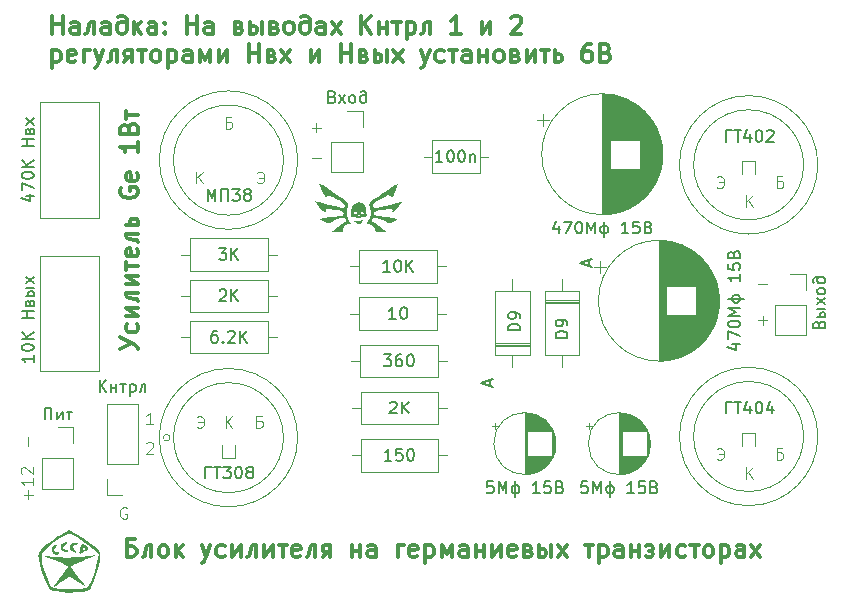
<source format=gbr>
%TF.GenerationSoftware,KiCad,Pcbnew,8.0.0*%
%TF.CreationDate,2024-03-12T11:33:37+03:00*%
%TF.ProjectId,germanium-amp,6765726d-616e-4697-956d-2d616d702e6b,rev?*%
%TF.SameCoordinates,Original*%
%TF.FileFunction,Legend,Top*%
%TF.FilePolarity,Positive*%
%FSLAX46Y46*%
G04 Gerber Fmt 4.6, Leading zero omitted, Abs format (unit mm)*
G04 Created by KiCad (PCBNEW 8.0.0) date 2024-03-12 11:33:37*
%MOMM*%
%LPD*%
G01*
G04 APERTURE LIST*
%ADD10C,0.300000*%
%ADD11C,0.150000*%
%ADD12C,0.100000*%
%ADD13C,0.120000*%
%ADD14C,0.000000*%
G04 APERTURE END LIST*
D10*
X47554510Y-35785912D02*
X47554510Y-34285912D01*
X47554510Y-35000198D02*
X48411653Y-35000198D01*
X48411653Y-35785912D02*
X48411653Y-34285912D01*
X49768797Y-35785912D02*
X49768797Y-35000198D01*
X49768797Y-35000198D02*
X49697368Y-34857341D01*
X49697368Y-34857341D02*
X49554511Y-34785912D01*
X49554511Y-34785912D02*
X49268797Y-34785912D01*
X49268797Y-34785912D02*
X49125939Y-34857341D01*
X49768797Y-35714484D02*
X49625939Y-35785912D01*
X49625939Y-35785912D02*
X49268797Y-35785912D01*
X49268797Y-35785912D02*
X49125939Y-35714484D01*
X49125939Y-35714484D02*
X49054511Y-35571626D01*
X49054511Y-35571626D02*
X49054511Y-35428769D01*
X49054511Y-35428769D02*
X49125939Y-35285912D01*
X49125939Y-35285912D02*
X49268797Y-35214484D01*
X49268797Y-35214484D02*
X49625939Y-35214484D01*
X49625939Y-35214484D02*
X49768797Y-35143055D01*
X51054511Y-35785912D02*
X51054511Y-34785912D01*
X51054511Y-34785912D02*
X50840225Y-34785912D01*
X50840225Y-34785912D02*
X50697368Y-34857341D01*
X50697368Y-34857341D02*
X50625940Y-35000198D01*
X50625940Y-35000198D02*
X50554511Y-35571626D01*
X50554511Y-35571626D02*
X50483082Y-35714484D01*
X50483082Y-35714484D02*
X50340225Y-35785912D01*
X52411654Y-35785912D02*
X52411654Y-35000198D01*
X52411654Y-35000198D02*
X52340225Y-34857341D01*
X52340225Y-34857341D02*
X52197368Y-34785912D01*
X52197368Y-34785912D02*
X51911654Y-34785912D01*
X51911654Y-34785912D02*
X51768796Y-34857341D01*
X52411654Y-35714484D02*
X52268796Y-35785912D01*
X52268796Y-35785912D02*
X51911654Y-35785912D01*
X51911654Y-35785912D02*
X51768796Y-35714484D01*
X51768796Y-35714484D02*
X51697368Y-35571626D01*
X51697368Y-35571626D02*
X51697368Y-35428769D01*
X51697368Y-35428769D02*
X51768796Y-35285912D01*
X51768796Y-35285912D02*
X51911654Y-35214484D01*
X51911654Y-35214484D02*
X52268796Y-35214484D01*
X52268796Y-35214484D02*
X52411654Y-35143055D01*
X53840225Y-34928769D02*
X53768797Y-34857341D01*
X53768797Y-34857341D02*
X53625939Y-34785912D01*
X53625939Y-34785912D02*
X53340225Y-34785912D01*
X53340225Y-34785912D02*
X53197368Y-34857341D01*
X53197368Y-34857341D02*
X53125939Y-34928769D01*
X53125939Y-34928769D02*
X53054511Y-35071626D01*
X53054511Y-35071626D02*
X53054511Y-35500198D01*
X53054511Y-35500198D02*
X53125939Y-35643055D01*
X53125939Y-35643055D02*
X53197368Y-35714484D01*
X53197368Y-35714484D02*
X53340225Y-35785912D01*
X53340225Y-35785912D02*
X53554511Y-35785912D01*
X53554511Y-35785912D02*
X53697368Y-35714484D01*
X53697368Y-35714484D02*
X53768797Y-35643055D01*
X53768797Y-35643055D02*
X53840225Y-35500198D01*
X53840225Y-35500198D02*
X53840225Y-34571626D01*
X53840225Y-34571626D02*
X53768797Y-34428769D01*
X53768797Y-34428769D02*
X53697368Y-34357341D01*
X53697368Y-34357341D02*
X53554511Y-34285912D01*
X53554511Y-34285912D02*
X53268797Y-34285912D01*
X53268797Y-34285912D02*
X53125939Y-34357341D01*
X54483082Y-34785912D02*
X54483082Y-35785912D01*
X54625940Y-35214484D02*
X55054511Y-35785912D01*
X55054511Y-34785912D02*
X54483082Y-35357341D01*
X56340226Y-35785912D02*
X56340226Y-35000198D01*
X56340226Y-35000198D02*
X56268797Y-34857341D01*
X56268797Y-34857341D02*
X56125940Y-34785912D01*
X56125940Y-34785912D02*
X55840226Y-34785912D01*
X55840226Y-34785912D02*
X55697368Y-34857341D01*
X56340226Y-35714484D02*
X56197368Y-35785912D01*
X56197368Y-35785912D02*
X55840226Y-35785912D01*
X55840226Y-35785912D02*
X55697368Y-35714484D01*
X55697368Y-35714484D02*
X55625940Y-35571626D01*
X55625940Y-35571626D02*
X55625940Y-35428769D01*
X55625940Y-35428769D02*
X55697368Y-35285912D01*
X55697368Y-35285912D02*
X55840226Y-35214484D01*
X55840226Y-35214484D02*
X56197368Y-35214484D01*
X56197368Y-35214484D02*
X56340226Y-35143055D01*
X57054511Y-35643055D02*
X57125940Y-35714484D01*
X57125940Y-35714484D02*
X57054511Y-35785912D01*
X57054511Y-35785912D02*
X56983083Y-35714484D01*
X56983083Y-35714484D02*
X57054511Y-35643055D01*
X57054511Y-35643055D02*
X57054511Y-35785912D01*
X57054511Y-34857341D02*
X57125940Y-34928769D01*
X57125940Y-34928769D02*
X57054511Y-35000198D01*
X57054511Y-35000198D02*
X56983083Y-34928769D01*
X56983083Y-34928769D02*
X57054511Y-34857341D01*
X57054511Y-34857341D02*
X57054511Y-35000198D01*
X58911654Y-35785912D02*
X58911654Y-34285912D01*
X58911654Y-35000198D02*
X59768797Y-35000198D01*
X59768797Y-35785912D02*
X59768797Y-34285912D01*
X61125941Y-35785912D02*
X61125941Y-35000198D01*
X61125941Y-35000198D02*
X61054512Y-34857341D01*
X61054512Y-34857341D02*
X60911655Y-34785912D01*
X60911655Y-34785912D02*
X60625941Y-34785912D01*
X60625941Y-34785912D02*
X60483083Y-34857341D01*
X61125941Y-35714484D02*
X60983083Y-35785912D01*
X60983083Y-35785912D02*
X60625941Y-35785912D01*
X60625941Y-35785912D02*
X60483083Y-35714484D01*
X60483083Y-35714484D02*
X60411655Y-35571626D01*
X60411655Y-35571626D02*
X60411655Y-35428769D01*
X60411655Y-35428769D02*
X60483083Y-35285912D01*
X60483083Y-35285912D02*
X60625941Y-35214484D01*
X60625941Y-35214484D02*
X60983083Y-35214484D01*
X60983083Y-35214484D02*
X61125941Y-35143055D01*
X63340226Y-35285912D02*
X63554512Y-35357341D01*
X63554512Y-35357341D02*
X63625941Y-35500198D01*
X63625941Y-35500198D02*
X63625941Y-35571626D01*
X63625941Y-35571626D02*
X63554512Y-35714484D01*
X63554512Y-35714484D02*
X63411655Y-35785912D01*
X63411655Y-35785912D02*
X62983083Y-35785912D01*
X62983083Y-35785912D02*
X62983083Y-34785912D01*
X62983083Y-34785912D02*
X63340226Y-34785912D01*
X63340226Y-34785912D02*
X63483083Y-34857341D01*
X63483083Y-34857341D02*
X63554512Y-35000198D01*
X63554512Y-35000198D02*
X63554512Y-35071626D01*
X63554512Y-35071626D02*
X63483083Y-35214484D01*
X63483083Y-35214484D02*
X63340226Y-35285912D01*
X63340226Y-35285912D02*
X62983083Y-35285912D01*
X65268797Y-34785912D02*
X65268797Y-35785912D01*
X64268797Y-34785912D02*
X64268797Y-35785912D01*
X64268797Y-35785912D02*
X64625940Y-35785912D01*
X64625940Y-35785912D02*
X64768797Y-35714484D01*
X64768797Y-35714484D02*
X64840226Y-35571626D01*
X64840226Y-35571626D02*
X64840226Y-35357341D01*
X64840226Y-35357341D02*
X64768797Y-35214484D01*
X64768797Y-35214484D02*
X64625940Y-35143055D01*
X64625940Y-35143055D02*
X64268797Y-35143055D01*
X66340226Y-35285912D02*
X66554512Y-35357341D01*
X66554512Y-35357341D02*
X66625941Y-35500198D01*
X66625941Y-35500198D02*
X66625941Y-35571626D01*
X66625941Y-35571626D02*
X66554512Y-35714484D01*
X66554512Y-35714484D02*
X66411655Y-35785912D01*
X66411655Y-35785912D02*
X65983083Y-35785912D01*
X65983083Y-35785912D02*
X65983083Y-34785912D01*
X65983083Y-34785912D02*
X66340226Y-34785912D01*
X66340226Y-34785912D02*
X66483083Y-34857341D01*
X66483083Y-34857341D02*
X66554512Y-35000198D01*
X66554512Y-35000198D02*
X66554512Y-35071626D01*
X66554512Y-35071626D02*
X66483083Y-35214484D01*
X66483083Y-35214484D02*
X66340226Y-35285912D01*
X66340226Y-35285912D02*
X65983083Y-35285912D01*
X67483083Y-35785912D02*
X67340226Y-35714484D01*
X67340226Y-35714484D02*
X67268797Y-35643055D01*
X67268797Y-35643055D02*
X67197369Y-35500198D01*
X67197369Y-35500198D02*
X67197369Y-35071626D01*
X67197369Y-35071626D02*
X67268797Y-34928769D01*
X67268797Y-34928769D02*
X67340226Y-34857341D01*
X67340226Y-34857341D02*
X67483083Y-34785912D01*
X67483083Y-34785912D02*
X67697369Y-34785912D01*
X67697369Y-34785912D02*
X67840226Y-34857341D01*
X67840226Y-34857341D02*
X67911655Y-34928769D01*
X67911655Y-34928769D02*
X67983083Y-35071626D01*
X67983083Y-35071626D02*
X67983083Y-35500198D01*
X67983083Y-35500198D02*
X67911655Y-35643055D01*
X67911655Y-35643055D02*
X67840226Y-35714484D01*
X67840226Y-35714484D02*
X67697369Y-35785912D01*
X67697369Y-35785912D02*
X67483083Y-35785912D01*
X69340226Y-34928769D02*
X69268798Y-34857341D01*
X69268798Y-34857341D02*
X69125940Y-34785912D01*
X69125940Y-34785912D02*
X68840226Y-34785912D01*
X68840226Y-34785912D02*
X68697369Y-34857341D01*
X68697369Y-34857341D02*
X68625940Y-34928769D01*
X68625940Y-34928769D02*
X68554512Y-35071626D01*
X68554512Y-35071626D02*
X68554512Y-35500198D01*
X68554512Y-35500198D02*
X68625940Y-35643055D01*
X68625940Y-35643055D02*
X68697369Y-35714484D01*
X68697369Y-35714484D02*
X68840226Y-35785912D01*
X68840226Y-35785912D02*
X69054512Y-35785912D01*
X69054512Y-35785912D02*
X69197369Y-35714484D01*
X69197369Y-35714484D02*
X69268798Y-35643055D01*
X69268798Y-35643055D02*
X69340226Y-35500198D01*
X69340226Y-35500198D02*
X69340226Y-34571626D01*
X69340226Y-34571626D02*
X69268798Y-34428769D01*
X69268798Y-34428769D02*
X69197369Y-34357341D01*
X69197369Y-34357341D02*
X69054512Y-34285912D01*
X69054512Y-34285912D02*
X68768798Y-34285912D01*
X68768798Y-34285912D02*
X68625940Y-34357341D01*
X70625941Y-35785912D02*
X70625941Y-35000198D01*
X70625941Y-35000198D02*
X70554512Y-34857341D01*
X70554512Y-34857341D02*
X70411655Y-34785912D01*
X70411655Y-34785912D02*
X70125941Y-34785912D01*
X70125941Y-34785912D02*
X69983083Y-34857341D01*
X70625941Y-35714484D02*
X70483083Y-35785912D01*
X70483083Y-35785912D02*
X70125941Y-35785912D01*
X70125941Y-35785912D02*
X69983083Y-35714484D01*
X69983083Y-35714484D02*
X69911655Y-35571626D01*
X69911655Y-35571626D02*
X69911655Y-35428769D01*
X69911655Y-35428769D02*
X69983083Y-35285912D01*
X69983083Y-35285912D02*
X70125941Y-35214484D01*
X70125941Y-35214484D02*
X70483083Y-35214484D01*
X70483083Y-35214484D02*
X70625941Y-35143055D01*
X71197369Y-35785912D02*
X71983084Y-34785912D01*
X71197369Y-34785912D02*
X71983084Y-35785912D01*
X73697369Y-35785912D02*
X73697369Y-34285912D01*
X74554512Y-35785912D02*
X73911655Y-34928769D01*
X74554512Y-34285912D02*
X73697369Y-35143055D01*
X75197369Y-35285912D02*
X75840227Y-35285912D01*
X75197369Y-34785912D02*
X75197369Y-35785912D01*
X75840227Y-34785912D02*
X75840227Y-35785912D01*
X76340227Y-34785912D02*
X77054512Y-34785912D01*
X76697370Y-34785912D02*
X76697370Y-35785912D01*
X77554512Y-34785912D02*
X77554512Y-36285912D01*
X77554512Y-34857341D02*
X77697370Y-34785912D01*
X77697370Y-34785912D02*
X77983084Y-34785912D01*
X77983084Y-34785912D02*
X78125941Y-34857341D01*
X78125941Y-34857341D02*
X78197370Y-34928769D01*
X78197370Y-34928769D02*
X78268798Y-35071626D01*
X78268798Y-35071626D02*
X78268798Y-35500198D01*
X78268798Y-35500198D02*
X78197370Y-35643055D01*
X78197370Y-35643055D02*
X78125941Y-35714484D01*
X78125941Y-35714484D02*
X77983084Y-35785912D01*
X77983084Y-35785912D02*
X77697370Y-35785912D01*
X77697370Y-35785912D02*
X77554512Y-35714484D01*
X79483084Y-35785912D02*
X79483084Y-34785912D01*
X79483084Y-34785912D02*
X79268798Y-34785912D01*
X79268798Y-34785912D02*
X79125941Y-34857341D01*
X79125941Y-34857341D02*
X79054513Y-35000198D01*
X79054513Y-35000198D02*
X78983084Y-35571626D01*
X78983084Y-35571626D02*
X78911655Y-35714484D01*
X78911655Y-35714484D02*
X78768798Y-35785912D01*
X82125941Y-35785912D02*
X81268798Y-35785912D01*
X81697369Y-35785912D02*
X81697369Y-34285912D01*
X81697369Y-34285912D02*
X81554512Y-34500198D01*
X81554512Y-34500198D02*
X81411655Y-34643055D01*
X81411655Y-34643055D02*
X81268798Y-34714484D01*
X83911654Y-34785912D02*
X83911654Y-35785912D01*
X83911654Y-35785912D02*
X84625940Y-34785912D01*
X84625940Y-34785912D02*
X84625940Y-35785912D01*
X86411654Y-34428769D02*
X86483082Y-34357341D01*
X86483082Y-34357341D02*
X86625940Y-34285912D01*
X86625940Y-34285912D02*
X86983082Y-34285912D01*
X86983082Y-34285912D02*
X87125940Y-34357341D01*
X87125940Y-34357341D02*
X87197368Y-34428769D01*
X87197368Y-34428769D02*
X87268797Y-34571626D01*
X87268797Y-34571626D02*
X87268797Y-34714484D01*
X87268797Y-34714484D02*
X87197368Y-34928769D01*
X87197368Y-34928769D02*
X86340225Y-35785912D01*
X86340225Y-35785912D02*
X87268797Y-35785912D01*
X47554510Y-37200828D02*
X47554510Y-38700828D01*
X47554510Y-37272257D02*
X47697368Y-37200828D01*
X47697368Y-37200828D02*
X47983082Y-37200828D01*
X47983082Y-37200828D02*
X48125939Y-37272257D01*
X48125939Y-37272257D02*
X48197368Y-37343685D01*
X48197368Y-37343685D02*
X48268796Y-37486542D01*
X48268796Y-37486542D02*
X48268796Y-37915114D01*
X48268796Y-37915114D02*
X48197368Y-38057971D01*
X48197368Y-38057971D02*
X48125939Y-38129400D01*
X48125939Y-38129400D02*
X47983082Y-38200828D01*
X47983082Y-38200828D02*
X47697368Y-38200828D01*
X47697368Y-38200828D02*
X47554510Y-38129400D01*
X49483082Y-38129400D02*
X49340225Y-38200828D01*
X49340225Y-38200828D02*
X49054511Y-38200828D01*
X49054511Y-38200828D02*
X48911653Y-38129400D01*
X48911653Y-38129400D02*
X48840225Y-37986542D01*
X48840225Y-37986542D02*
X48840225Y-37415114D01*
X48840225Y-37415114D02*
X48911653Y-37272257D01*
X48911653Y-37272257D02*
X49054511Y-37200828D01*
X49054511Y-37200828D02*
X49340225Y-37200828D01*
X49340225Y-37200828D02*
X49483082Y-37272257D01*
X49483082Y-37272257D02*
X49554511Y-37415114D01*
X49554511Y-37415114D02*
X49554511Y-37557971D01*
X49554511Y-37557971D02*
X48840225Y-37700828D01*
X50197367Y-38200828D02*
X50197367Y-37200828D01*
X50197367Y-37200828D02*
X50768796Y-37200828D01*
X51125939Y-37200828D02*
X51483082Y-38200828D01*
X51840225Y-37200828D02*
X51483082Y-38200828D01*
X51483082Y-38200828D02*
X51340225Y-38557971D01*
X51340225Y-38557971D02*
X51268796Y-38629400D01*
X51268796Y-38629400D02*
X51125939Y-38700828D01*
X52983082Y-38200828D02*
X52983082Y-37200828D01*
X52983082Y-37200828D02*
X52768796Y-37200828D01*
X52768796Y-37200828D02*
X52625939Y-37272257D01*
X52625939Y-37272257D02*
X52554511Y-37415114D01*
X52554511Y-37415114D02*
X52483082Y-37986542D01*
X52483082Y-37986542D02*
X52411653Y-38129400D01*
X52411653Y-38129400D02*
X52268796Y-38200828D01*
X53983082Y-37772257D02*
X53625939Y-38200828D01*
X54268796Y-38200828D02*
X54268796Y-37200828D01*
X54268796Y-37200828D02*
X53840225Y-37200828D01*
X53840225Y-37200828D02*
X53697367Y-37272257D01*
X53697367Y-37272257D02*
X53625939Y-37415114D01*
X53625939Y-37415114D02*
X53625939Y-37557971D01*
X53625939Y-37557971D02*
X53697367Y-37700828D01*
X53697367Y-37700828D02*
X53840225Y-37772257D01*
X53840225Y-37772257D02*
X54268796Y-37772257D01*
X54768796Y-37200828D02*
X55483081Y-37200828D01*
X55125939Y-37200828D02*
X55125939Y-38200828D01*
X56197367Y-38200828D02*
X56054510Y-38129400D01*
X56054510Y-38129400D02*
X55983081Y-38057971D01*
X55983081Y-38057971D02*
X55911653Y-37915114D01*
X55911653Y-37915114D02*
X55911653Y-37486542D01*
X55911653Y-37486542D02*
X55983081Y-37343685D01*
X55983081Y-37343685D02*
X56054510Y-37272257D01*
X56054510Y-37272257D02*
X56197367Y-37200828D01*
X56197367Y-37200828D02*
X56411653Y-37200828D01*
X56411653Y-37200828D02*
X56554510Y-37272257D01*
X56554510Y-37272257D02*
X56625939Y-37343685D01*
X56625939Y-37343685D02*
X56697367Y-37486542D01*
X56697367Y-37486542D02*
X56697367Y-37915114D01*
X56697367Y-37915114D02*
X56625939Y-38057971D01*
X56625939Y-38057971D02*
X56554510Y-38129400D01*
X56554510Y-38129400D02*
X56411653Y-38200828D01*
X56411653Y-38200828D02*
X56197367Y-38200828D01*
X57340224Y-37200828D02*
X57340224Y-38700828D01*
X57340224Y-37272257D02*
X57483082Y-37200828D01*
X57483082Y-37200828D02*
X57768796Y-37200828D01*
X57768796Y-37200828D02*
X57911653Y-37272257D01*
X57911653Y-37272257D02*
X57983082Y-37343685D01*
X57983082Y-37343685D02*
X58054510Y-37486542D01*
X58054510Y-37486542D02*
X58054510Y-37915114D01*
X58054510Y-37915114D02*
X57983082Y-38057971D01*
X57983082Y-38057971D02*
X57911653Y-38129400D01*
X57911653Y-38129400D02*
X57768796Y-38200828D01*
X57768796Y-38200828D02*
X57483082Y-38200828D01*
X57483082Y-38200828D02*
X57340224Y-38129400D01*
X59340225Y-38200828D02*
X59340225Y-37415114D01*
X59340225Y-37415114D02*
X59268796Y-37272257D01*
X59268796Y-37272257D02*
X59125939Y-37200828D01*
X59125939Y-37200828D02*
X58840225Y-37200828D01*
X58840225Y-37200828D02*
X58697367Y-37272257D01*
X59340225Y-38129400D02*
X59197367Y-38200828D01*
X59197367Y-38200828D02*
X58840225Y-38200828D01*
X58840225Y-38200828D02*
X58697367Y-38129400D01*
X58697367Y-38129400D02*
X58625939Y-37986542D01*
X58625939Y-37986542D02*
X58625939Y-37843685D01*
X58625939Y-37843685D02*
X58697367Y-37700828D01*
X58697367Y-37700828D02*
X58840225Y-37629400D01*
X58840225Y-37629400D02*
X59197367Y-37629400D01*
X59197367Y-37629400D02*
X59340225Y-37557971D01*
X60054510Y-38200828D02*
X60054510Y-37200828D01*
X60054510Y-37200828D02*
X60483082Y-37986542D01*
X60483082Y-37986542D02*
X60911653Y-37200828D01*
X60911653Y-37200828D02*
X60911653Y-38200828D01*
X61625939Y-37200828D02*
X61625939Y-38200828D01*
X61625939Y-38200828D02*
X62340225Y-37200828D01*
X62340225Y-37200828D02*
X62340225Y-38200828D01*
X64197367Y-38200828D02*
X64197367Y-36700828D01*
X64197367Y-37415114D02*
X65054510Y-37415114D01*
X65054510Y-38200828D02*
X65054510Y-36700828D01*
X66125939Y-37700828D02*
X66340225Y-37772257D01*
X66340225Y-37772257D02*
X66411654Y-37915114D01*
X66411654Y-37915114D02*
X66411654Y-37986542D01*
X66411654Y-37986542D02*
X66340225Y-38129400D01*
X66340225Y-38129400D02*
X66197368Y-38200828D01*
X66197368Y-38200828D02*
X65768796Y-38200828D01*
X65768796Y-38200828D02*
X65768796Y-37200828D01*
X65768796Y-37200828D02*
X66125939Y-37200828D01*
X66125939Y-37200828D02*
X66268796Y-37272257D01*
X66268796Y-37272257D02*
X66340225Y-37415114D01*
X66340225Y-37415114D02*
X66340225Y-37486542D01*
X66340225Y-37486542D02*
X66268796Y-37629400D01*
X66268796Y-37629400D02*
X66125939Y-37700828D01*
X66125939Y-37700828D02*
X65768796Y-37700828D01*
X66911653Y-38200828D02*
X67697368Y-37200828D01*
X66911653Y-37200828D02*
X67697368Y-38200828D01*
X69411653Y-37200828D02*
X69411653Y-38200828D01*
X69411653Y-38200828D02*
X70125939Y-37200828D01*
X70125939Y-37200828D02*
X70125939Y-38200828D01*
X71983081Y-38200828D02*
X71983081Y-36700828D01*
X71983081Y-37415114D02*
X72840224Y-37415114D01*
X72840224Y-38200828D02*
X72840224Y-36700828D01*
X73911653Y-37700828D02*
X74125939Y-37772257D01*
X74125939Y-37772257D02*
X74197368Y-37915114D01*
X74197368Y-37915114D02*
X74197368Y-37986542D01*
X74197368Y-37986542D02*
X74125939Y-38129400D01*
X74125939Y-38129400D02*
X73983082Y-38200828D01*
X73983082Y-38200828D02*
X73554510Y-38200828D01*
X73554510Y-38200828D02*
X73554510Y-37200828D01*
X73554510Y-37200828D02*
X73911653Y-37200828D01*
X73911653Y-37200828D02*
X74054510Y-37272257D01*
X74054510Y-37272257D02*
X74125939Y-37415114D01*
X74125939Y-37415114D02*
X74125939Y-37486542D01*
X74125939Y-37486542D02*
X74054510Y-37629400D01*
X74054510Y-37629400D02*
X73911653Y-37700828D01*
X73911653Y-37700828D02*
X73554510Y-37700828D01*
X75840224Y-37200828D02*
X75840224Y-38200828D01*
X74840224Y-37200828D02*
X74840224Y-38200828D01*
X74840224Y-38200828D02*
X75197367Y-38200828D01*
X75197367Y-38200828D02*
X75340224Y-38129400D01*
X75340224Y-38129400D02*
X75411653Y-37986542D01*
X75411653Y-37986542D02*
X75411653Y-37772257D01*
X75411653Y-37772257D02*
X75340224Y-37629400D01*
X75340224Y-37629400D02*
X75197367Y-37557971D01*
X75197367Y-37557971D02*
X74840224Y-37557971D01*
X76411653Y-38200828D02*
X77197368Y-37200828D01*
X76411653Y-37200828D02*
X77197368Y-38200828D01*
X78768796Y-37200828D02*
X79125939Y-38200828D01*
X79483082Y-37200828D02*
X79125939Y-38200828D01*
X79125939Y-38200828D02*
X78983082Y-38557971D01*
X78983082Y-38557971D02*
X78911653Y-38629400D01*
X78911653Y-38629400D02*
X78768796Y-38700828D01*
X80697368Y-38129400D02*
X80554510Y-38200828D01*
X80554510Y-38200828D02*
X80268796Y-38200828D01*
X80268796Y-38200828D02*
X80125939Y-38129400D01*
X80125939Y-38129400D02*
X80054510Y-38057971D01*
X80054510Y-38057971D02*
X79983082Y-37915114D01*
X79983082Y-37915114D02*
X79983082Y-37486542D01*
X79983082Y-37486542D02*
X80054510Y-37343685D01*
X80054510Y-37343685D02*
X80125939Y-37272257D01*
X80125939Y-37272257D02*
X80268796Y-37200828D01*
X80268796Y-37200828D02*
X80554510Y-37200828D01*
X80554510Y-37200828D02*
X80697368Y-37272257D01*
X81125939Y-37200828D02*
X81840224Y-37200828D01*
X81483082Y-37200828D02*
X81483082Y-38200828D01*
X82983082Y-38200828D02*
X82983082Y-37415114D01*
X82983082Y-37415114D02*
X82911653Y-37272257D01*
X82911653Y-37272257D02*
X82768796Y-37200828D01*
X82768796Y-37200828D02*
X82483082Y-37200828D01*
X82483082Y-37200828D02*
X82340224Y-37272257D01*
X82983082Y-38129400D02*
X82840224Y-38200828D01*
X82840224Y-38200828D02*
X82483082Y-38200828D01*
X82483082Y-38200828D02*
X82340224Y-38129400D01*
X82340224Y-38129400D02*
X82268796Y-37986542D01*
X82268796Y-37986542D02*
X82268796Y-37843685D01*
X82268796Y-37843685D02*
X82340224Y-37700828D01*
X82340224Y-37700828D02*
X82483082Y-37629400D01*
X82483082Y-37629400D02*
X82840224Y-37629400D01*
X82840224Y-37629400D02*
X82983082Y-37557971D01*
X83697367Y-37700828D02*
X84340225Y-37700828D01*
X83697367Y-37200828D02*
X83697367Y-38200828D01*
X84340225Y-37200828D02*
X84340225Y-38200828D01*
X85268796Y-38200828D02*
X85125939Y-38129400D01*
X85125939Y-38129400D02*
X85054510Y-38057971D01*
X85054510Y-38057971D02*
X84983082Y-37915114D01*
X84983082Y-37915114D02*
X84983082Y-37486542D01*
X84983082Y-37486542D02*
X85054510Y-37343685D01*
X85054510Y-37343685D02*
X85125939Y-37272257D01*
X85125939Y-37272257D02*
X85268796Y-37200828D01*
X85268796Y-37200828D02*
X85483082Y-37200828D01*
X85483082Y-37200828D02*
X85625939Y-37272257D01*
X85625939Y-37272257D02*
X85697368Y-37343685D01*
X85697368Y-37343685D02*
X85768796Y-37486542D01*
X85768796Y-37486542D02*
X85768796Y-37915114D01*
X85768796Y-37915114D02*
X85697368Y-38057971D01*
X85697368Y-38057971D02*
X85625939Y-38129400D01*
X85625939Y-38129400D02*
X85483082Y-38200828D01*
X85483082Y-38200828D02*
X85268796Y-38200828D01*
X86768796Y-37700828D02*
X86983082Y-37772257D01*
X86983082Y-37772257D02*
X87054511Y-37915114D01*
X87054511Y-37915114D02*
X87054511Y-37986542D01*
X87054511Y-37986542D02*
X86983082Y-38129400D01*
X86983082Y-38129400D02*
X86840225Y-38200828D01*
X86840225Y-38200828D02*
X86411653Y-38200828D01*
X86411653Y-38200828D02*
X86411653Y-37200828D01*
X86411653Y-37200828D02*
X86768796Y-37200828D01*
X86768796Y-37200828D02*
X86911653Y-37272257D01*
X86911653Y-37272257D02*
X86983082Y-37415114D01*
X86983082Y-37415114D02*
X86983082Y-37486542D01*
X86983082Y-37486542D02*
X86911653Y-37629400D01*
X86911653Y-37629400D02*
X86768796Y-37700828D01*
X86768796Y-37700828D02*
X86411653Y-37700828D01*
X87697367Y-37200828D02*
X87697367Y-38200828D01*
X87697367Y-38200828D02*
X88411653Y-37200828D01*
X88411653Y-37200828D02*
X88411653Y-38200828D01*
X88911653Y-37200828D02*
X89625938Y-37200828D01*
X89268796Y-37200828D02*
X89268796Y-38200828D01*
X90125938Y-37200828D02*
X90125938Y-38200828D01*
X90125938Y-38200828D02*
X90483081Y-38200828D01*
X90483081Y-38200828D02*
X90625938Y-38129400D01*
X90625938Y-38129400D02*
X90697367Y-37986542D01*
X90697367Y-37986542D02*
X90697367Y-37772257D01*
X90697367Y-37772257D02*
X90625938Y-37629400D01*
X90625938Y-37629400D02*
X90483081Y-37557971D01*
X90483081Y-37557971D02*
X90125938Y-37557971D01*
X93125939Y-36700828D02*
X92840224Y-36700828D01*
X92840224Y-36700828D02*
X92697367Y-36772257D01*
X92697367Y-36772257D02*
X92625939Y-36843685D01*
X92625939Y-36843685D02*
X92483081Y-37057971D01*
X92483081Y-37057971D02*
X92411653Y-37343685D01*
X92411653Y-37343685D02*
X92411653Y-37915114D01*
X92411653Y-37915114D02*
X92483081Y-38057971D01*
X92483081Y-38057971D02*
X92554510Y-38129400D01*
X92554510Y-38129400D02*
X92697367Y-38200828D01*
X92697367Y-38200828D02*
X92983081Y-38200828D01*
X92983081Y-38200828D02*
X93125939Y-38129400D01*
X93125939Y-38129400D02*
X93197367Y-38057971D01*
X93197367Y-38057971D02*
X93268796Y-37915114D01*
X93268796Y-37915114D02*
X93268796Y-37557971D01*
X93268796Y-37557971D02*
X93197367Y-37415114D01*
X93197367Y-37415114D02*
X93125939Y-37343685D01*
X93125939Y-37343685D02*
X92983081Y-37272257D01*
X92983081Y-37272257D02*
X92697367Y-37272257D01*
X92697367Y-37272257D02*
X92554510Y-37343685D01*
X92554510Y-37343685D02*
X92483081Y-37415114D01*
X92483081Y-37415114D02*
X92411653Y-37557971D01*
X94411652Y-37415114D02*
X94625938Y-37486542D01*
X94625938Y-37486542D02*
X94697367Y-37557971D01*
X94697367Y-37557971D02*
X94768795Y-37700828D01*
X94768795Y-37700828D02*
X94768795Y-37915114D01*
X94768795Y-37915114D02*
X94697367Y-38057971D01*
X94697367Y-38057971D02*
X94625938Y-38129400D01*
X94625938Y-38129400D02*
X94483081Y-38200828D01*
X94483081Y-38200828D02*
X93911652Y-38200828D01*
X93911652Y-38200828D02*
X93911652Y-36700828D01*
X93911652Y-36700828D02*
X94411652Y-36700828D01*
X94411652Y-36700828D02*
X94554510Y-36772257D01*
X94554510Y-36772257D02*
X94625938Y-36843685D01*
X94625938Y-36843685D02*
X94697367Y-36986542D01*
X94697367Y-36986542D02*
X94697367Y-37129400D01*
X94697367Y-37129400D02*
X94625938Y-37272257D01*
X94625938Y-37272257D02*
X94554510Y-37343685D01*
X94554510Y-37343685D02*
X94411652Y-37415114D01*
X94411652Y-37415114D02*
X93911652Y-37415114D01*
X54568796Y-78600828D02*
X53854510Y-78600828D01*
X53854510Y-78600828D02*
X53854510Y-80100828D01*
X53854510Y-80100828D02*
X54283082Y-80100828D01*
X54283082Y-80100828D02*
X54497368Y-80029400D01*
X54497368Y-80029400D02*
X54640225Y-79886542D01*
X54640225Y-79886542D02*
X54711653Y-79743685D01*
X54711653Y-79743685D02*
X54711653Y-79529400D01*
X54711653Y-79529400D02*
X54640225Y-79386542D01*
X54640225Y-79386542D02*
X54497368Y-79243685D01*
X54497368Y-79243685D02*
X54283082Y-79172257D01*
X54283082Y-79172257D02*
X53854510Y-79172257D01*
X55925939Y-80100828D02*
X55925939Y-79100828D01*
X55925939Y-79100828D02*
X55711653Y-79100828D01*
X55711653Y-79100828D02*
X55568796Y-79172257D01*
X55568796Y-79172257D02*
X55497368Y-79315114D01*
X55497368Y-79315114D02*
X55425939Y-79886542D01*
X55425939Y-79886542D02*
X55354510Y-80029400D01*
X55354510Y-80029400D02*
X55211653Y-80100828D01*
X56854510Y-80100828D02*
X56711653Y-80029400D01*
X56711653Y-80029400D02*
X56640224Y-79957971D01*
X56640224Y-79957971D02*
X56568796Y-79815114D01*
X56568796Y-79815114D02*
X56568796Y-79386542D01*
X56568796Y-79386542D02*
X56640224Y-79243685D01*
X56640224Y-79243685D02*
X56711653Y-79172257D01*
X56711653Y-79172257D02*
X56854510Y-79100828D01*
X56854510Y-79100828D02*
X57068796Y-79100828D01*
X57068796Y-79100828D02*
X57211653Y-79172257D01*
X57211653Y-79172257D02*
X57283082Y-79243685D01*
X57283082Y-79243685D02*
X57354510Y-79386542D01*
X57354510Y-79386542D02*
X57354510Y-79815114D01*
X57354510Y-79815114D02*
X57283082Y-79957971D01*
X57283082Y-79957971D02*
X57211653Y-80029400D01*
X57211653Y-80029400D02*
X57068796Y-80100828D01*
X57068796Y-80100828D02*
X56854510Y-80100828D01*
X57997367Y-79100828D02*
X57997367Y-80100828D01*
X58140225Y-79529400D02*
X58568796Y-80100828D01*
X58568796Y-79100828D02*
X57997367Y-79672257D01*
X60211653Y-79100828D02*
X60568796Y-80100828D01*
X60925939Y-79100828D02*
X60568796Y-80100828D01*
X60568796Y-80100828D02*
X60425939Y-80457971D01*
X60425939Y-80457971D02*
X60354510Y-80529400D01*
X60354510Y-80529400D02*
X60211653Y-80600828D01*
X62140225Y-80029400D02*
X61997367Y-80100828D01*
X61997367Y-80100828D02*
X61711653Y-80100828D01*
X61711653Y-80100828D02*
X61568796Y-80029400D01*
X61568796Y-80029400D02*
X61497367Y-79957971D01*
X61497367Y-79957971D02*
X61425939Y-79815114D01*
X61425939Y-79815114D02*
X61425939Y-79386542D01*
X61425939Y-79386542D02*
X61497367Y-79243685D01*
X61497367Y-79243685D02*
X61568796Y-79172257D01*
X61568796Y-79172257D02*
X61711653Y-79100828D01*
X61711653Y-79100828D02*
X61997367Y-79100828D01*
X61997367Y-79100828D02*
X62140225Y-79172257D01*
X62783081Y-79100828D02*
X62783081Y-80100828D01*
X62783081Y-80100828D02*
X63497367Y-79100828D01*
X63497367Y-79100828D02*
X63497367Y-80100828D01*
X64783081Y-80100828D02*
X64783081Y-79100828D01*
X64783081Y-79100828D02*
X64568795Y-79100828D01*
X64568795Y-79100828D02*
X64425938Y-79172257D01*
X64425938Y-79172257D02*
X64354510Y-79315114D01*
X64354510Y-79315114D02*
X64283081Y-79886542D01*
X64283081Y-79886542D02*
X64211652Y-80029400D01*
X64211652Y-80029400D02*
X64068795Y-80100828D01*
X65497366Y-79100828D02*
X65497366Y-80100828D01*
X65497366Y-80100828D02*
X66211652Y-79100828D01*
X66211652Y-79100828D02*
X66211652Y-80100828D01*
X66711652Y-79100828D02*
X67425937Y-79100828D01*
X67068795Y-79100828D02*
X67068795Y-80100828D01*
X68497366Y-80029400D02*
X68354509Y-80100828D01*
X68354509Y-80100828D02*
X68068795Y-80100828D01*
X68068795Y-80100828D02*
X67925937Y-80029400D01*
X67925937Y-80029400D02*
X67854509Y-79886542D01*
X67854509Y-79886542D02*
X67854509Y-79315114D01*
X67854509Y-79315114D02*
X67925937Y-79172257D01*
X67925937Y-79172257D02*
X68068795Y-79100828D01*
X68068795Y-79100828D02*
X68354509Y-79100828D01*
X68354509Y-79100828D02*
X68497366Y-79172257D01*
X68497366Y-79172257D02*
X68568795Y-79315114D01*
X68568795Y-79315114D02*
X68568795Y-79457971D01*
X68568795Y-79457971D02*
X67854509Y-79600828D01*
X69783080Y-80100828D02*
X69783080Y-79100828D01*
X69783080Y-79100828D02*
X69568794Y-79100828D01*
X69568794Y-79100828D02*
X69425937Y-79172257D01*
X69425937Y-79172257D02*
X69354509Y-79315114D01*
X69354509Y-79315114D02*
X69283080Y-79886542D01*
X69283080Y-79886542D02*
X69211651Y-80029400D01*
X69211651Y-80029400D02*
X69068794Y-80100828D01*
X70783080Y-79672257D02*
X70425937Y-80100828D01*
X71068794Y-80100828D02*
X71068794Y-79100828D01*
X71068794Y-79100828D02*
X70640223Y-79100828D01*
X70640223Y-79100828D02*
X70497365Y-79172257D01*
X70497365Y-79172257D02*
X70425937Y-79315114D01*
X70425937Y-79315114D02*
X70425937Y-79457971D01*
X70425937Y-79457971D02*
X70497365Y-79600828D01*
X70497365Y-79600828D02*
X70640223Y-79672257D01*
X70640223Y-79672257D02*
X71068794Y-79672257D01*
X72925936Y-79600828D02*
X73568794Y-79600828D01*
X72925936Y-79100828D02*
X72925936Y-80100828D01*
X73568794Y-79100828D02*
X73568794Y-80100828D01*
X74925937Y-80100828D02*
X74925937Y-79315114D01*
X74925937Y-79315114D02*
X74854508Y-79172257D01*
X74854508Y-79172257D02*
X74711651Y-79100828D01*
X74711651Y-79100828D02*
X74425937Y-79100828D01*
X74425937Y-79100828D02*
X74283079Y-79172257D01*
X74925937Y-80029400D02*
X74783079Y-80100828D01*
X74783079Y-80100828D02*
X74425937Y-80100828D01*
X74425937Y-80100828D02*
X74283079Y-80029400D01*
X74283079Y-80029400D02*
X74211651Y-79886542D01*
X74211651Y-79886542D02*
X74211651Y-79743685D01*
X74211651Y-79743685D02*
X74283079Y-79600828D01*
X74283079Y-79600828D02*
X74425937Y-79529400D01*
X74425937Y-79529400D02*
X74783079Y-79529400D01*
X74783079Y-79529400D02*
X74925937Y-79457971D01*
X76783079Y-80100828D02*
X76783079Y-79100828D01*
X76783079Y-79100828D02*
X77354508Y-79100828D01*
X78425937Y-80029400D02*
X78283080Y-80100828D01*
X78283080Y-80100828D02*
X77997366Y-80100828D01*
X77997366Y-80100828D02*
X77854508Y-80029400D01*
X77854508Y-80029400D02*
X77783080Y-79886542D01*
X77783080Y-79886542D02*
X77783080Y-79315114D01*
X77783080Y-79315114D02*
X77854508Y-79172257D01*
X77854508Y-79172257D02*
X77997366Y-79100828D01*
X77997366Y-79100828D02*
X78283080Y-79100828D01*
X78283080Y-79100828D02*
X78425937Y-79172257D01*
X78425937Y-79172257D02*
X78497366Y-79315114D01*
X78497366Y-79315114D02*
X78497366Y-79457971D01*
X78497366Y-79457971D02*
X77783080Y-79600828D01*
X79140222Y-79100828D02*
X79140222Y-80600828D01*
X79140222Y-79172257D02*
X79283080Y-79100828D01*
X79283080Y-79100828D02*
X79568794Y-79100828D01*
X79568794Y-79100828D02*
X79711651Y-79172257D01*
X79711651Y-79172257D02*
X79783080Y-79243685D01*
X79783080Y-79243685D02*
X79854508Y-79386542D01*
X79854508Y-79386542D02*
X79854508Y-79815114D01*
X79854508Y-79815114D02*
X79783080Y-79957971D01*
X79783080Y-79957971D02*
X79711651Y-80029400D01*
X79711651Y-80029400D02*
X79568794Y-80100828D01*
X79568794Y-80100828D02*
X79283080Y-80100828D01*
X79283080Y-80100828D02*
X79140222Y-80029400D01*
X80497365Y-80100828D02*
X80497365Y-79100828D01*
X80497365Y-79100828D02*
X80925937Y-79886542D01*
X80925937Y-79886542D02*
X81354508Y-79100828D01*
X81354508Y-79100828D02*
X81354508Y-80100828D01*
X82711652Y-80100828D02*
X82711652Y-79315114D01*
X82711652Y-79315114D02*
X82640223Y-79172257D01*
X82640223Y-79172257D02*
X82497366Y-79100828D01*
X82497366Y-79100828D02*
X82211652Y-79100828D01*
X82211652Y-79100828D02*
X82068794Y-79172257D01*
X82711652Y-80029400D02*
X82568794Y-80100828D01*
X82568794Y-80100828D02*
X82211652Y-80100828D01*
X82211652Y-80100828D02*
X82068794Y-80029400D01*
X82068794Y-80029400D02*
X81997366Y-79886542D01*
X81997366Y-79886542D02*
X81997366Y-79743685D01*
X81997366Y-79743685D02*
X82068794Y-79600828D01*
X82068794Y-79600828D02*
X82211652Y-79529400D01*
X82211652Y-79529400D02*
X82568794Y-79529400D01*
X82568794Y-79529400D02*
X82711652Y-79457971D01*
X83425937Y-79600828D02*
X84068795Y-79600828D01*
X83425937Y-79100828D02*
X83425937Y-80100828D01*
X84068795Y-79100828D02*
X84068795Y-80100828D01*
X84783080Y-79100828D02*
X84783080Y-80100828D01*
X84783080Y-80100828D02*
X85497366Y-79100828D01*
X85497366Y-79100828D02*
X85497366Y-80100828D01*
X86783080Y-80029400D02*
X86640223Y-80100828D01*
X86640223Y-80100828D02*
X86354509Y-80100828D01*
X86354509Y-80100828D02*
X86211651Y-80029400D01*
X86211651Y-80029400D02*
X86140223Y-79886542D01*
X86140223Y-79886542D02*
X86140223Y-79315114D01*
X86140223Y-79315114D02*
X86211651Y-79172257D01*
X86211651Y-79172257D02*
X86354509Y-79100828D01*
X86354509Y-79100828D02*
X86640223Y-79100828D01*
X86640223Y-79100828D02*
X86783080Y-79172257D01*
X86783080Y-79172257D02*
X86854509Y-79315114D01*
X86854509Y-79315114D02*
X86854509Y-79457971D01*
X86854509Y-79457971D02*
X86140223Y-79600828D01*
X87854508Y-79600828D02*
X88068794Y-79672257D01*
X88068794Y-79672257D02*
X88140223Y-79815114D01*
X88140223Y-79815114D02*
X88140223Y-79886542D01*
X88140223Y-79886542D02*
X88068794Y-80029400D01*
X88068794Y-80029400D02*
X87925937Y-80100828D01*
X87925937Y-80100828D02*
X87497365Y-80100828D01*
X87497365Y-80100828D02*
X87497365Y-79100828D01*
X87497365Y-79100828D02*
X87854508Y-79100828D01*
X87854508Y-79100828D02*
X87997365Y-79172257D01*
X87997365Y-79172257D02*
X88068794Y-79315114D01*
X88068794Y-79315114D02*
X88068794Y-79386542D01*
X88068794Y-79386542D02*
X87997365Y-79529400D01*
X87997365Y-79529400D02*
X87854508Y-79600828D01*
X87854508Y-79600828D02*
X87497365Y-79600828D01*
X89783079Y-79100828D02*
X89783079Y-80100828D01*
X88783079Y-79100828D02*
X88783079Y-80100828D01*
X88783079Y-80100828D02*
X89140222Y-80100828D01*
X89140222Y-80100828D02*
X89283079Y-80029400D01*
X89283079Y-80029400D02*
X89354508Y-79886542D01*
X89354508Y-79886542D02*
X89354508Y-79672257D01*
X89354508Y-79672257D02*
X89283079Y-79529400D01*
X89283079Y-79529400D02*
X89140222Y-79457971D01*
X89140222Y-79457971D02*
X88783079Y-79457971D01*
X90354508Y-80100828D02*
X91140223Y-79100828D01*
X90354508Y-79100828D02*
X91140223Y-80100828D01*
X92640223Y-79100828D02*
X93354508Y-79100828D01*
X92997366Y-79100828D02*
X92997366Y-80100828D01*
X93854508Y-79100828D02*
X93854508Y-80600828D01*
X93854508Y-79172257D02*
X93997366Y-79100828D01*
X93997366Y-79100828D02*
X94283080Y-79100828D01*
X94283080Y-79100828D02*
X94425937Y-79172257D01*
X94425937Y-79172257D02*
X94497366Y-79243685D01*
X94497366Y-79243685D02*
X94568794Y-79386542D01*
X94568794Y-79386542D02*
X94568794Y-79815114D01*
X94568794Y-79815114D02*
X94497366Y-79957971D01*
X94497366Y-79957971D02*
X94425937Y-80029400D01*
X94425937Y-80029400D02*
X94283080Y-80100828D01*
X94283080Y-80100828D02*
X93997366Y-80100828D01*
X93997366Y-80100828D02*
X93854508Y-80029400D01*
X95854509Y-80100828D02*
X95854509Y-79315114D01*
X95854509Y-79315114D02*
X95783080Y-79172257D01*
X95783080Y-79172257D02*
X95640223Y-79100828D01*
X95640223Y-79100828D02*
X95354509Y-79100828D01*
X95354509Y-79100828D02*
X95211651Y-79172257D01*
X95854509Y-80029400D02*
X95711651Y-80100828D01*
X95711651Y-80100828D02*
X95354509Y-80100828D01*
X95354509Y-80100828D02*
X95211651Y-80029400D01*
X95211651Y-80029400D02*
X95140223Y-79886542D01*
X95140223Y-79886542D02*
X95140223Y-79743685D01*
X95140223Y-79743685D02*
X95211651Y-79600828D01*
X95211651Y-79600828D02*
X95354509Y-79529400D01*
X95354509Y-79529400D02*
X95711651Y-79529400D01*
X95711651Y-79529400D02*
X95854509Y-79457971D01*
X96568794Y-79600828D02*
X97211652Y-79600828D01*
X96568794Y-79100828D02*
X96568794Y-80100828D01*
X97211652Y-79100828D02*
X97211652Y-80100828D01*
X98068795Y-79600828D02*
X98211652Y-79600828D01*
X97783080Y-79172257D02*
X97925937Y-79100828D01*
X97925937Y-79100828D02*
X98211652Y-79100828D01*
X98211652Y-79100828D02*
X98354509Y-79172257D01*
X98354509Y-79172257D02*
X98425937Y-79315114D01*
X98425937Y-79315114D02*
X98425937Y-79386542D01*
X98425937Y-79386542D02*
X98354509Y-79529400D01*
X98354509Y-79529400D02*
X98211652Y-79600828D01*
X98211652Y-79600828D02*
X98354509Y-79672257D01*
X98354509Y-79672257D02*
X98425937Y-79815114D01*
X98425937Y-79815114D02*
X98425937Y-79886542D01*
X98425937Y-79886542D02*
X98354509Y-80029400D01*
X98354509Y-80029400D02*
X98211652Y-80100828D01*
X98211652Y-80100828D02*
X97925937Y-80100828D01*
X97925937Y-80100828D02*
X97783080Y-80029400D01*
X99068794Y-79100828D02*
X99068794Y-80100828D01*
X99068794Y-80100828D02*
X99783080Y-79100828D01*
X99783080Y-79100828D02*
X99783080Y-80100828D01*
X101140223Y-80029400D02*
X100997365Y-80100828D01*
X100997365Y-80100828D02*
X100711651Y-80100828D01*
X100711651Y-80100828D02*
X100568794Y-80029400D01*
X100568794Y-80029400D02*
X100497365Y-79957971D01*
X100497365Y-79957971D02*
X100425937Y-79815114D01*
X100425937Y-79815114D02*
X100425937Y-79386542D01*
X100425937Y-79386542D02*
X100497365Y-79243685D01*
X100497365Y-79243685D02*
X100568794Y-79172257D01*
X100568794Y-79172257D02*
X100711651Y-79100828D01*
X100711651Y-79100828D02*
X100997365Y-79100828D01*
X100997365Y-79100828D02*
X101140223Y-79172257D01*
X101568794Y-79100828D02*
X102283079Y-79100828D01*
X101925937Y-79100828D02*
X101925937Y-80100828D01*
X102997365Y-80100828D02*
X102854508Y-80029400D01*
X102854508Y-80029400D02*
X102783079Y-79957971D01*
X102783079Y-79957971D02*
X102711651Y-79815114D01*
X102711651Y-79815114D02*
X102711651Y-79386542D01*
X102711651Y-79386542D02*
X102783079Y-79243685D01*
X102783079Y-79243685D02*
X102854508Y-79172257D01*
X102854508Y-79172257D02*
X102997365Y-79100828D01*
X102997365Y-79100828D02*
X103211651Y-79100828D01*
X103211651Y-79100828D02*
X103354508Y-79172257D01*
X103354508Y-79172257D02*
X103425937Y-79243685D01*
X103425937Y-79243685D02*
X103497365Y-79386542D01*
X103497365Y-79386542D02*
X103497365Y-79815114D01*
X103497365Y-79815114D02*
X103425937Y-79957971D01*
X103425937Y-79957971D02*
X103354508Y-80029400D01*
X103354508Y-80029400D02*
X103211651Y-80100828D01*
X103211651Y-80100828D02*
X102997365Y-80100828D01*
X104140222Y-79100828D02*
X104140222Y-80600828D01*
X104140222Y-79172257D02*
X104283080Y-79100828D01*
X104283080Y-79100828D02*
X104568794Y-79100828D01*
X104568794Y-79100828D02*
X104711651Y-79172257D01*
X104711651Y-79172257D02*
X104783080Y-79243685D01*
X104783080Y-79243685D02*
X104854508Y-79386542D01*
X104854508Y-79386542D02*
X104854508Y-79815114D01*
X104854508Y-79815114D02*
X104783080Y-79957971D01*
X104783080Y-79957971D02*
X104711651Y-80029400D01*
X104711651Y-80029400D02*
X104568794Y-80100828D01*
X104568794Y-80100828D02*
X104283080Y-80100828D01*
X104283080Y-80100828D02*
X104140222Y-80029400D01*
X106140223Y-80100828D02*
X106140223Y-79315114D01*
X106140223Y-79315114D02*
X106068794Y-79172257D01*
X106068794Y-79172257D02*
X105925937Y-79100828D01*
X105925937Y-79100828D02*
X105640223Y-79100828D01*
X105640223Y-79100828D02*
X105497365Y-79172257D01*
X106140223Y-80029400D02*
X105997365Y-80100828D01*
X105997365Y-80100828D02*
X105640223Y-80100828D01*
X105640223Y-80100828D02*
X105497365Y-80029400D01*
X105497365Y-80029400D02*
X105425937Y-79886542D01*
X105425937Y-79886542D02*
X105425937Y-79743685D01*
X105425937Y-79743685D02*
X105497365Y-79600828D01*
X105497365Y-79600828D02*
X105640223Y-79529400D01*
X105640223Y-79529400D02*
X105997365Y-79529400D01*
X105997365Y-79529400D02*
X106140223Y-79457971D01*
X106711651Y-80100828D02*
X107497366Y-79100828D01*
X106711651Y-79100828D02*
X107497366Y-80100828D01*
X53300828Y-62516917D02*
X54300828Y-62016917D01*
X53300828Y-61516917D02*
X54586542Y-62159774D01*
X54586542Y-62159774D02*
X54729400Y-62302632D01*
X54729400Y-62302632D02*
X54800828Y-62445489D01*
X54800828Y-62445489D02*
X54800828Y-62516917D01*
X54729400Y-60374061D02*
X54800828Y-60516918D01*
X54800828Y-60516918D02*
X54800828Y-60802632D01*
X54800828Y-60802632D02*
X54729400Y-60945489D01*
X54729400Y-60945489D02*
X54657971Y-61016918D01*
X54657971Y-61016918D02*
X54515114Y-61088346D01*
X54515114Y-61088346D02*
X54086542Y-61088346D01*
X54086542Y-61088346D02*
X53943685Y-61016918D01*
X53943685Y-61016918D02*
X53872257Y-60945489D01*
X53872257Y-60945489D02*
X53800828Y-60802632D01*
X53800828Y-60802632D02*
X53800828Y-60516918D01*
X53800828Y-60516918D02*
X53872257Y-60374061D01*
X53800828Y-59731204D02*
X54800828Y-59731204D01*
X54800828Y-59731204D02*
X53800828Y-59016918D01*
X53800828Y-59016918D02*
X54800828Y-59016918D01*
X54800828Y-57731204D02*
X53800828Y-57731204D01*
X53800828Y-57731204D02*
X53800828Y-57945490D01*
X53800828Y-57945490D02*
X53872257Y-58088347D01*
X53872257Y-58088347D02*
X54015114Y-58159776D01*
X54015114Y-58159776D02*
X54586542Y-58231204D01*
X54586542Y-58231204D02*
X54729400Y-58302633D01*
X54729400Y-58302633D02*
X54800828Y-58445490D01*
X53800828Y-57016919D02*
X54800828Y-57016919D01*
X54800828Y-57016919D02*
X53800828Y-56302633D01*
X53800828Y-56302633D02*
X54800828Y-56302633D01*
X53800828Y-55802633D02*
X53800828Y-55088348D01*
X53800828Y-55445491D02*
X54800828Y-55445491D01*
X54729400Y-54016919D02*
X54800828Y-54159776D01*
X54800828Y-54159776D02*
X54800828Y-54445491D01*
X54800828Y-54445491D02*
X54729400Y-54588348D01*
X54729400Y-54588348D02*
X54586542Y-54659776D01*
X54586542Y-54659776D02*
X54015114Y-54659776D01*
X54015114Y-54659776D02*
X53872257Y-54588348D01*
X53872257Y-54588348D02*
X53800828Y-54445491D01*
X53800828Y-54445491D02*
X53800828Y-54159776D01*
X53800828Y-54159776D02*
X53872257Y-54016919D01*
X53872257Y-54016919D02*
X54015114Y-53945491D01*
X54015114Y-53945491D02*
X54157971Y-53945491D01*
X54157971Y-53945491D02*
X54300828Y-54659776D01*
X54800828Y-52731205D02*
X53800828Y-52731205D01*
X53800828Y-52731205D02*
X53800828Y-52945491D01*
X53800828Y-52945491D02*
X53872257Y-53088348D01*
X53872257Y-53088348D02*
X54015114Y-53159777D01*
X54015114Y-53159777D02*
X54586542Y-53231205D01*
X54586542Y-53231205D02*
X54729400Y-53302634D01*
X54729400Y-53302634D02*
X54800828Y-53445491D01*
X53800828Y-52016920D02*
X54800828Y-52016920D01*
X54800828Y-52016920D02*
X54800828Y-51659777D01*
X54800828Y-51659777D02*
X54729400Y-51516920D01*
X54729400Y-51516920D02*
X54586542Y-51445491D01*
X54586542Y-51445491D02*
X54372257Y-51445491D01*
X54372257Y-51445491D02*
X54229400Y-51516920D01*
X54229400Y-51516920D02*
X54157971Y-51659777D01*
X54157971Y-51659777D02*
X54157971Y-52016920D01*
X53372257Y-48874062D02*
X53300828Y-49016920D01*
X53300828Y-49016920D02*
X53300828Y-49231205D01*
X53300828Y-49231205D02*
X53372257Y-49445491D01*
X53372257Y-49445491D02*
X53515114Y-49588348D01*
X53515114Y-49588348D02*
X53657971Y-49659777D01*
X53657971Y-49659777D02*
X53943685Y-49731205D01*
X53943685Y-49731205D02*
X54157971Y-49731205D01*
X54157971Y-49731205D02*
X54443685Y-49659777D01*
X54443685Y-49659777D02*
X54586542Y-49588348D01*
X54586542Y-49588348D02*
X54729400Y-49445491D01*
X54729400Y-49445491D02*
X54800828Y-49231205D01*
X54800828Y-49231205D02*
X54800828Y-49088348D01*
X54800828Y-49088348D02*
X54729400Y-48874062D01*
X54729400Y-48874062D02*
X54657971Y-48802634D01*
X54657971Y-48802634D02*
X54157971Y-48802634D01*
X54157971Y-48802634D02*
X54157971Y-49088348D01*
X54729400Y-47588348D02*
X54800828Y-47731205D01*
X54800828Y-47731205D02*
X54800828Y-48016920D01*
X54800828Y-48016920D02*
X54729400Y-48159777D01*
X54729400Y-48159777D02*
X54586542Y-48231205D01*
X54586542Y-48231205D02*
X54015114Y-48231205D01*
X54015114Y-48231205D02*
X53872257Y-48159777D01*
X53872257Y-48159777D02*
X53800828Y-48016920D01*
X53800828Y-48016920D02*
X53800828Y-47731205D01*
X53800828Y-47731205D02*
X53872257Y-47588348D01*
X53872257Y-47588348D02*
X54015114Y-47516920D01*
X54015114Y-47516920D02*
X54157971Y-47516920D01*
X54157971Y-47516920D02*
X54300828Y-48231205D01*
X54800828Y-44945491D02*
X54800828Y-45802634D01*
X54800828Y-45374063D02*
X53300828Y-45374063D01*
X53300828Y-45374063D02*
X53515114Y-45516920D01*
X53515114Y-45516920D02*
X53657971Y-45659777D01*
X53657971Y-45659777D02*
X53729400Y-45802634D01*
X54015114Y-43802635D02*
X54086542Y-43588349D01*
X54086542Y-43588349D02*
X54157971Y-43516920D01*
X54157971Y-43516920D02*
X54300828Y-43445492D01*
X54300828Y-43445492D02*
X54515114Y-43445492D01*
X54515114Y-43445492D02*
X54657971Y-43516920D01*
X54657971Y-43516920D02*
X54729400Y-43588349D01*
X54729400Y-43588349D02*
X54800828Y-43731206D01*
X54800828Y-43731206D02*
X54800828Y-44302635D01*
X54800828Y-44302635D02*
X53300828Y-44302635D01*
X53300828Y-44302635D02*
X53300828Y-43802635D01*
X53300828Y-43802635D02*
X53372257Y-43659778D01*
X53372257Y-43659778D02*
X53443685Y-43588349D01*
X53443685Y-43588349D02*
X53586542Y-43516920D01*
X53586542Y-43516920D02*
X53729400Y-43516920D01*
X53729400Y-43516920D02*
X53872257Y-43588349D01*
X53872257Y-43588349D02*
X53943685Y-43659778D01*
X53943685Y-43659778D02*
X54015114Y-43802635D01*
X54015114Y-43802635D02*
X54015114Y-44302635D01*
X53800828Y-43016920D02*
X53800828Y-42302635D01*
X53800828Y-42659778D02*
X54800828Y-42659778D01*
D11*
X80580952Y-46654819D02*
X80009524Y-46654819D01*
X80295238Y-46654819D02*
X80295238Y-45654819D01*
X80295238Y-45654819D02*
X80200000Y-45797676D01*
X80200000Y-45797676D02*
X80104762Y-45892914D01*
X80104762Y-45892914D02*
X80009524Y-45940533D01*
X81200000Y-45654819D02*
X81295238Y-45654819D01*
X81295238Y-45654819D02*
X81390476Y-45702438D01*
X81390476Y-45702438D02*
X81438095Y-45750057D01*
X81438095Y-45750057D02*
X81485714Y-45845295D01*
X81485714Y-45845295D02*
X81533333Y-46035771D01*
X81533333Y-46035771D02*
X81533333Y-46273866D01*
X81533333Y-46273866D02*
X81485714Y-46464342D01*
X81485714Y-46464342D02*
X81438095Y-46559580D01*
X81438095Y-46559580D02*
X81390476Y-46607200D01*
X81390476Y-46607200D02*
X81295238Y-46654819D01*
X81295238Y-46654819D02*
X81200000Y-46654819D01*
X81200000Y-46654819D02*
X81104762Y-46607200D01*
X81104762Y-46607200D02*
X81057143Y-46559580D01*
X81057143Y-46559580D02*
X81009524Y-46464342D01*
X81009524Y-46464342D02*
X80961905Y-46273866D01*
X80961905Y-46273866D02*
X80961905Y-46035771D01*
X80961905Y-46035771D02*
X81009524Y-45845295D01*
X81009524Y-45845295D02*
X81057143Y-45750057D01*
X81057143Y-45750057D02*
X81104762Y-45702438D01*
X81104762Y-45702438D02*
X81200000Y-45654819D01*
X82152381Y-45654819D02*
X82247619Y-45654819D01*
X82247619Y-45654819D02*
X82342857Y-45702438D01*
X82342857Y-45702438D02*
X82390476Y-45750057D01*
X82390476Y-45750057D02*
X82438095Y-45845295D01*
X82438095Y-45845295D02*
X82485714Y-46035771D01*
X82485714Y-46035771D02*
X82485714Y-46273866D01*
X82485714Y-46273866D02*
X82438095Y-46464342D01*
X82438095Y-46464342D02*
X82390476Y-46559580D01*
X82390476Y-46559580D02*
X82342857Y-46607200D01*
X82342857Y-46607200D02*
X82247619Y-46654819D01*
X82247619Y-46654819D02*
X82152381Y-46654819D01*
X82152381Y-46654819D02*
X82057143Y-46607200D01*
X82057143Y-46607200D02*
X82009524Y-46559580D01*
X82009524Y-46559580D02*
X81961905Y-46464342D01*
X81961905Y-46464342D02*
X81914286Y-46273866D01*
X81914286Y-46273866D02*
X81914286Y-46035771D01*
X81914286Y-46035771D02*
X81961905Y-45845295D01*
X81961905Y-45845295D02*
X82009524Y-45750057D01*
X82009524Y-45750057D02*
X82057143Y-45702438D01*
X82057143Y-45702438D02*
X82152381Y-45654819D01*
X82914286Y-45988152D02*
X82914286Y-46654819D01*
X82914286Y-46083390D02*
X82961905Y-46035771D01*
X82961905Y-46035771D02*
X83057143Y-45988152D01*
X83057143Y-45988152D02*
X83200000Y-45988152D01*
X83200000Y-45988152D02*
X83295238Y-46035771D01*
X83295238Y-46035771D02*
X83342857Y-46131009D01*
X83342857Y-46131009D02*
X83342857Y-46654819D01*
X45288152Y-49500000D02*
X45954819Y-49500000D01*
X44907200Y-49738095D02*
X45621485Y-49976190D01*
X45621485Y-49976190D02*
X45621485Y-49357143D01*
X44954819Y-49071428D02*
X44954819Y-48404762D01*
X44954819Y-48404762D02*
X45954819Y-48833333D01*
X44954819Y-47833333D02*
X44954819Y-47738095D01*
X44954819Y-47738095D02*
X45002438Y-47642857D01*
X45002438Y-47642857D02*
X45050057Y-47595238D01*
X45050057Y-47595238D02*
X45145295Y-47547619D01*
X45145295Y-47547619D02*
X45335771Y-47500000D01*
X45335771Y-47500000D02*
X45573866Y-47500000D01*
X45573866Y-47500000D02*
X45764342Y-47547619D01*
X45764342Y-47547619D02*
X45859580Y-47595238D01*
X45859580Y-47595238D02*
X45907200Y-47642857D01*
X45907200Y-47642857D02*
X45954819Y-47738095D01*
X45954819Y-47738095D02*
X45954819Y-47833333D01*
X45954819Y-47833333D02*
X45907200Y-47928571D01*
X45907200Y-47928571D02*
X45859580Y-47976190D01*
X45859580Y-47976190D02*
X45764342Y-48023809D01*
X45764342Y-48023809D02*
X45573866Y-48071428D01*
X45573866Y-48071428D02*
X45335771Y-48071428D01*
X45335771Y-48071428D02*
X45145295Y-48023809D01*
X45145295Y-48023809D02*
X45050057Y-47976190D01*
X45050057Y-47976190D02*
X45002438Y-47928571D01*
X45002438Y-47928571D02*
X44954819Y-47833333D01*
X45954819Y-47071428D02*
X44954819Y-47071428D01*
X45954819Y-46500000D02*
X45383390Y-46928571D01*
X44954819Y-46500000D02*
X45526247Y-47071428D01*
X45954819Y-45309523D02*
X44954819Y-45309523D01*
X45431009Y-45309523D02*
X45431009Y-44738095D01*
X45954819Y-44738095D02*
X44954819Y-44738095D01*
X45621485Y-44023809D02*
X45669104Y-43880952D01*
X45669104Y-43880952D02*
X45764342Y-43833333D01*
X45764342Y-43833333D02*
X45811961Y-43833333D01*
X45811961Y-43833333D02*
X45907200Y-43880952D01*
X45907200Y-43880952D02*
X45954819Y-43976190D01*
X45954819Y-43976190D02*
X45954819Y-44261904D01*
X45954819Y-44261904D02*
X45288152Y-44261904D01*
X45288152Y-44261904D02*
X45288152Y-44023809D01*
X45288152Y-44023809D02*
X45335771Y-43928571D01*
X45335771Y-43928571D02*
X45431009Y-43880952D01*
X45431009Y-43880952D02*
X45478628Y-43880952D01*
X45478628Y-43880952D02*
X45573866Y-43928571D01*
X45573866Y-43928571D02*
X45621485Y-44023809D01*
X45621485Y-44023809D02*
X45621485Y-44261904D01*
X45954819Y-43499999D02*
X45288152Y-42976190D01*
X45288152Y-43499999D02*
X45954819Y-42976190D01*
X90409523Y-52038152D02*
X90409523Y-52704819D01*
X90171428Y-51657200D02*
X89933333Y-52371485D01*
X89933333Y-52371485D02*
X90552380Y-52371485D01*
X90838095Y-51704819D02*
X91504761Y-51704819D01*
X91504761Y-51704819D02*
X91076190Y-52704819D01*
X92076190Y-51704819D02*
X92171428Y-51704819D01*
X92171428Y-51704819D02*
X92266666Y-51752438D01*
X92266666Y-51752438D02*
X92314285Y-51800057D01*
X92314285Y-51800057D02*
X92361904Y-51895295D01*
X92361904Y-51895295D02*
X92409523Y-52085771D01*
X92409523Y-52085771D02*
X92409523Y-52323866D01*
X92409523Y-52323866D02*
X92361904Y-52514342D01*
X92361904Y-52514342D02*
X92314285Y-52609580D01*
X92314285Y-52609580D02*
X92266666Y-52657200D01*
X92266666Y-52657200D02*
X92171428Y-52704819D01*
X92171428Y-52704819D02*
X92076190Y-52704819D01*
X92076190Y-52704819D02*
X91980952Y-52657200D01*
X91980952Y-52657200D02*
X91933333Y-52609580D01*
X91933333Y-52609580D02*
X91885714Y-52514342D01*
X91885714Y-52514342D02*
X91838095Y-52323866D01*
X91838095Y-52323866D02*
X91838095Y-52085771D01*
X91838095Y-52085771D02*
X91885714Y-51895295D01*
X91885714Y-51895295D02*
X91933333Y-51800057D01*
X91933333Y-51800057D02*
X91980952Y-51752438D01*
X91980952Y-51752438D02*
X92076190Y-51704819D01*
X92838095Y-52704819D02*
X92838095Y-51704819D01*
X92838095Y-51704819D02*
X93171428Y-52419104D01*
X93171428Y-52419104D02*
X93504761Y-51704819D01*
X93504761Y-51704819D02*
X93504761Y-52704819D01*
X94266666Y-51704819D02*
X94266666Y-53038152D01*
X94171428Y-52038152D02*
X94361904Y-52038152D01*
X94361904Y-52038152D02*
X94457142Y-52085771D01*
X94457142Y-52085771D02*
X94552380Y-52181009D01*
X94552380Y-52181009D02*
X94599999Y-52276247D01*
X94599999Y-52276247D02*
X94599999Y-52466723D01*
X94599999Y-52466723D02*
X94552380Y-52561961D01*
X94552380Y-52561961D02*
X94457142Y-52657200D01*
X94457142Y-52657200D02*
X94361904Y-52704819D01*
X94361904Y-52704819D02*
X94171428Y-52704819D01*
X94171428Y-52704819D02*
X94076190Y-52657200D01*
X94076190Y-52657200D02*
X93980952Y-52561961D01*
X93980952Y-52561961D02*
X93933333Y-52466723D01*
X93933333Y-52466723D02*
X93933333Y-52276247D01*
X93933333Y-52276247D02*
X93980952Y-52181009D01*
X93980952Y-52181009D02*
X94076190Y-52085771D01*
X94076190Y-52085771D02*
X94171428Y-52038152D01*
X96314285Y-52704819D02*
X95742857Y-52704819D01*
X96028571Y-52704819D02*
X96028571Y-51704819D01*
X96028571Y-51704819D02*
X95933333Y-51847676D01*
X95933333Y-51847676D02*
X95838095Y-51942914D01*
X95838095Y-51942914D02*
X95742857Y-51990533D01*
X97219047Y-51704819D02*
X96742857Y-51704819D01*
X96742857Y-51704819D02*
X96695238Y-52181009D01*
X96695238Y-52181009D02*
X96742857Y-52133390D01*
X96742857Y-52133390D02*
X96838095Y-52085771D01*
X96838095Y-52085771D02*
X97076190Y-52085771D01*
X97076190Y-52085771D02*
X97171428Y-52133390D01*
X97171428Y-52133390D02*
X97219047Y-52181009D01*
X97219047Y-52181009D02*
X97266666Y-52276247D01*
X97266666Y-52276247D02*
X97266666Y-52514342D01*
X97266666Y-52514342D02*
X97219047Y-52609580D01*
X97219047Y-52609580D02*
X97171428Y-52657200D01*
X97171428Y-52657200D02*
X97076190Y-52704819D01*
X97076190Y-52704819D02*
X96838095Y-52704819D01*
X96838095Y-52704819D02*
X96742857Y-52657200D01*
X96742857Y-52657200D02*
X96695238Y-52609580D01*
X98028571Y-52181009D02*
X98171428Y-52228628D01*
X98171428Y-52228628D02*
X98219047Y-52276247D01*
X98219047Y-52276247D02*
X98266666Y-52371485D01*
X98266666Y-52371485D02*
X98266666Y-52514342D01*
X98266666Y-52514342D02*
X98219047Y-52609580D01*
X98219047Y-52609580D02*
X98171428Y-52657200D01*
X98171428Y-52657200D02*
X98076190Y-52704819D01*
X98076190Y-52704819D02*
X97695238Y-52704819D01*
X97695238Y-52704819D02*
X97695238Y-51704819D01*
X97695238Y-51704819D02*
X98028571Y-51704819D01*
X98028571Y-51704819D02*
X98123809Y-51752438D01*
X98123809Y-51752438D02*
X98171428Y-51800057D01*
X98171428Y-51800057D02*
X98219047Y-51895295D01*
X98219047Y-51895295D02*
X98219047Y-51990533D01*
X98219047Y-51990533D02*
X98171428Y-52085771D01*
X98171428Y-52085771D02*
X98123809Y-52133390D01*
X98123809Y-52133390D02*
X98028571Y-52181009D01*
X98028571Y-52181009D02*
X97695238Y-52181009D01*
X104560000Y-44954819D02*
X104560000Y-43954819D01*
X104560000Y-43954819D02*
X105083809Y-43954819D01*
X105274286Y-43954819D02*
X105845714Y-43954819D01*
X105560000Y-44954819D02*
X105560000Y-43954819D01*
X106607619Y-44288152D02*
X106607619Y-44954819D01*
X106369524Y-43907200D02*
X106131429Y-44621485D01*
X106131429Y-44621485D02*
X106750476Y-44621485D01*
X107321905Y-43954819D02*
X107417143Y-43954819D01*
X107417143Y-43954819D02*
X107512381Y-44002438D01*
X107512381Y-44002438D02*
X107560000Y-44050057D01*
X107560000Y-44050057D02*
X107607619Y-44145295D01*
X107607619Y-44145295D02*
X107655238Y-44335771D01*
X107655238Y-44335771D02*
X107655238Y-44573866D01*
X107655238Y-44573866D02*
X107607619Y-44764342D01*
X107607619Y-44764342D02*
X107560000Y-44859580D01*
X107560000Y-44859580D02*
X107512381Y-44907200D01*
X107512381Y-44907200D02*
X107417143Y-44954819D01*
X107417143Y-44954819D02*
X107321905Y-44954819D01*
X107321905Y-44954819D02*
X107226667Y-44907200D01*
X107226667Y-44907200D02*
X107179048Y-44859580D01*
X107179048Y-44859580D02*
X107131429Y-44764342D01*
X107131429Y-44764342D02*
X107083810Y-44573866D01*
X107083810Y-44573866D02*
X107083810Y-44335771D01*
X107083810Y-44335771D02*
X107131429Y-44145295D01*
X107131429Y-44145295D02*
X107179048Y-44050057D01*
X107179048Y-44050057D02*
X107226667Y-44002438D01*
X107226667Y-44002438D02*
X107321905Y-43954819D01*
X108036191Y-44050057D02*
X108083810Y-44002438D01*
X108083810Y-44002438D02*
X108179048Y-43954819D01*
X108179048Y-43954819D02*
X108417143Y-43954819D01*
X108417143Y-43954819D02*
X108512381Y-44002438D01*
X108512381Y-44002438D02*
X108560000Y-44050057D01*
X108560000Y-44050057D02*
X108607619Y-44145295D01*
X108607619Y-44145295D02*
X108607619Y-44240533D01*
X108607619Y-44240533D02*
X108560000Y-44383390D01*
X108560000Y-44383390D02*
X107988572Y-44954819D01*
X107988572Y-44954819D02*
X108607619Y-44954819D01*
D12*
X106263884Y-50472419D02*
X106263884Y-49472419D01*
X106835312Y-50472419D02*
X106406741Y-49900990D01*
X106835312Y-49472419D02*
X106263884Y-50043847D01*
X109340074Y-47872419D02*
X108863884Y-47872419D01*
X108863884Y-47872419D02*
X108863884Y-48872419D01*
X108863884Y-48872419D02*
X109149598Y-48872419D01*
X109149598Y-48872419D02*
X109292455Y-48824800D01*
X109292455Y-48824800D02*
X109387693Y-48729561D01*
X109387693Y-48729561D02*
X109435312Y-48634323D01*
X109435312Y-48634323D02*
X109435312Y-48491466D01*
X109435312Y-48491466D02*
X109387693Y-48396228D01*
X109387693Y-48396228D02*
X109292455Y-48300990D01*
X109292455Y-48300990D02*
X109149598Y-48253371D01*
X109149598Y-48253371D02*
X108863884Y-48253371D01*
X104435312Y-48396228D02*
X103959122Y-48396228D01*
X103816265Y-47967657D02*
X103863884Y-47920038D01*
X103863884Y-47920038D02*
X104006741Y-47872419D01*
X104006741Y-47872419D02*
X104101979Y-47872419D01*
X104101979Y-47872419D02*
X104244836Y-47920038D01*
X104244836Y-47920038D02*
X104340074Y-48015276D01*
X104340074Y-48015276D02*
X104387693Y-48110514D01*
X104387693Y-48110514D02*
X104435312Y-48300990D01*
X104435312Y-48300990D02*
X104435312Y-48443847D01*
X104435312Y-48443847D02*
X104387693Y-48634323D01*
X104387693Y-48634323D02*
X104340074Y-48729561D01*
X104340074Y-48729561D02*
X104244836Y-48824800D01*
X104244836Y-48824800D02*
X104101979Y-48872419D01*
X104101979Y-48872419D02*
X104006741Y-48872419D01*
X104006741Y-48872419D02*
X103863884Y-48824800D01*
X103863884Y-48824800D02*
X103816265Y-48777180D01*
D11*
X61714286Y-57550057D02*
X61761905Y-57502438D01*
X61761905Y-57502438D02*
X61857143Y-57454819D01*
X61857143Y-57454819D02*
X62095238Y-57454819D01*
X62095238Y-57454819D02*
X62190476Y-57502438D01*
X62190476Y-57502438D02*
X62238095Y-57550057D01*
X62238095Y-57550057D02*
X62285714Y-57645295D01*
X62285714Y-57645295D02*
X62285714Y-57740533D01*
X62285714Y-57740533D02*
X62238095Y-57883390D01*
X62238095Y-57883390D02*
X61666667Y-58454819D01*
X61666667Y-58454819D02*
X62285714Y-58454819D01*
X62714286Y-58454819D02*
X62714286Y-57454819D01*
X63285714Y-58454819D02*
X62857143Y-57883390D01*
X63285714Y-57454819D02*
X62714286Y-58026247D01*
X45954819Y-63030000D02*
X45954819Y-63601428D01*
X45954819Y-63315714D02*
X44954819Y-63315714D01*
X44954819Y-63315714D02*
X45097676Y-63410952D01*
X45097676Y-63410952D02*
X45192914Y-63506190D01*
X45192914Y-63506190D02*
X45240533Y-63601428D01*
X44954819Y-62410952D02*
X44954819Y-62315714D01*
X44954819Y-62315714D02*
X45002438Y-62220476D01*
X45002438Y-62220476D02*
X45050057Y-62172857D01*
X45050057Y-62172857D02*
X45145295Y-62125238D01*
X45145295Y-62125238D02*
X45335771Y-62077619D01*
X45335771Y-62077619D02*
X45573866Y-62077619D01*
X45573866Y-62077619D02*
X45764342Y-62125238D01*
X45764342Y-62125238D02*
X45859580Y-62172857D01*
X45859580Y-62172857D02*
X45907200Y-62220476D01*
X45907200Y-62220476D02*
X45954819Y-62315714D01*
X45954819Y-62315714D02*
X45954819Y-62410952D01*
X45954819Y-62410952D02*
X45907200Y-62506190D01*
X45907200Y-62506190D02*
X45859580Y-62553809D01*
X45859580Y-62553809D02*
X45764342Y-62601428D01*
X45764342Y-62601428D02*
X45573866Y-62649047D01*
X45573866Y-62649047D02*
X45335771Y-62649047D01*
X45335771Y-62649047D02*
X45145295Y-62601428D01*
X45145295Y-62601428D02*
X45050057Y-62553809D01*
X45050057Y-62553809D02*
X45002438Y-62506190D01*
X45002438Y-62506190D02*
X44954819Y-62410952D01*
X45954819Y-61649047D02*
X44954819Y-61649047D01*
X45954819Y-61077619D02*
X45383390Y-61506190D01*
X44954819Y-61077619D02*
X45526247Y-61649047D01*
X45954819Y-59887142D02*
X44954819Y-59887142D01*
X45431009Y-59887142D02*
X45431009Y-59315714D01*
X45954819Y-59315714D02*
X44954819Y-59315714D01*
X45621485Y-58601428D02*
X45669104Y-58458571D01*
X45669104Y-58458571D02*
X45764342Y-58410952D01*
X45764342Y-58410952D02*
X45811961Y-58410952D01*
X45811961Y-58410952D02*
X45907200Y-58458571D01*
X45907200Y-58458571D02*
X45954819Y-58553809D01*
X45954819Y-58553809D02*
X45954819Y-58839523D01*
X45954819Y-58839523D02*
X45288152Y-58839523D01*
X45288152Y-58839523D02*
X45288152Y-58601428D01*
X45288152Y-58601428D02*
X45335771Y-58506190D01*
X45335771Y-58506190D02*
X45431009Y-58458571D01*
X45431009Y-58458571D02*
X45478628Y-58458571D01*
X45478628Y-58458571D02*
X45573866Y-58506190D01*
X45573866Y-58506190D02*
X45621485Y-58601428D01*
X45621485Y-58601428D02*
X45621485Y-58839523D01*
X45288152Y-57315714D02*
X45954819Y-57315714D01*
X45288152Y-57982380D02*
X45954819Y-57982380D01*
X45954819Y-57982380D02*
X45954819Y-57744285D01*
X45954819Y-57744285D02*
X45907200Y-57649047D01*
X45907200Y-57649047D02*
X45811961Y-57601428D01*
X45811961Y-57601428D02*
X45669104Y-57601428D01*
X45669104Y-57601428D02*
X45573866Y-57649047D01*
X45573866Y-57649047D02*
X45526247Y-57744285D01*
X45526247Y-57744285D02*
X45526247Y-57982380D01*
X45954819Y-56934761D02*
X45288152Y-56410952D01*
X45288152Y-56934761D02*
X45954819Y-56410952D01*
X112456009Y-60419523D02*
X112503628Y-60276666D01*
X112503628Y-60276666D02*
X112551247Y-60229047D01*
X112551247Y-60229047D02*
X112646485Y-60181428D01*
X112646485Y-60181428D02*
X112789342Y-60181428D01*
X112789342Y-60181428D02*
X112884580Y-60229047D01*
X112884580Y-60229047D02*
X112932200Y-60276666D01*
X112932200Y-60276666D02*
X112979819Y-60371904D01*
X112979819Y-60371904D02*
X112979819Y-60752856D01*
X112979819Y-60752856D02*
X111979819Y-60752856D01*
X111979819Y-60752856D02*
X111979819Y-60419523D01*
X111979819Y-60419523D02*
X112027438Y-60324285D01*
X112027438Y-60324285D02*
X112075057Y-60276666D01*
X112075057Y-60276666D02*
X112170295Y-60229047D01*
X112170295Y-60229047D02*
X112265533Y-60229047D01*
X112265533Y-60229047D02*
X112360771Y-60276666D01*
X112360771Y-60276666D02*
X112408390Y-60324285D01*
X112408390Y-60324285D02*
X112456009Y-60419523D01*
X112456009Y-60419523D02*
X112456009Y-60752856D01*
X112313152Y-59086190D02*
X112979819Y-59086190D01*
X112313152Y-59752856D02*
X112979819Y-59752856D01*
X112979819Y-59752856D02*
X112979819Y-59514761D01*
X112979819Y-59514761D02*
X112932200Y-59419523D01*
X112932200Y-59419523D02*
X112836961Y-59371904D01*
X112836961Y-59371904D02*
X112694104Y-59371904D01*
X112694104Y-59371904D02*
X112598866Y-59419523D01*
X112598866Y-59419523D02*
X112551247Y-59514761D01*
X112551247Y-59514761D02*
X112551247Y-59752856D01*
X112979819Y-58705237D02*
X112313152Y-58181428D01*
X112313152Y-58705237D02*
X112979819Y-58181428D01*
X112979819Y-57657618D02*
X112932200Y-57752856D01*
X112932200Y-57752856D02*
X112884580Y-57800475D01*
X112884580Y-57800475D02*
X112789342Y-57848094D01*
X112789342Y-57848094D02*
X112503628Y-57848094D01*
X112503628Y-57848094D02*
X112408390Y-57800475D01*
X112408390Y-57800475D02*
X112360771Y-57752856D01*
X112360771Y-57752856D02*
X112313152Y-57657618D01*
X112313152Y-57657618D02*
X112313152Y-57514761D01*
X112313152Y-57514761D02*
X112360771Y-57419523D01*
X112360771Y-57419523D02*
X112408390Y-57371904D01*
X112408390Y-57371904D02*
X112503628Y-57324285D01*
X112503628Y-57324285D02*
X112789342Y-57324285D01*
X112789342Y-57324285D02*
X112884580Y-57371904D01*
X112884580Y-57371904D02*
X112932200Y-57419523D01*
X112932200Y-57419523D02*
X112979819Y-57514761D01*
X112979819Y-57514761D02*
X112979819Y-57657618D01*
X112408390Y-56419523D02*
X112360771Y-56467142D01*
X112360771Y-56467142D02*
X112313152Y-56562380D01*
X112313152Y-56562380D02*
X112313152Y-56752856D01*
X112313152Y-56752856D02*
X112360771Y-56848094D01*
X112360771Y-56848094D02*
X112408390Y-56895713D01*
X112408390Y-56895713D02*
X112503628Y-56943332D01*
X112503628Y-56943332D02*
X112789342Y-56943332D01*
X112789342Y-56943332D02*
X112884580Y-56895713D01*
X112884580Y-56895713D02*
X112932200Y-56848094D01*
X112932200Y-56848094D02*
X112979819Y-56752856D01*
X112979819Y-56752856D02*
X112979819Y-56609999D01*
X112979819Y-56609999D02*
X112932200Y-56514761D01*
X112932200Y-56514761D02*
X112884580Y-56467142D01*
X112884580Y-56467142D02*
X112789342Y-56419523D01*
X112789342Y-56419523D02*
X112170295Y-56419523D01*
X112170295Y-56419523D02*
X112075057Y-56467142D01*
X112075057Y-56467142D02*
X112027438Y-56514761D01*
X112027438Y-56514761D02*
X111979819Y-56609999D01*
X111979819Y-56609999D02*
X111979819Y-56800475D01*
X111979819Y-56800475D02*
X112027438Y-56895713D01*
D12*
X107328884Y-56951466D02*
X108090789Y-56951466D01*
X107328884Y-60051466D02*
X108090789Y-60051466D01*
X107709836Y-60432419D02*
X107709836Y-59670514D01*
D11*
X76129523Y-55954819D02*
X75558095Y-55954819D01*
X75843809Y-55954819D02*
X75843809Y-54954819D01*
X75843809Y-54954819D02*
X75748571Y-55097676D01*
X75748571Y-55097676D02*
X75653333Y-55192914D01*
X75653333Y-55192914D02*
X75558095Y-55240533D01*
X76748571Y-54954819D02*
X76843809Y-54954819D01*
X76843809Y-54954819D02*
X76939047Y-55002438D01*
X76939047Y-55002438D02*
X76986666Y-55050057D01*
X76986666Y-55050057D02*
X77034285Y-55145295D01*
X77034285Y-55145295D02*
X77081904Y-55335771D01*
X77081904Y-55335771D02*
X77081904Y-55573866D01*
X77081904Y-55573866D02*
X77034285Y-55764342D01*
X77034285Y-55764342D02*
X76986666Y-55859580D01*
X76986666Y-55859580D02*
X76939047Y-55907200D01*
X76939047Y-55907200D02*
X76843809Y-55954819D01*
X76843809Y-55954819D02*
X76748571Y-55954819D01*
X76748571Y-55954819D02*
X76653333Y-55907200D01*
X76653333Y-55907200D02*
X76605714Y-55859580D01*
X76605714Y-55859580D02*
X76558095Y-55764342D01*
X76558095Y-55764342D02*
X76510476Y-55573866D01*
X76510476Y-55573866D02*
X76510476Y-55335771D01*
X76510476Y-55335771D02*
X76558095Y-55145295D01*
X76558095Y-55145295D02*
X76605714Y-55050057D01*
X76605714Y-55050057D02*
X76653333Y-55002438D01*
X76653333Y-55002438D02*
X76748571Y-54954819D01*
X77510476Y-55954819D02*
X77510476Y-54954819D01*
X78081904Y-55954819D02*
X77653333Y-55383390D01*
X78081904Y-54954819D02*
X77510476Y-55526247D01*
X61666667Y-53954819D02*
X62285714Y-53954819D01*
X62285714Y-53954819D02*
X61952381Y-54335771D01*
X61952381Y-54335771D02*
X62095238Y-54335771D01*
X62095238Y-54335771D02*
X62190476Y-54383390D01*
X62190476Y-54383390D02*
X62238095Y-54431009D01*
X62238095Y-54431009D02*
X62285714Y-54526247D01*
X62285714Y-54526247D02*
X62285714Y-54764342D01*
X62285714Y-54764342D02*
X62238095Y-54859580D01*
X62238095Y-54859580D02*
X62190476Y-54907200D01*
X62190476Y-54907200D02*
X62095238Y-54954819D01*
X62095238Y-54954819D02*
X61809524Y-54954819D01*
X61809524Y-54954819D02*
X61714286Y-54907200D01*
X61714286Y-54907200D02*
X61666667Y-54859580D01*
X62714286Y-54954819D02*
X62714286Y-53954819D01*
X63285714Y-54954819D02*
X62857143Y-54383390D01*
X63285714Y-53954819D02*
X62714286Y-54526247D01*
X87154819Y-60908094D02*
X86154819Y-60908094D01*
X86154819Y-60908094D02*
X86154819Y-60669999D01*
X86154819Y-60669999D02*
X86202438Y-60527142D01*
X86202438Y-60527142D02*
X86297676Y-60431904D01*
X86297676Y-60431904D02*
X86392914Y-60384285D01*
X86392914Y-60384285D02*
X86583390Y-60336666D01*
X86583390Y-60336666D02*
X86726247Y-60336666D01*
X86726247Y-60336666D02*
X86916723Y-60384285D01*
X86916723Y-60384285D02*
X87011961Y-60431904D01*
X87011961Y-60431904D02*
X87107200Y-60527142D01*
X87107200Y-60527142D02*
X87154819Y-60669999D01*
X87154819Y-60669999D02*
X87154819Y-60908094D01*
X87154819Y-59860475D02*
X87154819Y-59669999D01*
X87154819Y-59669999D02*
X87107200Y-59574761D01*
X87107200Y-59574761D02*
X87059580Y-59527142D01*
X87059580Y-59527142D02*
X86916723Y-59431904D01*
X86916723Y-59431904D02*
X86726247Y-59384285D01*
X86726247Y-59384285D02*
X86345295Y-59384285D01*
X86345295Y-59384285D02*
X86250057Y-59431904D01*
X86250057Y-59431904D02*
X86202438Y-59479523D01*
X86202438Y-59479523D02*
X86154819Y-59574761D01*
X86154819Y-59574761D02*
X86154819Y-59765237D01*
X86154819Y-59765237D02*
X86202438Y-59860475D01*
X86202438Y-59860475D02*
X86250057Y-59908094D01*
X86250057Y-59908094D02*
X86345295Y-59955713D01*
X86345295Y-59955713D02*
X86583390Y-59955713D01*
X86583390Y-59955713D02*
X86678628Y-59908094D01*
X86678628Y-59908094D02*
X86726247Y-59860475D01*
X86726247Y-59860475D02*
X86773866Y-59765237D01*
X86773866Y-59765237D02*
X86773866Y-59574761D01*
X86773866Y-59574761D02*
X86726247Y-59479523D01*
X86726247Y-59479523D02*
X86678628Y-59431904D01*
X86678628Y-59431904D02*
X86583390Y-59384285D01*
X84569104Y-65618094D02*
X84569104Y-65141904D01*
X84854819Y-65713332D02*
X83854819Y-65379999D01*
X83854819Y-65379999D02*
X84854819Y-65046666D01*
X60690476Y-49954819D02*
X60690476Y-48954819D01*
X60690476Y-48954819D02*
X61023809Y-49669104D01*
X61023809Y-49669104D02*
X61357142Y-48954819D01*
X61357142Y-48954819D02*
X61357142Y-49954819D01*
X61833333Y-49954819D02*
X61833333Y-48954819D01*
X61833333Y-48954819D02*
X62404761Y-48954819D01*
X62404761Y-48954819D02*
X62404761Y-49954819D01*
X62785714Y-48954819D02*
X63404761Y-48954819D01*
X63404761Y-48954819D02*
X63071428Y-49335771D01*
X63071428Y-49335771D02*
X63214285Y-49335771D01*
X63214285Y-49335771D02*
X63309523Y-49383390D01*
X63309523Y-49383390D02*
X63357142Y-49431009D01*
X63357142Y-49431009D02*
X63404761Y-49526247D01*
X63404761Y-49526247D02*
X63404761Y-49764342D01*
X63404761Y-49764342D02*
X63357142Y-49859580D01*
X63357142Y-49859580D02*
X63309523Y-49907200D01*
X63309523Y-49907200D02*
X63214285Y-49954819D01*
X63214285Y-49954819D02*
X62928571Y-49954819D01*
X62928571Y-49954819D02*
X62833333Y-49907200D01*
X62833333Y-49907200D02*
X62785714Y-49859580D01*
X63976190Y-49383390D02*
X63880952Y-49335771D01*
X63880952Y-49335771D02*
X63833333Y-49288152D01*
X63833333Y-49288152D02*
X63785714Y-49192914D01*
X63785714Y-49192914D02*
X63785714Y-49145295D01*
X63785714Y-49145295D02*
X63833333Y-49050057D01*
X63833333Y-49050057D02*
X63880952Y-49002438D01*
X63880952Y-49002438D02*
X63976190Y-48954819D01*
X63976190Y-48954819D02*
X64166666Y-48954819D01*
X64166666Y-48954819D02*
X64261904Y-49002438D01*
X64261904Y-49002438D02*
X64309523Y-49050057D01*
X64309523Y-49050057D02*
X64357142Y-49145295D01*
X64357142Y-49145295D02*
X64357142Y-49192914D01*
X64357142Y-49192914D02*
X64309523Y-49288152D01*
X64309523Y-49288152D02*
X64261904Y-49335771D01*
X64261904Y-49335771D02*
X64166666Y-49383390D01*
X64166666Y-49383390D02*
X63976190Y-49383390D01*
X63976190Y-49383390D02*
X63880952Y-49431009D01*
X63880952Y-49431009D02*
X63833333Y-49478628D01*
X63833333Y-49478628D02*
X63785714Y-49573866D01*
X63785714Y-49573866D02*
X63785714Y-49764342D01*
X63785714Y-49764342D02*
X63833333Y-49859580D01*
X63833333Y-49859580D02*
X63880952Y-49907200D01*
X63880952Y-49907200D02*
X63976190Y-49954819D01*
X63976190Y-49954819D02*
X64166666Y-49954819D01*
X64166666Y-49954819D02*
X64261904Y-49907200D01*
X64261904Y-49907200D02*
X64309523Y-49859580D01*
X64309523Y-49859580D02*
X64357142Y-49764342D01*
X64357142Y-49764342D02*
X64357142Y-49573866D01*
X64357142Y-49573866D02*
X64309523Y-49478628D01*
X64309523Y-49478628D02*
X64261904Y-49431009D01*
X64261904Y-49431009D02*
X64166666Y-49383390D01*
D12*
X62700074Y-42872419D02*
X62223884Y-42872419D01*
X62223884Y-42872419D02*
X62223884Y-43872419D01*
X62223884Y-43872419D02*
X62509598Y-43872419D01*
X62509598Y-43872419D02*
X62652455Y-43824800D01*
X62652455Y-43824800D02*
X62747693Y-43729561D01*
X62747693Y-43729561D02*
X62795312Y-43634323D01*
X62795312Y-43634323D02*
X62795312Y-43491466D01*
X62795312Y-43491466D02*
X62747693Y-43396228D01*
X62747693Y-43396228D02*
X62652455Y-43300990D01*
X62652455Y-43300990D02*
X62509598Y-43253371D01*
X62509598Y-43253371D02*
X62223884Y-43253371D01*
X59723884Y-48472419D02*
X59723884Y-47472419D01*
X60295312Y-48472419D02*
X59866741Y-47900990D01*
X60295312Y-47472419D02*
X59723884Y-48043847D01*
X65495312Y-47996228D02*
X65019122Y-47996228D01*
X64876265Y-47567657D02*
X64923884Y-47520038D01*
X64923884Y-47520038D02*
X65066741Y-47472419D01*
X65066741Y-47472419D02*
X65161979Y-47472419D01*
X65161979Y-47472419D02*
X65304836Y-47520038D01*
X65304836Y-47520038D02*
X65400074Y-47615276D01*
X65400074Y-47615276D02*
X65447693Y-47710514D01*
X65447693Y-47710514D02*
X65495312Y-47900990D01*
X65495312Y-47900990D02*
X65495312Y-48043847D01*
X65495312Y-48043847D02*
X65447693Y-48234323D01*
X65447693Y-48234323D02*
X65400074Y-48329561D01*
X65400074Y-48329561D02*
X65304836Y-48424800D01*
X65304836Y-48424800D02*
X65161979Y-48472419D01*
X65161979Y-48472419D02*
X65066741Y-48472419D01*
X65066741Y-48472419D02*
X64923884Y-48424800D01*
X64923884Y-48424800D02*
X64876265Y-48377180D01*
D11*
X104560000Y-67954819D02*
X104560000Y-66954819D01*
X104560000Y-66954819D02*
X105083809Y-66954819D01*
X105274286Y-66954819D02*
X105845714Y-66954819D01*
X105560000Y-67954819D02*
X105560000Y-66954819D01*
X106607619Y-67288152D02*
X106607619Y-67954819D01*
X106369524Y-66907200D02*
X106131429Y-67621485D01*
X106131429Y-67621485D02*
X106750476Y-67621485D01*
X107321905Y-66954819D02*
X107417143Y-66954819D01*
X107417143Y-66954819D02*
X107512381Y-67002438D01*
X107512381Y-67002438D02*
X107560000Y-67050057D01*
X107560000Y-67050057D02*
X107607619Y-67145295D01*
X107607619Y-67145295D02*
X107655238Y-67335771D01*
X107655238Y-67335771D02*
X107655238Y-67573866D01*
X107655238Y-67573866D02*
X107607619Y-67764342D01*
X107607619Y-67764342D02*
X107560000Y-67859580D01*
X107560000Y-67859580D02*
X107512381Y-67907200D01*
X107512381Y-67907200D02*
X107417143Y-67954819D01*
X107417143Y-67954819D02*
X107321905Y-67954819D01*
X107321905Y-67954819D02*
X107226667Y-67907200D01*
X107226667Y-67907200D02*
X107179048Y-67859580D01*
X107179048Y-67859580D02*
X107131429Y-67764342D01*
X107131429Y-67764342D02*
X107083810Y-67573866D01*
X107083810Y-67573866D02*
X107083810Y-67335771D01*
X107083810Y-67335771D02*
X107131429Y-67145295D01*
X107131429Y-67145295D02*
X107179048Y-67050057D01*
X107179048Y-67050057D02*
X107226667Y-67002438D01*
X107226667Y-67002438D02*
X107321905Y-66954819D01*
X108512381Y-67288152D02*
X108512381Y-67954819D01*
X108274286Y-66907200D02*
X108036191Y-67621485D01*
X108036191Y-67621485D02*
X108655238Y-67621485D01*
D12*
X106263884Y-73472419D02*
X106263884Y-72472419D01*
X106835312Y-73472419D02*
X106406741Y-72900990D01*
X106835312Y-72472419D02*
X106263884Y-73043847D01*
X109340074Y-70872419D02*
X108863884Y-70872419D01*
X108863884Y-70872419D02*
X108863884Y-71872419D01*
X108863884Y-71872419D02*
X109149598Y-71872419D01*
X109149598Y-71872419D02*
X109292455Y-71824800D01*
X109292455Y-71824800D02*
X109387693Y-71729561D01*
X109387693Y-71729561D02*
X109435312Y-71634323D01*
X109435312Y-71634323D02*
X109435312Y-71491466D01*
X109435312Y-71491466D02*
X109387693Y-71396228D01*
X109387693Y-71396228D02*
X109292455Y-71300990D01*
X109292455Y-71300990D02*
X109149598Y-71253371D01*
X109149598Y-71253371D02*
X108863884Y-71253371D01*
X104435312Y-71396228D02*
X103959122Y-71396228D01*
X103816265Y-70967657D02*
X103863884Y-70920038D01*
X103863884Y-70920038D02*
X104006741Y-70872419D01*
X104006741Y-70872419D02*
X104101979Y-70872419D01*
X104101979Y-70872419D02*
X104244836Y-70920038D01*
X104244836Y-70920038D02*
X104340074Y-71015276D01*
X104340074Y-71015276D02*
X104387693Y-71110514D01*
X104387693Y-71110514D02*
X104435312Y-71300990D01*
X104435312Y-71300990D02*
X104435312Y-71443847D01*
X104435312Y-71443847D02*
X104387693Y-71634323D01*
X104387693Y-71634323D02*
X104340074Y-71729561D01*
X104340074Y-71729561D02*
X104244836Y-71824800D01*
X104244836Y-71824800D02*
X104101979Y-71872419D01*
X104101979Y-71872419D02*
X104006741Y-71872419D01*
X104006741Y-71872419D02*
X103863884Y-71824800D01*
X103863884Y-71824800D02*
X103816265Y-71777180D01*
D11*
X92854423Y-73704819D02*
X92378233Y-73704819D01*
X92378233Y-73704819D02*
X92330614Y-74181009D01*
X92330614Y-74181009D02*
X92378233Y-74133390D01*
X92378233Y-74133390D02*
X92473471Y-74085771D01*
X92473471Y-74085771D02*
X92711566Y-74085771D01*
X92711566Y-74085771D02*
X92806804Y-74133390D01*
X92806804Y-74133390D02*
X92854423Y-74181009D01*
X92854423Y-74181009D02*
X92902042Y-74276247D01*
X92902042Y-74276247D02*
X92902042Y-74514342D01*
X92902042Y-74514342D02*
X92854423Y-74609580D01*
X92854423Y-74609580D02*
X92806804Y-74657200D01*
X92806804Y-74657200D02*
X92711566Y-74704819D01*
X92711566Y-74704819D02*
X92473471Y-74704819D01*
X92473471Y-74704819D02*
X92378233Y-74657200D01*
X92378233Y-74657200D02*
X92330614Y-74609580D01*
X93330614Y-74704819D02*
X93330614Y-73704819D01*
X93330614Y-73704819D02*
X93663947Y-74419104D01*
X93663947Y-74419104D02*
X93997280Y-73704819D01*
X93997280Y-73704819D02*
X93997280Y-74704819D01*
X94759185Y-73704819D02*
X94759185Y-75038152D01*
X94663947Y-74038152D02*
X94854423Y-74038152D01*
X94854423Y-74038152D02*
X94949661Y-74085771D01*
X94949661Y-74085771D02*
X95044899Y-74181009D01*
X95044899Y-74181009D02*
X95092518Y-74276247D01*
X95092518Y-74276247D02*
X95092518Y-74466723D01*
X95092518Y-74466723D02*
X95044899Y-74561961D01*
X95044899Y-74561961D02*
X94949661Y-74657200D01*
X94949661Y-74657200D02*
X94854423Y-74704819D01*
X94854423Y-74704819D02*
X94663947Y-74704819D01*
X94663947Y-74704819D02*
X94568709Y-74657200D01*
X94568709Y-74657200D02*
X94473471Y-74561961D01*
X94473471Y-74561961D02*
X94425852Y-74466723D01*
X94425852Y-74466723D02*
X94425852Y-74276247D01*
X94425852Y-74276247D02*
X94473471Y-74181009D01*
X94473471Y-74181009D02*
X94568709Y-74085771D01*
X94568709Y-74085771D02*
X94663947Y-74038152D01*
X96806804Y-74704819D02*
X96235376Y-74704819D01*
X96521090Y-74704819D02*
X96521090Y-73704819D01*
X96521090Y-73704819D02*
X96425852Y-73847676D01*
X96425852Y-73847676D02*
X96330614Y-73942914D01*
X96330614Y-73942914D02*
X96235376Y-73990533D01*
X97711566Y-73704819D02*
X97235376Y-73704819D01*
X97235376Y-73704819D02*
X97187757Y-74181009D01*
X97187757Y-74181009D02*
X97235376Y-74133390D01*
X97235376Y-74133390D02*
X97330614Y-74085771D01*
X97330614Y-74085771D02*
X97568709Y-74085771D01*
X97568709Y-74085771D02*
X97663947Y-74133390D01*
X97663947Y-74133390D02*
X97711566Y-74181009D01*
X97711566Y-74181009D02*
X97759185Y-74276247D01*
X97759185Y-74276247D02*
X97759185Y-74514342D01*
X97759185Y-74514342D02*
X97711566Y-74609580D01*
X97711566Y-74609580D02*
X97663947Y-74657200D01*
X97663947Y-74657200D02*
X97568709Y-74704819D01*
X97568709Y-74704819D02*
X97330614Y-74704819D01*
X97330614Y-74704819D02*
X97235376Y-74657200D01*
X97235376Y-74657200D02*
X97187757Y-74609580D01*
X98521090Y-74181009D02*
X98663947Y-74228628D01*
X98663947Y-74228628D02*
X98711566Y-74276247D01*
X98711566Y-74276247D02*
X98759185Y-74371485D01*
X98759185Y-74371485D02*
X98759185Y-74514342D01*
X98759185Y-74514342D02*
X98711566Y-74609580D01*
X98711566Y-74609580D02*
X98663947Y-74657200D01*
X98663947Y-74657200D02*
X98568709Y-74704819D01*
X98568709Y-74704819D02*
X98187757Y-74704819D01*
X98187757Y-74704819D02*
X98187757Y-73704819D01*
X98187757Y-73704819D02*
X98521090Y-73704819D01*
X98521090Y-73704819D02*
X98616328Y-73752438D01*
X98616328Y-73752438D02*
X98663947Y-73800057D01*
X98663947Y-73800057D02*
X98711566Y-73895295D01*
X98711566Y-73895295D02*
X98711566Y-73990533D01*
X98711566Y-73990533D02*
X98663947Y-74085771D01*
X98663947Y-74085771D02*
X98616328Y-74133390D01*
X98616328Y-74133390D02*
X98521090Y-74181009D01*
X98521090Y-74181009D02*
X98187757Y-74181009D01*
X51546428Y-66129819D02*
X51546428Y-65129819D01*
X52117856Y-66129819D02*
X51689285Y-65558390D01*
X52117856Y-65129819D02*
X51546428Y-65701247D01*
X52546428Y-65796485D02*
X52974999Y-65796485D01*
X52546428Y-65463152D02*
X52546428Y-66129819D01*
X52974999Y-65463152D02*
X52974999Y-66129819D01*
X53308333Y-65463152D02*
X53784523Y-65463152D01*
X53546428Y-65463152D02*
X53546428Y-66129819D01*
X54117857Y-65463152D02*
X54117857Y-66463152D01*
X54117857Y-65510771D02*
X54213095Y-65463152D01*
X54213095Y-65463152D02*
X54403571Y-65463152D01*
X54403571Y-65463152D02*
X54498809Y-65510771D01*
X54498809Y-65510771D02*
X54546428Y-65558390D01*
X54546428Y-65558390D02*
X54594047Y-65653628D01*
X54594047Y-65653628D02*
X54594047Y-65939342D01*
X54594047Y-65939342D02*
X54546428Y-66034580D01*
X54546428Y-66034580D02*
X54498809Y-66082200D01*
X54498809Y-66082200D02*
X54403571Y-66129819D01*
X54403571Y-66129819D02*
X54213095Y-66129819D01*
X54213095Y-66129819D02*
X54117857Y-66082200D01*
X55403571Y-66129819D02*
X55403571Y-65463152D01*
X55403571Y-65463152D02*
X55260714Y-65463152D01*
X55260714Y-65463152D02*
X55165476Y-65510771D01*
X55165476Y-65510771D02*
X55117857Y-65606009D01*
X55117857Y-65606009D02*
X55070238Y-65986961D01*
X55070238Y-65986961D02*
X55022619Y-66082200D01*
X55022619Y-66082200D02*
X54927381Y-66129819D01*
D12*
X56077693Y-68872419D02*
X55506265Y-68872419D01*
X55791979Y-68872419D02*
X55791979Y-67872419D01*
X55791979Y-67872419D02*
X55696741Y-68015276D01*
X55696741Y-68015276D02*
X55601503Y-68110514D01*
X55601503Y-68110514D02*
X55506265Y-68158133D01*
X55506265Y-70467657D02*
X55553884Y-70420038D01*
X55553884Y-70420038D02*
X55649122Y-70372419D01*
X55649122Y-70372419D02*
X55887217Y-70372419D01*
X55887217Y-70372419D02*
X55982455Y-70420038D01*
X55982455Y-70420038D02*
X56030074Y-70467657D01*
X56030074Y-70467657D02*
X56077693Y-70562895D01*
X56077693Y-70562895D02*
X56077693Y-70658133D01*
X56077693Y-70658133D02*
X56030074Y-70800990D01*
X56030074Y-70800990D02*
X55458646Y-71372419D01*
X55458646Y-71372419D02*
X56077693Y-71372419D01*
X53827693Y-75920038D02*
X53732455Y-75872419D01*
X53732455Y-75872419D02*
X53589598Y-75872419D01*
X53589598Y-75872419D02*
X53446741Y-75920038D01*
X53446741Y-75920038D02*
X53351503Y-76015276D01*
X53351503Y-76015276D02*
X53303884Y-76110514D01*
X53303884Y-76110514D02*
X53256265Y-76300990D01*
X53256265Y-76300990D02*
X53256265Y-76443847D01*
X53256265Y-76443847D02*
X53303884Y-76634323D01*
X53303884Y-76634323D02*
X53351503Y-76729561D01*
X53351503Y-76729561D02*
X53446741Y-76824800D01*
X53446741Y-76824800D02*
X53589598Y-76872419D01*
X53589598Y-76872419D02*
X53684836Y-76872419D01*
X53684836Y-76872419D02*
X53827693Y-76824800D01*
X53827693Y-76824800D02*
X53875312Y-76777180D01*
X53875312Y-76777180D02*
X53875312Y-76443847D01*
X53875312Y-76443847D02*
X53684836Y-76443847D01*
D11*
X75614286Y-62954819D02*
X76233333Y-62954819D01*
X76233333Y-62954819D02*
X75900000Y-63335771D01*
X75900000Y-63335771D02*
X76042857Y-63335771D01*
X76042857Y-63335771D02*
X76138095Y-63383390D01*
X76138095Y-63383390D02*
X76185714Y-63431009D01*
X76185714Y-63431009D02*
X76233333Y-63526247D01*
X76233333Y-63526247D02*
X76233333Y-63764342D01*
X76233333Y-63764342D02*
X76185714Y-63859580D01*
X76185714Y-63859580D02*
X76138095Y-63907200D01*
X76138095Y-63907200D02*
X76042857Y-63954819D01*
X76042857Y-63954819D02*
X75757143Y-63954819D01*
X75757143Y-63954819D02*
X75661905Y-63907200D01*
X75661905Y-63907200D02*
X75614286Y-63859580D01*
X77090476Y-62954819D02*
X76900000Y-62954819D01*
X76900000Y-62954819D02*
X76804762Y-63002438D01*
X76804762Y-63002438D02*
X76757143Y-63050057D01*
X76757143Y-63050057D02*
X76661905Y-63192914D01*
X76661905Y-63192914D02*
X76614286Y-63383390D01*
X76614286Y-63383390D02*
X76614286Y-63764342D01*
X76614286Y-63764342D02*
X76661905Y-63859580D01*
X76661905Y-63859580D02*
X76709524Y-63907200D01*
X76709524Y-63907200D02*
X76804762Y-63954819D01*
X76804762Y-63954819D02*
X76995238Y-63954819D01*
X76995238Y-63954819D02*
X77090476Y-63907200D01*
X77090476Y-63907200D02*
X77138095Y-63859580D01*
X77138095Y-63859580D02*
X77185714Y-63764342D01*
X77185714Y-63764342D02*
X77185714Y-63526247D01*
X77185714Y-63526247D02*
X77138095Y-63431009D01*
X77138095Y-63431009D02*
X77090476Y-63383390D01*
X77090476Y-63383390D02*
X76995238Y-63335771D01*
X76995238Y-63335771D02*
X76804762Y-63335771D01*
X76804762Y-63335771D02*
X76709524Y-63383390D01*
X76709524Y-63383390D02*
X76661905Y-63431009D01*
X76661905Y-63431009D02*
X76614286Y-63526247D01*
X77804762Y-62954819D02*
X77900000Y-62954819D01*
X77900000Y-62954819D02*
X77995238Y-63002438D01*
X77995238Y-63002438D02*
X78042857Y-63050057D01*
X78042857Y-63050057D02*
X78090476Y-63145295D01*
X78090476Y-63145295D02*
X78138095Y-63335771D01*
X78138095Y-63335771D02*
X78138095Y-63573866D01*
X78138095Y-63573866D02*
X78090476Y-63764342D01*
X78090476Y-63764342D02*
X78042857Y-63859580D01*
X78042857Y-63859580D02*
X77995238Y-63907200D01*
X77995238Y-63907200D02*
X77900000Y-63954819D01*
X77900000Y-63954819D02*
X77804762Y-63954819D01*
X77804762Y-63954819D02*
X77709524Y-63907200D01*
X77709524Y-63907200D02*
X77661905Y-63859580D01*
X77661905Y-63859580D02*
X77614286Y-63764342D01*
X77614286Y-63764342D02*
X77566667Y-63573866D01*
X77566667Y-63573866D02*
X77566667Y-63335771D01*
X77566667Y-63335771D02*
X77614286Y-63145295D01*
X77614286Y-63145295D02*
X77661905Y-63050057D01*
X77661905Y-63050057D02*
X77709524Y-63002438D01*
X77709524Y-63002438D02*
X77804762Y-62954819D01*
X71261904Y-41131009D02*
X71404761Y-41178628D01*
X71404761Y-41178628D02*
X71452380Y-41226247D01*
X71452380Y-41226247D02*
X71499999Y-41321485D01*
X71499999Y-41321485D02*
X71499999Y-41464342D01*
X71499999Y-41464342D02*
X71452380Y-41559580D01*
X71452380Y-41559580D02*
X71404761Y-41607200D01*
X71404761Y-41607200D02*
X71309523Y-41654819D01*
X71309523Y-41654819D02*
X70928571Y-41654819D01*
X70928571Y-41654819D02*
X70928571Y-40654819D01*
X70928571Y-40654819D02*
X71261904Y-40654819D01*
X71261904Y-40654819D02*
X71357142Y-40702438D01*
X71357142Y-40702438D02*
X71404761Y-40750057D01*
X71404761Y-40750057D02*
X71452380Y-40845295D01*
X71452380Y-40845295D02*
X71452380Y-40940533D01*
X71452380Y-40940533D02*
X71404761Y-41035771D01*
X71404761Y-41035771D02*
X71357142Y-41083390D01*
X71357142Y-41083390D02*
X71261904Y-41131009D01*
X71261904Y-41131009D02*
X70928571Y-41131009D01*
X71833333Y-41654819D02*
X72357142Y-40988152D01*
X71833333Y-40988152D02*
X72357142Y-41654819D01*
X72880952Y-41654819D02*
X72785714Y-41607200D01*
X72785714Y-41607200D02*
X72738095Y-41559580D01*
X72738095Y-41559580D02*
X72690476Y-41464342D01*
X72690476Y-41464342D02*
X72690476Y-41178628D01*
X72690476Y-41178628D02*
X72738095Y-41083390D01*
X72738095Y-41083390D02*
X72785714Y-41035771D01*
X72785714Y-41035771D02*
X72880952Y-40988152D01*
X72880952Y-40988152D02*
X73023809Y-40988152D01*
X73023809Y-40988152D02*
X73119047Y-41035771D01*
X73119047Y-41035771D02*
X73166666Y-41083390D01*
X73166666Y-41083390D02*
X73214285Y-41178628D01*
X73214285Y-41178628D02*
X73214285Y-41464342D01*
X73214285Y-41464342D02*
X73166666Y-41559580D01*
X73166666Y-41559580D02*
X73119047Y-41607200D01*
X73119047Y-41607200D02*
X73023809Y-41654819D01*
X73023809Y-41654819D02*
X72880952Y-41654819D01*
X74119047Y-41083390D02*
X74071428Y-41035771D01*
X74071428Y-41035771D02*
X73976190Y-40988152D01*
X73976190Y-40988152D02*
X73785714Y-40988152D01*
X73785714Y-40988152D02*
X73690476Y-41035771D01*
X73690476Y-41035771D02*
X73642857Y-41083390D01*
X73642857Y-41083390D02*
X73595238Y-41178628D01*
X73595238Y-41178628D02*
X73595238Y-41464342D01*
X73595238Y-41464342D02*
X73642857Y-41559580D01*
X73642857Y-41559580D02*
X73690476Y-41607200D01*
X73690476Y-41607200D02*
X73785714Y-41654819D01*
X73785714Y-41654819D02*
X73928571Y-41654819D01*
X73928571Y-41654819D02*
X74023809Y-41607200D01*
X74023809Y-41607200D02*
X74071428Y-41559580D01*
X74071428Y-41559580D02*
X74119047Y-41464342D01*
X74119047Y-41464342D02*
X74119047Y-40845295D01*
X74119047Y-40845295D02*
X74071428Y-40750057D01*
X74071428Y-40750057D02*
X74023809Y-40702438D01*
X74023809Y-40702438D02*
X73928571Y-40654819D01*
X73928571Y-40654819D02*
X73738095Y-40654819D01*
X73738095Y-40654819D02*
X73642857Y-40702438D01*
D12*
X69503884Y-46351466D02*
X70265789Y-46351466D01*
X69503884Y-43751466D02*
X70265789Y-43751466D01*
X69884836Y-44132419D02*
X69884836Y-43370514D01*
D11*
X76629523Y-59954819D02*
X76058095Y-59954819D01*
X76343809Y-59954819D02*
X76343809Y-58954819D01*
X76343809Y-58954819D02*
X76248571Y-59097676D01*
X76248571Y-59097676D02*
X76153333Y-59192914D01*
X76153333Y-59192914D02*
X76058095Y-59240533D01*
X77248571Y-58954819D02*
X77343809Y-58954819D01*
X77343809Y-58954819D02*
X77439047Y-59002438D01*
X77439047Y-59002438D02*
X77486666Y-59050057D01*
X77486666Y-59050057D02*
X77534285Y-59145295D01*
X77534285Y-59145295D02*
X77581904Y-59335771D01*
X77581904Y-59335771D02*
X77581904Y-59573866D01*
X77581904Y-59573866D02*
X77534285Y-59764342D01*
X77534285Y-59764342D02*
X77486666Y-59859580D01*
X77486666Y-59859580D02*
X77439047Y-59907200D01*
X77439047Y-59907200D02*
X77343809Y-59954819D01*
X77343809Y-59954819D02*
X77248571Y-59954819D01*
X77248571Y-59954819D02*
X77153333Y-59907200D01*
X77153333Y-59907200D02*
X77105714Y-59859580D01*
X77105714Y-59859580D02*
X77058095Y-59764342D01*
X77058095Y-59764342D02*
X77010476Y-59573866D01*
X77010476Y-59573866D02*
X77010476Y-59335771D01*
X77010476Y-59335771D02*
X77058095Y-59145295D01*
X77058095Y-59145295D02*
X77105714Y-59050057D01*
X77105714Y-59050057D02*
X77153333Y-59002438D01*
X77153333Y-59002438D02*
X77248571Y-58954819D01*
X105088152Y-62090476D02*
X105754819Y-62090476D01*
X104707200Y-62328571D02*
X105421485Y-62566666D01*
X105421485Y-62566666D02*
X105421485Y-61947619D01*
X104754819Y-61661904D02*
X104754819Y-60995238D01*
X104754819Y-60995238D02*
X105754819Y-61423809D01*
X104754819Y-60423809D02*
X104754819Y-60328571D01*
X104754819Y-60328571D02*
X104802438Y-60233333D01*
X104802438Y-60233333D02*
X104850057Y-60185714D01*
X104850057Y-60185714D02*
X104945295Y-60138095D01*
X104945295Y-60138095D02*
X105135771Y-60090476D01*
X105135771Y-60090476D02*
X105373866Y-60090476D01*
X105373866Y-60090476D02*
X105564342Y-60138095D01*
X105564342Y-60138095D02*
X105659580Y-60185714D01*
X105659580Y-60185714D02*
X105707200Y-60233333D01*
X105707200Y-60233333D02*
X105754819Y-60328571D01*
X105754819Y-60328571D02*
X105754819Y-60423809D01*
X105754819Y-60423809D02*
X105707200Y-60519047D01*
X105707200Y-60519047D02*
X105659580Y-60566666D01*
X105659580Y-60566666D02*
X105564342Y-60614285D01*
X105564342Y-60614285D02*
X105373866Y-60661904D01*
X105373866Y-60661904D02*
X105135771Y-60661904D01*
X105135771Y-60661904D02*
X104945295Y-60614285D01*
X104945295Y-60614285D02*
X104850057Y-60566666D01*
X104850057Y-60566666D02*
X104802438Y-60519047D01*
X104802438Y-60519047D02*
X104754819Y-60423809D01*
X105754819Y-59661904D02*
X104754819Y-59661904D01*
X104754819Y-59661904D02*
X105469104Y-59328571D01*
X105469104Y-59328571D02*
X104754819Y-58995238D01*
X104754819Y-58995238D02*
X105754819Y-58995238D01*
X104754819Y-58233333D02*
X106088152Y-58233333D01*
X105088152Y-58328571D02*
X105088152Y-58138095D01*
X105088152Y-58138095D02*
X105135771Y-58042857D01*
X105135771Y-58042857D02*
X105231009Y-57947619D01*
X105231009Y-57947619D02*
X105326247Y-57900000D01*
X105326247Y-57900000D02*
X105516723Y-57900000D01*
X105516723Y-57900000D02*
X105611961Y-57947619D01*
X105611961Y-57947619D02*
X105707200Y-58042857D01*
X105707200Y-58042857D02*
X105754819Y-58138095D01*
X105754819Y-58138095D02*
X105754819Y-58328571D01*
X105754819Y-58328571D02*
X105707200Y-58423809D01*
X105707200Y-58423809D02*
X105611961Y-58519047D01*
X105611961Y-58519047D02*
X105516723Y-58566666D01*
X105516723Y-58566666D02*
X105326247Y-58566666D01*
X105326247Y-58566666D02*
X105231009Y-58519047D01*
X105231009Y-58519047D02*
X105135771Y-58423809D01*
X105135771Y-58423809D02*
X105088152Y-58328571D01*
X105754819Y-56185714D02*
X105754819Y-56757142D01*
X105754819Y-56471428D02*
X104754819Y-56471428D01*
X104754819Y-56471428D02*
X104897676Y-56566666D01*
X104897676Y-56566666D02*
X104992914Y-56661904D01*
X104992914Y-56661904D02*
X105040533Y-56757142D01*
X104754819Y-55280952D02*
X104754819Y-55757142D01*
X104754819Y-55757142D02*
X105231009Y-55804761D01*
X105231009Y-55804761D02*
X105183390Y-55757142D01*
X105183390Y-55757142D02*
X105135771Y-55661904D01*
X105135771Y-55661904D02*
X105135771Y-55423809D01*
X105135771Y-55423809D02*
X105183390Y-55328571D01*
X105183390Y-55328571D02*
X105231009Y-55280952D01*
X105231009Y-55280952D02*
X105326247Y-55233333D01*
X105326247Y-55233333D02*
X105564342Y-55233333D01*
X105564342Y-55233333D02*
X105659580Y-55280952D01*
X105659580Y-55280952D02*
X105707200Y-55328571D01*
X105707200Y-55328571D02*
X105754819Y-55423809D01*
X105754819Y-55423809D02*
X105754819Y-55661904D01*
X105754819Y-55661904D02*
X105707200Y-55757142D01*
X105707200Y-55757142D02*
X105659580Y-55804761D01*
X105231009Y-54471428D02*
X105278628Y-54328571D01*
X105278628Y-54328571D02*
X105326247Y-54280952D01*
X105326247Y-54280952D02*
X105421485Y-54233333D01*
X105421485Y-54233333D02*
X105564342Y-54233333D01*
X105564342Y-54233333D02*
X105659580Y-54280952D01*
X105659580Y-54280952D02*
X105707200Y-54328571D01*
X105707200Y-54328571D02*
X105754819Y-54423809D01*
X105754819Y-54423809D02*
X105754819Y-54804761D01*
X105754819Y-54804761D02*
X104754819Y-54804761D01*
X104754819Y-54804761D02*
X104754819Y-54471428D01*
X104754819Y-54471428D02*
X104802438Y-54376190D01*
X104802438Y-54376190D02*
X104850057Y-54328571D01*
X104850057Y-54328571D02*
X104945295Y-54280952D01*
X104945295Y-54280952D02*
X105040533Y-54280952D01*
X105040533Y-54280952D02*
X105135771Y-54328571D01*
X105135771Y-54328571D02*
X105183390Y-54376190D01*
X105183390Y-54376190D02*
X105231009Y-54471428D01*
X105231009Y-54471428D02*
X105231009Y-54804761D01*
X60500000Y-73454819D02*
X60500000Y-72454819D01*
X60500000Y-72454819D02*
X61023809Y-72454819D01*
X61214286Y-72454819D02*
X61785714Y-72454819D01*
X61500000Y-73454819D02*
X61500000Y-72454819D01*
X62023810Y-72454819D02*
X62642857Y-72454819D01*
X62642857Y-72454819D02*
X62309524Y-72835771D01*
X62309524Y-72835771D02*
X62452381Y-72835771D01*
X62452381Y-72835771D02*
X62547619Y-72883390D01*
X62547619Y-72883390D02*
X62595238Y-72931009D01*
X62595238Y-72931009D02*
X62642857Y-73026247D01*
X62642857Y-73026247D02*
X62642857Y-73264342D01*
X62642857Y-73264342D02*
X62595238Y-73359580D01*
X62595238Y-73359580D02*
X62547619Y-73407200D01*
X62547619Y-73407200D02*
X62452381Y-73454819D01*
X62452381Y-73454819D02*
X62166667Y-73454819D01*
X62166667Y-73454819D02*
X62071429Y-73407200D01*
X62071429Y-73407200D02*
X62023810Y-73359580D01*
X63261905Y-72454819D02*
X63357143Y-72454819D01*
X63357143Y-72454819D02*
X63452381Y-72502438D01*
X63452381Y-72502438D02*
X63500000Y-72550057D01*
X63500000Y-72550057D02*
X63547619Y-72645295D01*
X63547619Y-72645295D02*
X63595238Y-72835771D01*
X63595238Y-72835771D02*
X63595238Y-73073866D01*
X63595238Y-73073866D02*
X63547619Y-73264342D01*
X63547619Y-73264342D02*
X63500000Y-73359580D01*
X63500000Y-73359580D02*
X63452381Y-73407200D01*
X63452381Y-73407200D02*
X63357143Y-73454819D01*
X63357143Y-73454819D02*
X63261905Y-73454819D01*
X63261905Y-73454819D02*
X63166667Y-73407200D01*
X63166667Y-73407200D02*
X63119048Y-73359580D01*
X63119048Y-73359580D02*
X63071429Y-73264342D01*
X63071429Y-73264342D02*
X63023810Y-73073866D01*
X63023810Y-73073866D02*
X63023810Y-72835771D01*
X63023810Y-72835771D02*
X63071429Y-72645295D01*
X63071429Y-72645295D02*
X63119048Y-72550057D01*
X63119048Y-72550057D02*
X63166667Y-72502438D01*
X63166667Y-72502438D02*
X63261905Y-72454819D01*
X64166667Y-72883390D02*
X64071429Y-72835771D01*
X64071429Y-72835771D02*
X64023810Y-72788152D01*
X64023810Y-72788152D02*
X63976191Y-72692914D01*
X63976191Y-72692914D02*
X63976191Y-72645295D01*
X63976191Y-72645295D02*
X64023810Y-72550057D01*
X64023810Y-72550057D02*
X64071429Y-72502438D01*
X64071429Y-72502438D02*
X64166667Y-72454819D01*
X64166667Y-72454819D02*
X64357143Y-72454819D01*
X64357143Y-72454819D02*
X64452381Y-72502438D01*
X64452381Y-72502438D02*
X64500000Y-72550057D01*
X64500000Y-72550057D02*
X64547619Y-72645295D01*
X64547619Y-72645295D02*
X64547619Y-72692914D01*
X64547619Y-72692914D02*
X64500000Y-72788152D01*
X64500000Y-72788152D02*
X64452381Y-72835771D01*
X64452381Y-72835771D02*
X64357143Y-72883390D01*
X64357143Y-72883390D02*
X64166667Y-72883390D01*
X64166667Y-72883390D02*
X64071429Y-72931009D01*
X64071429Y-72931009D02*
X64023810Y-72978628D01*
X64023810Y-72978628D02*
X63976191Y-73073866D01*
X63976191Y-73073866D02*
X63976191Y-73264342D01*
X63976191Y-73264342D02*
X64023810Y-73359580D01*
X64023810Y-73359580D02*
X64071429Y-73407200D01*
X64071429Y-73407200D02*
X64166667Y-73454819D01*
X64166667Y-73454819D02*
X64357143Y-73454819D01*
X64357143Y-73454819D02*
X64452381Y-73407200D01*
X64452381Y-73407200D02*
X64500000Y-73359580D01*
X64500000Y-73359580D02*
X64547619Y-73264342D01*
X64547619Y-73264342D02*
X64547619Y-73073866D01*
X64547619Y-73073866D02*
X64500000Y-72978628D01*
X64500000Y-72978628D02*
X64452381Y-72931009D01*
X64452381Y-72931009D02*
X64357143Y-72883390D01*
D12*
X62223884Y-69172419D02*
X62223884Y-68172419D01*
X62795312Y-69172419D02*
X62366741Y-68600990D01*
X62795312Y-68172419D02*
X62223884Y-68743847D01*
X60395312Y-68696228D02*
X59919122Y-68696228D01*
X59776265Y-68267657D02*
X59823884Y-68220038D01*
X59823884Y-68220038D02*
X59966741Y-68172419D01*
X59966741Y-68172419D02*
X60061979Y-68172419D01*
X60061979Y-68172419D02*
X60204836Y-68220038D01*
X60204836Y-68220038D02*
X60300074Y-68315276D01*
X60300074Y-68315276D02*
X60347693Y-68410514D01*
X60347693Y-68410514D02*
X60395312Y-68600990D01*
X60395312Y-68600990D02*
X60395312Y-68743847D01*
X60395312Y-68743847D02*
X60347693Y-68934323D01*
X60347693Y-68934323D02*
X60300074Y-69029561D01*
X60300074Y-69029561D02*
X60204836Y-69124800D01*
X60204836Y-69124800D02*
X60061979Y-69172419D01*
X60061979Y-69172419D02*
X59966741Y-69172419D01*
X59966741Y-69172419D02*
X59823884Y-69124800D01*
X59823884Y-69124800D02*
X59776265Y-69077180D01*
X65300074Y-68172419D02*
X64823884Y-68172419D01*
X64823884Y-68172419D02*
X64823884Y-69172419D01*
X64823884Y-69172419D02*
X65109598Y-69172419D01*
X65109598Y-69172419D02*
X65252455Y-69124800D01*
X65252455Y-69124800D02*
X65347693Y-69029561D01*
X65347693Y-69029561D02*
X65395312Y-68934323D01*
X65395312Y-68934323D02*
X65395312Y-68791466D01*
X65395312Y-68791466D02*
X65347693Y-68696228D01*
X65347693Y-68696228D02*
X65252455Y-68600990D01*
X65252455Y-68600990D02*
X65109598Y-68553371D01*
X65109598Y-68553371D02*
X64823884Y-68553371D01*
D11*
X91154819Y-61538094D02*
X90154819Y-61538094D01*
X90154819Y-61538094D02*
X90154819Y-61299999D01*
X90154819Y-61299999D02*
X90202438Y-61157142D01*
X90202438Y-61157142D02*
X90297676Y-61061904D01*
X90297676Y-61061904D02*
X90392914Y-61014285D01*
X90392914Y-61014285D02*
X90583390Y-60966666D01*
X90583390Y-60966666D02*
X90726247Y-60966666D01*
X90726247Y-60966666D02*
X90916723Y-61014285D01*
X90916723Y-61014285D02*
X91011961Y-61061904D01*
X91011961Y-61061904D02*
X91107200Y-61157142D01*
X91107200Y-61157142D02*
X91154819Y-61299999D01*
X91154819Y-61299999D02*
X91154819Y-61538094D01*
X91154819Y-60490475D02*
X91154819Y-60299999D01*
X91154819Y-60299999D02*
X91107200Y-60204761D01*
X91107200Y-60204761D02*
X91059580Y-60157142D01*
X91059580Y-60157142D02*
X90916723Y-60061904D01*
X90916723Y-60061904D02*
X90726247Y-60014285D01*
X90726247Y-60014285D02*
X90345295Y-60014285D01*
X90345295Y-60014285D02*
X90250057Y-60061904D01*
X90250057Y-60061904D02*
X90202438Y-60109523D01*
X90202438Y-60109523D02*
X90154819Y-60204761D01*
X90154819Y-60204761D02*
X90154819Y-60395237D01*
X90154819Y-60395237D02*
X90202438Y-60490475D01*
X90202438Y-60490475D02*
X90250057Y-60538094D01*
X90250057Y-60538094D02*
X90345295Y-60585713D01*
X90345295Y-60585713D02*
X90583390Y-60585713D01*
X90583390Y-60585713D02*
X90678628Y-60538094D01*
X90678628Y-60538094D02*
X90726247Y-60490475D01*
X90726247Y-60490475D02*
X90773866Y-60395237D01*
X90773866Y-60395237D02*
X90773866Y-60204761D01*
X90773866Y-60204761D02*
X90726247Y-60109523D01*
X90726247Y-60109523D02*
X90678628Y-60061904D01*
X90678628Y-60061904D02*
X90583390Y-60014285D01*
X92969104Y-55478094D02*
X92969104Y-55001904D01*
X93254819Y-55573332D02*
X92254819Y-55239999D01*
X92254819Y-55239999D02*
X93254819Y-54906666D01*
X61476190Y-60954819D02*
X61285714Y-60954819D01*
X61285714Y-60954819D02*
X61190476Y-61002438D01*
X61190476Y-61002438D02*
X61142857Y-61050057D01*
X61142857Y-61050057D02*
X61047619Y-61192914D01*
X61047619Y-61192914D02*
X61000000Y-61383390D01*
X61000000Y-61383390D02*
X61000000Y-61764342D01*
X61000000Y-61764342D02*
X61047619Y-61859580D01*
X61047619Y-61859580D02*
X61095238Y-61907200D01*
X61095238Y-61907200D02*
X61190476Y-61954819D01*
X61190476Y-61954819D02*
X61380952Y-61954819D01*
X61380952Y-61954819D02*
X61476190Y-61907200D01*
X61476190Y-61907200D02*
X61523809Y-61859580D01*
X61523809Y-61859580D02*
X61571428Y-61764342D01*
X61571428Y-61764342D02*
X61571428Y-61526247D01*
X61571428Y-61526247D02*
X61523809Y-61431009D01*
X61523809Y-61431009D02*
X61476190Y-61383390D01*
X61476190Y-61383390D02*
X61380952Y-61335771D01*
X61380952Y-61335771D02*
X61190476Y-61335771D01*
X61190476Y-61335771D02*
X61095238Y-61383390D01*
X61095238Y-61383390D02*
X61047619Y-61431009D01*
X61047619Y-61431009D02*
X61000000Y-61526247D01*
X62000000Y-61859580D02*
X62047619Y-61907200D01*
X62047619Y-61907200D02*
X62000000Y-61954819D01*
X62000000Y-61954819D02*
X61952381Y-61907200D01*
X61952381Y-61907200D02*
X62000000Y-61859580D01*
X62000000Y-61859580D02*
X62000000Y-61954819D01*
X62428571Y-61050057D02*
X62476190Y-61002438D01*
X62476190Y-61002438D02*
X62571428Y-60954819D01*
X62571428Y-60954819D02*
X62809523Y-60954819D01*
X62809523Y-60954819D02*
X62904761Y-61002438D01*
X62904761Y-61002438D02*
X62952380Y-61050057D01*
X62952380Y-61050057D02*
X62999999Y-61145295D01*
X62999999Y-61145295D02*
X62999999Y-61240533D01*
X62999999Y-61240533D02*
X62952380Y-61383390D01*
X62952380Y-61383390D02*
X62380952Y-61954819D01*
X62380952Y-61954819D02*
X62999999Y-61954819D01*
X63428571Y-61954819D02*
X63428571Y-60954819D01*
X63999999Y-61954819D02*
X63571428Y-61383390D01*
X63999999Y-60954819D02*
X63428571Y-61526247D01*
X46904762Y-68454819D02*
X46904762Y-67454819D01*
X46904762Y-67454819D02*
X47476190Y-67454819D01*
X47476190Y-67454819D02*
X47476190Y-68454819D01*
X47952381Y-67788152D02*
X47952381Y-68454819D01*
X47952381Y-68454819D02*
X48428571Y-67788152D01*
X48428571Y-67788152D02*
X48428571Y-68454819D01*
X48761905Y-67788152D02*
X49238095Y-67788152D01*
X49000000Y-67788152D02*
X49000000Y-68454819D01*
D12*
X45491466Y-70696115D02*
X45491466Y-69934211D01*
X45491466Y-75196115D02*
X45491466Y-74434211D01*
X45872419Y-74815163D02*
X45110514Y-74815163D01*
X45872419Y-73434211D02*
X45872419Y-74005639D01*
X45872419Y-73719925D02*
X44872419Y-73719925D01*
X44872419Y-73719925D02*
X45015276Y-73815163D01*
X45015276Y-73815163D02*
X45110514Y-73910401D01*
X45110514Y-73910401D02*
X45158133Y-74005639D01*
X44967657Y-73053258D02*
X44920038Y-73005639D01*
X44920038Y-73005639D02*
X44872419Y-72910401D01*
X44872419Y-72910401D02*
X44872419Y-72672306D01*
X44872419Y-72672306D02*
X44920038Y-72577068D01*
X44920038Y-72577068D02*
X44967657Y-72529449D01*
X44967657Y-72529449D02*
X45062895Y-72481830D01*
X45062895Y-72481830D02*
X45158133Y-72481830D01*
X45158133Y-72481830D02*
X45300990Y-72529449D01*
X45300990Y-72529449D02*
X45872419Y-73100877D01*
X45872419Y-73100877D02*
X45872419Y-72481830D01*
D11*
X76253333Y-71954819D02*
X75681905Y-71954819D01*
X75967619Y-71954819D02*
X75967619Y-70954819D01*
X75967619Y-70954819D02*
X75872381Y-71097676D01*
X75872381Y-71097676D02*
X75777143Y-71192914D01*
X75777143Y-71192914D02*
X75681905Y-71240533D01*
X77158095Y-70954819D02*
X76681905Y-70954819D01*
X76681905Y-70954819D02*
X76634286Y-71431009D01*
X76634286Y-71431009D02*
X76681905Y-71383390D01*
X76681905Y-71383390D02*
X76777143Y-71335771D01*
X76777143Y-71335771D02*
X77015238Y-71335771D01*
X77015238Y-71335771D02*
X77110476Y-71383390D01*
X77110476Y-71383390D02*
X77158095Y-71431009D01*
X77158095Y-71431009D02*
X77205714Y-71526247D01*
X77205714Y-71526247D02*
X77205714Y-71764342D01*
X77205714Y-71764342D02*
X77158095Y-71859580D01*
X77158095Y-71859580D02*
X77110476Y-71907200D01*
X77110476Y-71907200D02*
X77015238Y-71954819D01*
X77015238Y-71954819D02*
X76777143Y-71954819D01*
X76777143Y-71954819D02*
X76681905Y-71907200D01*
X76681905Y-71907200D02*
X76634286Y-71859580D01*
X77824762Y-70954819D02*
X77920000Y-70954819D01*
X77920000Y-70954819D02*
X78015238Y-71002438D01*
X78015238Y-71002438D02*
X78062857Y-71050057D01*
X78062857Y-71050057D02*
X78110476Y-71145295D01*
X78110476Y-71145295D02*
X78158095Y-71335771D01*
X78158095Y-71335771D02*
X78158095Y-71573866D01*
X78158095Y-71573866D02*
X78110476Y-71764342D01*
X78110476Y-71764342D02*
X78062857Y-71859580D01*
X78062857Y-71859580D02*
X78015238Y-71907200D01*
X78015238Y-71907200D02*
X77920000Y-71954819D01*
X77920000Y-71954819D02*
X77824762Y-71954819D01*
X77824762Y-71954819D02*
X77729524Y-71907200D01*
X77729524Y-71907200D02*
X77681905Y-71859580D01*
X77681905Y-71859580D02*
X77634286Y-71764342D01*
X77634286Y-71764342D02*
X77586667Y-71573866D01*
X77586667Y-71573866D02*
X77586667Y-71335771D01*
X77586667Y-71335771D02*
X77634286Y-71145295D01*
X77634286Y-71145295D02*
X77681905Y-71050057D01*
X77681905Y-71050057D02*
X77729524Y-71002438D01*
X77729524Y-71002438D02*
X77824762Y-70954819D01*
X84854423Y-73704819D02*
X84378233Y-73704819D01*
X84378233Y-73704819D02*
X84330614Y-74181009D01*
X84330614Y-74181009D02*
X84378233Y-74133390D01*
X84378233Y-74133390D02*
X84473471Y-74085771D01*
X84473471Y-74085771D02*
X84711566Y-74085771D01*
X84711566Y-74085771D02*
X84806804Y-74133390D01*
X84806804Y-74133390D02*
X84854423Y-74181009D01*
X84854423Y-74181009D02*
X84902042Y-74276247D01*
X84902042Y-74276247D02*
X84902042Y-74514342D01*
X84902042Y-74514342D02*
X84854423Y-74609580D01*
X84854423Y-74609580D02*
X84806804Y-74657200D01*
X84806804Y-74657200D02*
X84711566Y-74704819D01*
X84711566Y-74704819D02*
X84473471Y-74704819D01*
X84473471Y-74704819D02*
X84378233Y-74657200D01*
X84378233Y-74657200D02*
X84330614Y-74609580D01*
X85330614Y-74704819D02*
X85330614Y-73704819D01*
X85330614Y-73704819D02*
X85663947Y-74419104D01*
X85663947Y-74419104D02*
X85997280Y-73704819D01*
X85997280Y-73704819D02*
X85997280Y-74704819D01*
X86759185Y-73704819D02*
X86759185Y-75038152D01*
X86663947Y-74038152D02*
X86854423Y-74038152D01*
X86854423Y-74038152D02*
X86949661Y-74085771D01*
X86949661Y-74085771D02*
X87044899Y-74181009D01*
X87044899Y-74181009D02*
X87092518Y-74276247D01*
X87092518Y-74276247D02*
X87092518Y-74466723D01*
X87092518Y-74466723D02*
X87044899Y-74561961D01*
X87044899Y-74561961D02*
X86949661Y-74657200D01*
X86949661Y-74657200D02*
X86854423Y-74704819D01*
X86854423Y-74704819D02*
X86663947Y-74704819D01*
X86663947Y-74704819D02*
X86568709Y-74657200D01*
X86568709Y-74657200D02*
X86473471Y-74561961D01*
X86473471Y-74561961D02*
X86425852Y-74466723D01*
X86425852Y-74466723D02*
X86425852Y-74276247D01*
X86425852Y-74276247D02*
X86473471Y-74181009D01*
X86473471Y-74181009D02*
X86568709Y-74085771D01*
X86568709Y-74085771D02*
X86663947Y-74038152D01*
X88806804Y-74704819D02*
X88235376Y-74704819D01*
X88521090Y-74704819D02*
X88521090Y-73704819D01*
X88521090Y-73704819D02*
X88425852Y-73847676D01*
X88425852Y-73847676D02*
X88330614Y-73942914D01*
X88330614Y-73942914D02*
X88235376Y-73990533D01*
X89711566Y-73704819D02*
X89235376Y-73704819D01*
X89235376Y-73704819D02*
X89187757Y-74181009D01*
X89187757Y-74181009D02*
X89235376Y-74133390D01*
X89235376Y-74133390D02*
X89330614Y-74085771D01*
X89330614Y-74085771D02*
X89568709Y-74085771D01*
X89568709Y-74085771D02*
X89663947Y-74133390D01*
X89663947Y-74133390D02*
X89711566Y-74181009D01*
X89711566Y-74181009D02*
X89759185Y-74276247D01*
X89759185Y-74276247D02*
X89759185Y-74514342D01*
X89759185Y-74514342D02*
X89711566Y-74609580D01*
X89711566Y-74609580D02*
X89663947Y-74657200D01*
X89663947Y-74657200D02*
X89568709Y-74704819D01*
X89568709Y-74704819D02*
X89330614Y-74704819D01*
X89330614Y-74704819D02*
X89235376Y-74657200D01*
X89235376Y-74657200D02*
X89187757Y-74609580D01*
X90521090Y-74181009D02*
X90663947Y-74228628D01*
X90663947Y-74228628D02*
X90711566Y-74276247D01*
X90711566Y-74276247D02*
X90759185Y-74371485D01*
X90759185Y-74371485D02*
X90759185Y-74514342D01*
X90759185Y-74514342D02*
X90711566Y-74609580D01*
X90711566Y-74609580D02*
X90663947Y-74657200D01*
X90663947Y-74657200D02*
X90568709Y-74704819D01*
X90568709Y-74704819D02*
X90187757Y-74704819D01*
X90187757Y-74704819D02*
X90187757Y-73704819D01*
X90187757Y-73704819D02*
X90521090Y-73704819D01*
X90521090Y-73704819D02*
X90616328Y-73752438D01*
X90616328Y-73752438D02*
X90663947Y-73800057D01*
X90663947Y-73800057D02*
X90711566Y-73895295D01*
X90711566Y-73895295D02*
X90711566Y-73990533D01*
X90711566Y-73990533D02*
X90663947Y-74085771D01*
X90663947Y-74085771D02*
X90616328Y-74133390D01*
X90616328Y-74133390D02*
X90521090Y-74181009D01*
X90521090Y-74181009D02*
X90187757Y-74181009D01*
X76134286Y-67050057D02*
X76181905Y-67002438D01*
X76181905Y-67002438D02*
X76277143Y-66954819D01*
X76277143Y-66954819D02*
X76515238Y-66954819D01*
X76515238Y-66954819D02*
X76610476Y-67002438D01*
X76610476Y-67002438D02*
X76658095Y-67050057D01*
X76658095Y-67050057D02*
X76705714Y-67145295D01*
X76705714Y-67145295D02*
X76705714Y-67240533D01*
X76705714Y-67240533D02*
X76658095Y-67383390D01*
X76658095Y-67383390D02*
X76086667Y-67954819D01*
X76086667Y-67954819D02*
X76705714Y-67954819D01*
X77134286Y-67954819D02*
X77134286Y-66954819D01*
X77705714Y-67954819D02*
X77277143Y-67383390D01*
X77705714Y-66954819D02*
X77134286Y-67526247D01*
D13*
%TO.C,C1*%
X78990000Y-46200000D02*
X79680000Y-46200000D01*
X79680000Y-44780000D02*
X79680000Y-47620000D01*
X79680000Y-47620000D02*
X83720000Y-47620000D01*
X83720000Y-44780000D02*
X79680000Y-44780000D01*
X83720000Y-47620000D02*
X83720000Y-44780000D01*
X84410000Y-46200000D02*
X83720000Y-46200000D01*
%TO.C,UIn1*%
X46470000Y-41605000D02*
X51540000Y-41605000D01*
X46470000Y-51375000D02*
X46470000Y-41605000D01*
X46470000Y-51375000D02*
X51540000Y-51375000D01*
X51540000Y-51375000D02*
X51540000Y-41605000D01*
%TO.C,C2*%
X88620354Y-43125000D02*
X89620354Y-43125000D01*
X89120354Y-42625000D02*
X89120354Y-43625000D01*
X94100000Y-40920000D02*
X94100000Y-51080000D01*
X94140000Y-40920000D02*
X94140000Y-51080000D01*
X94180000Y-40920000D02*
X94180000Y-51080000D01*
X94220000Y-40921000D02*
X94220000Y-51079000D01*
X94260000Y-40922000D02*
X94260000Y-51078000D01*
X94300000Y-40923000D02*
X94300000Y-51077000D01*
X94340000Y-40925000D02*
X94340000Y-51075000D01*
X94380000Y-40927000D02*
X94380000Y-51073000D01*
X94420000Y-40930000D02*
X94420000Y-51070000D01*
X94460000Y-40932000D02*
X94460000Y-51068000D01*
X94500000Y-40935000D02*
X94500000Y-51065000D01*
X94540000Y-40938000D02*
X94540000Y-51062000D01*
X94580000Y-40942000D02*
X94580000Y-51058000D01*
X94620000Y-40946000D02*
X94620000Y-51054000D01*
X94660000Y-40950000D02*
X94660000Y-51050000D01*
X94700000Y-40955000D02*
X94700000Y-51045000D01*
X94740000Y-40960000D02*
X94740000Y-51040000D01*
X94780000Y-40965000D02*
X94780000Y-44759000D01*
X94780000Y-47241000D02*
X94780000Y-51035000D01*
X94821000Y-40970000D02*
X94821000Y-44759000D01*
X94821000Y-47241000D02*
X94821000Y-51030000D01*
X94861000Y-40976000D02*
X94861000Y-44759000D01*
X94861000Y-47241000D02*
X94861000Y-51024000D01*
X94901000Y-40982000D02*
X94901000Y-44759000D01*
X94901000Y-47241000D02*
X94901000Y-51018000D01*
X94941000Y-40989000D02*
X94941000Y-44759000D01*
X94941000Y-47241000D02*
X94941000Y-51011000D01*
X94981000Y-40996000D02*
X94981000Y-44759000D01*
X94981000Y-47241000D02*
X94981000Y-51004000D01*
X95021000Y-41003000D02*
X95021000Y-44759000D01*
X95021000Y-47241000D02*
X95021000Y-50997000D01*
X95061000Y-41010000D02*
X95061000Y-44759000D01*
X95061000Y-47241000D02*
X95061000Y-50990000D01*
X95101000Y-41018000D02*
X95101000Y-44759000D01*
X95101000Y-47241000D02*
X95101000Y-50982000D01*
X95141000Y-41026000D02*
X95141000Y-44759000D01*
X95141000Y-47241000D02*
X95141000Y-50974000D01*
X95181000Y-41035000D02*
X95181000Y-44759000D01*
X95181000Y-47241000D02*
X95181000Y-50965000D01*
X95221000Y-41044000D02*
X95221000Y-44759000D01*
X95221000Y-47241000D02*
X95221000Y-50956000D01*
X95261000Y-41053000D02*
X95261000Y-44759000D01*
X95261000Y-47241000D02*
X95261000Y-50947000D01*
X95301000Y-41062000D02*
X95301000Y-44759000D01*
X95301000Y-47241000D02*
X95301000Y-50938000D01*
X95341000Y-41072000D02*
X95341000Y-44759000D01*
X95341000Y-47241000D02*
X95341000Y-50928000D01*
X95381000Y-41082000D02*
X95381000Y-44759000D01*
X95381000Y-47241000D02*
X95381000Y-50918000D01*
X95421000Y-41093000D02*
X95421000Y-44759000D01*
X95421000Y-47241000D02*
X95421000Y-50907000D01*
X95461000Y-41103000D02*
X95461000Y-44759000D01*
X95461000Y-47241000D02*
X95461000Y-50897000D01*
X95501000Y-41115000D02*
X95501000Y-44759000D01*
X95501000Y-47241000D02*
X95501000Y-50885000D01*
X95541000Y-41126000D02*
X95541000Y-44759000D01*
X95541000Y-47241000D02*
X95541000Y-50874000D01*
X95581000Y-41138000D02*
X95581000Y-44759000D01*
X95581000Y-47241000D02*
X95581000Y-50862000D01*
X95621000Y-41150000D02*
X95621000Y-44759000D01*
X95621000Y-47241000D02*
X95621000Y-50850000D01*
X95661000Y-41163000D02*
X95661000Y-44759000D01*
X95661000Y-47241000D02*
X95661000Y-50837000D01*
X95701000Y-41176000D02*
X95701000Y-44759000D01*
X95701000Y-47241000D02*
X95701000Y-50824000D01*
X95741000Y-41189000D02*
X95741000Y-44759000D01*
X95741000Y-47241000D02*
X95741000Y-50811000D01*
X95781000Y-41203000D02*
X95781000Y-44759000D01*
X95781000Y-47241000D02*
X95781000Y-50797000D01*
X95821000Y-41217000D02*
X95821000Y-44759000D01*
X95821000Y-47241000D02*
X95821000Y-50783000D01*
X95861000Y-41232000D02*
X95861000Y-44759000D01*
X95861000Y-47241000D02*
X95861000Y-50768000D01*
X95901000Y-41246000D02*
X95901000Y-44759000D01*
X95901000Y-47241000D02*
X95901000Y-50754000D01*
X95941000Y-41262000D02*
X95941000Y-44759000D01*
X95941000Y-47241000D02*
X95941000Y-50738000D01*
X95981000Y-41277000D02*
X95981000Y-44759000D01*
X95981000Y-47241000D02*
X95981000Y-50723000D01*
X96021000Y-41293000D02*
X96021000Y-44759000D01*
X96021000Y-47241000D02*
X96021000Y-50707000D01*
X96061000Y-41310000D02*
X96061000Y-44759000D01*
X96061000Y-47241000D02*
X96061000Y-50690000D01*
X96101000Y-41326000D02*
X96101000Y-44759000D01*
X96101000Y-47241000D02*
X96101000Y-50674000D01*
X96141000Y-41343000D02*
X96141000Y-44759000D01*
X96141000Y-47241000D02*
X96141000Y-50657000D01*
X96181000Y-41361000D02*
X96181000Y-44759000D01*
X96181000Y-47241000D02*
X96181000Y-50639000D01*
X96221000Y-41379000D02*
X96221000Y-44759000D01*
X96221000Y-47241000D02*
X96221000Y-50621000D01*
X96261000Y-41397000D02*
X96261000Y-44759000D01*
X96261000Y-47241000D02*
X96261000Y-50603000D01*
X96301000Y-41416000D02*
X96301000Y-44759000D01*
X96301000Y-47241000D02*
X96301000Y-50584000D01*
X96341000Y-41436000D02*
X96341000Y-44759000D01*
X96341000Y-47241000D02*
X96341000Y-50564000D01*
X96381000Y-41455000D02*
X96381000Y-44759000D01*
X96381000Y-47241000D02*
X96381000Y-50545000D01*
X96421000Y-41475000D02*
X96421000Y-44759000D01*
X96421000Y-47241000D02*
X96421000Y-50525000D01*
X96461000Y-41496000D02*
X96461000Y-44759000D01*
X96461000Y-47241000D02*
X96461000Y-50504000D01*
X96501000Y-41517000D02*
X96501000Y-44759000D01*
X96501000Y-47241000D02*
X96501000Y-50483000D01*
X96541000Y-41538000D02*
X96541000Y-44759000D01*
X96541000Y-47241000D02*
X96541000Y-50462000D01*
X96581000Y-41560000D02*
X96581000Y-44759000D01*
X96581000Y-47241000D02*
X96581000Y-50440000D01*
X96621000Y-41583000D02*
X96621000Y-44759000D01*
X96621000Y-47241000D02*
X96621000Y-50417000D01*
X96661000Y-41605000D02*
X96661000Y-44759000D01*
X96661000Y-47241000D02*
X96661000Y-50395000D01*
X96701000Y-41629000D02*
X96701000Y-44759000D01*
X96701000Y-47241000D02*
X96701000Y-50371000D01*
X96741000Y-41653000D02*
X96741000Y-44759000D01*
X96741000Y-47241000D02*
X96741000Y-50347000D01*
X96781000Y-41677000D02*
X96781000Y-44759000D01*
X96781000Y-47241000D02*
X96781000Y-50323000D01*
X96821000Y-41702000D02*
X96821000Y-44759000D01*
X96821000Y-47241000D02*
X96821000Y-50298000D01*
X96861000Y-41727000D02*
X96861000Y-44759000D01*
X96861000Y-47241000D02*
X96861000Y-50273000D01*
X96901000Y-41753000D02*
X96901000Y-44759000D01*
X96901000Y-47241000D02*
X96901000Y-50247000D01*
X96941000Y-41779000D02*
X96941000Y-44759000D01*
X96941000Y-47241000D02*
X96941000Y-50221000D01*
X96981000Y-41806000D02*
X96981000Y-44759000D01*
X96981000Y-47241000D02*
X96981000Y-50194000D01*
X97021000Y-41834000D02*
X97021000Y-44759000D01*
X97021000Y-47241000D02*
X97021000Y-50166000D01*
X97061000Y-41862000D02*
X97061000Y-44759000D01*
X97061000Y-47241000D02*
X97061000Y-50138000D01*
X97101000Y-41890000D02*
X97101000Y-44759000D01*
X97101000Y-47241000D02*
X97101000Y-50110000D01*
X97141000Y-41920000D02*
X97141000Y-44759000D01*
X97141000Y-47241000D02*
X97141000Y-50080000D01*
X97181000Y-41950000D02*
X97181000Y-44759000D01*
X97181000Y-47241000D02*
X97181000Y-50050000D01*
X97221000Y-41980000D02*
X97221000Y-44759000D01*
X97221000Y-47241000D02*
X97221000Y-50020000D01*
X97261000Y-42011000D02*
X97261000Y-49989000D01*
X97301000Y-42043000D02*
X97301000Y-49957000D01*
X97341000Y-42075000D02*
X97341000Y-49925000D01*
X97381000Y-42108000D02*
X97381000Y-49892000D01*
X97421000Y-42142000D02*
X97421000Y-49858000D01*
X97461000Y-42176000D02*
X97461000Y-49824000D01*
X97501000Y-42211000D02*
X97501000Y-49789000D01*
X97541000Y-42247000D02*
X97541000Y-49753000D01*
X97581000Y-42284000D02*
X97581000Y-49716000D01*
X97621000Y-42321000D02*
X97621000Y-49679000D01*
X97661000Y-42360000D02*
X97661000Y-49640000D01*
X97701000Y-42399000D02*
X97701000Y-49601000D01*
X97741000Y-42439000D02*
X97741000Y-49561000D01*
X97781000Y-42480000D02*
X97781000Y-49520000D01*
X97821000Y-42522000D02*
X97821000Y-49478000D01*
X97861000Y-42564000D02*
X97861000Y-49436000D01*
X97901000Y-42608000D02*
X97901000Y-49392000D01*
X97941000Y-42653000D02*
X97941000Y-49347000D01*
X97981000Y-42699000D02*
X97981000Y-49301000D01*
X98021000Y-42746000D02*
X98021000Y-49254000D01*
X98061000Y-42794000D02*
X98061000Y-49206000D01*
X98101000Y-42844000D02*
X98101000Y-49156000D01*
X98141000Y-42894000D02*
X98141000Y-49106000D01*
X98181000Y-42946000D02*
X98181000Y-49054000D01*
X98221000Y-43000000D02*
X98221000Y-49000000D01*
X98261000Y-43055000D02*
X98261000Y-48945000D01*
X98301000Y-43111000D02*
X98301000Y-48889000D01*
X98341000Y-43170000D02*
X98341000Y-48830000D01*
X98381000Y-43230000D02*
X98381000Y-48770000D01*
X98421000Y-43291000D02*
X98421000Y-48709000D01*
X98461000Y-43355000D02*
X98461000Y-48645000D01*
X98501000Y-43421000D02*
X98501000Y-48579000D01*
X98541000Y-43490000D02*
X98541000Y-48510000D01*
X98581000Y-43561000D02*
X98581000Y-48439000D01*
X98621000Y-43635000D02*
X98621000Y-48365000D01*
X98661000Y-43711000D02*
X98661000Y-48289000D01*
X98701000Y-43791000D02*
X98701000Y-48209000D01*
X98741000Y-43875000D02*
X98741000Y-48125000D01*
X98781000Y-43963000D02*
X98781000Y-48037000D01*
X98821000Y-44056000D02*
X98821000Y-47944000D01*
X98861000Y-44154000D02*
X98861000Y-47846000D01*
X98901000Y-44258000D02*
X98901000Y-47742000D01*
X98941000Y-44370000D02*
X98941000Y-47630000D01*
X98981000Y-44490000D02*
X98981000Y-47510000D01*
X99021000Y-44622000D02*
X99021000Y-47378000D01*
X99061000Y-44770000D02*
X99061000Y-47230000D01*
X99101000Y-44938000D02*
X99101000Y-47062000D01*
X99141000Y-45138000D02*
X99141000Y-46862000D01*
X99181000Y-45401000D02*
X99181000Y-46599000D01*
X99220000Y-46000000D02*
G75*
G02*
X88980000Y-46000000I-5120000J0D01*
G01*
X88980000Y-46000000D02*
G75*
G02*
X99220000Y-46000000I5120000J0D01*
G01*
D12*
%TO.C,Q3*%
X105960000Y-46600000D02*
X105960000Y-47700000D01*
X105960000Y-46600000D02*
X107060000Y-46600000D01*
X107060000Y-47700000D02*
X107060000Y-46600000D01*
X111160000Y-46900000D02*
G75*
G02*
X101840000Y-46900000I-4660000J0D01*
G01*
X101840000Y-46900000D02*
G75*
G02*
X111160000Y-46900000I4660000J0D01*
G01*
X112360000Y-46900000D02*
G75*
G02*
X100640000Y-46900000I-5860000J0D01*
G01*
X100640000Y-46900000D02*
G75*
G02*
X112360000Y-46900000I5860000J0D01*
G01*
D13*
%TO.C,R4*%
X58460000Y-58000000D02*
X59230000Y-58000000D01*
X59230000Y-56630000D02*
X59230000Y-59370000D01*
X59230000Y-59370000D02*
X65770000Y-59370000D01*
X65770000Y-56630000D02*
X59230000Y-56630000D01*
X65770000Y-59370000D02*
X65770000Y-56630000D01*
X66540000Y-58000000D02*
X65770000Y-58000000D01*
%TO.C,Uout1*%
X46470000Y-54605000D02*
X51540000Y-54605000D01*
X46470000Y-64375000D02*
X46470000Y-54605000D01*
X46470000Y-64375000D02*
X51540000Y-64375000D01*
X51540000Y-64375000D02*
X51540000Y-54605000D01*
%TO.C,J1*%
X108695000Y-58730000D02*
X108695000Y-61330000D01*
X108695000Y-58730000D02*
X111355000Y-58730000D01*
X108695000Y-61330000D02*
X111355000Y-61330000D01*
X110025000Y-56130000D02*
X111355000Y-56130000D01*
X111355000Y-56130000D02*
X111355000Y-57460000D01*
X111355000Y-58730000D02*
X111355000Y-61330000D01*
%TO.C,R6*%
X72780000Y-55500000D02*
X73550000Y-55500000D01*
X73550000Y-54130000D02*
X73550000Y-56870000D01*
X73550000Y-56870000D02*
X80090000Y-56870000D01*
X80090000Y-54130000D02*
X73550000Y-54130000D01*
X80090000Y-56870000D02*
X80090000Y-54130000D01*
X80860000Y-55500000D02*
X80090000Y-55500000D01*
%TO.C,R3*%
X58460000Y-54500000D02*
X59230000Y-54500000D01*
X59230000Y-53130000D02*
X59230000Y-55870000D01*
X59230000Y-55870000D02*
X65770000Y-55870000D01*
X65770000Y-53130000D02*
X59230000Y-53130000D01*
X65770000Y-55870000D02*
X65770000Y-53130000D01*
X66540000Y-54500000D02*
X65770000Y-54500000D01*
%TO.C,D2*%
X85030000Y-57580000D02*
X85030000Y-63020000D01*
X85030000Y-62000000D02*
X87970000Y-62000000D01*
X85030000Y-62120000D02*
X87970000Y-62120000D01*
X85030000Y-62240000D02*
X87970000Y-62240000D01*
X85030000Y-63020000D02*
X87970000Y-63020000D01*
X86500000Y-56560000D02*
X86500000Y-57580000D01*
X86500000Y-64040000D02*
X86500000Y-63020000D01*
X87970000Y-57580000D02*
X85030000Y-57580000D01*
X87970000Y-63020000D02*
X87970000Y-57580000D01*
D12*
%TO.C,Q2*%
X67120000Y-46500000D02*
G75*
G02*
X57800000Y-46500000I-4660000J0D01*
G01*
X57800000Y-46500000D02*
G75*
G02*
X67120000Y-46500000I4660000J0D01*
G01*
X68320000Y-46500000D02*
G75*
G02*
X56600000Y-46500000I-5860000J0D01*
G01*
X56600000Y-46500000D02*
G75*
G02*
X68320000Y-46500000I5860000J0D01*
G01*
%TO.C,Q4*%
X105960000Y-69600000D02*
X105960000Y-70700000D01*
X105960000Y-69600000D02*
X107060000Y-69600000D01*
X107060000Y-70700000D02*
X107060000Y-69600000D01*
X111160000Y-69900000D02*
G75*
G02*
X101840000Y-69900000I-4660000J0D01*
G01*
X101840000Y-69900000D02*
G75*
G02*
X111160000Y-69900000I4660000J0D01*
G01*
X112360000Y-69900000D02*
G75*
G02*
X100640000Y-69900000I-5860000J0D01*
G01*
X100640000Y-69900000D02*
G75*
G02*
X112360000Y-69900000I5860000J0D01*
G01*
D13*
%TO.C,C4*%
X92740125Y-69025000D02*
X93240125Y-69025000D01*
X92990125Y-68775000D02*
X92990125Y-69275000D01*
X95544900Y-67920000D02*
X95544900Y-73080000D01*
X95584900Y-67920000D02*
X95584900Y-73080000D01*
X95624900Y-67921000D02*
X95624900Y-73079000D01*
X95664900Y-67922000D02*
X95664900Y-73078000D01*
X95704900Y-67924000D02*
X95704900Y-73076000D01*
X95744900Y-67927000D02*
X95744900Y-73073000D01*
X95784900Y-67931000D02*
X95784900Y-69460000D01*
X95784900Y-71540000D02*
X95784900Y-73069000D01*
X95824900Y-67935000D02*
X95824900Y-69460000D01*
X95824900Y-71540000D02*
X95824900Y-73065000D01*
X95864900Y-67939000D02*
X95864900Y-69460000D01*
X95864900Y-71540000D02*
X95864900Y-73061000D01*
X95904900Y-67944000D02*
X95904900Y-69460000D01*
X95904900Y-71540000D02*
X95904900Y-73056000D01*
X95944900Y-67950000D02*
X95944900Y-69460000D01*
X95944900Y-71540000D02*
X95944900Y-73050000D01*
X95984900Y-67957000D02*
X95984900Y-69460000D01*
X95984900Y-71540000D02*
X95984900Y-73043000D01*
X96024900Y-67964000D02*
X96024900Y-69460000D01*
X96024900Y-71540000D02*
X96024900Y-73036000D01*
X96064900Y-67972000D02*
X96064900Y-69460000D01*
X96064900Y-71540000D02*
X96064900Y-73028000D01*
X96104900Y-67980000D02*
X96104900Y-69460000D01*
X96104900Y-71540000D02*
X96104900Y-73020000D01*
X96144900Y-67989000D02*
X96144900Y-69460000D01*
X96144900Y-71540000D02*
X96144900Y-73011000D01*
X96184900Y-67999000D02*
X96184900Y-69460000D01*
X96184900Y-71540000D02*
X96184900Y-73001000D01*
X96224900Y-68009000D02*
X96224900Y-69460000D01*
X96224900Y-71540000D02*
X96224900Y-72991000D01*
X96265900Y-68020000D02*
X96265900Y-69460000D01*
X96265900Y-71540000D02*
X96265900Y-72980000D01*
X96305900Y-68032000D02*
X96305900Y-69460000D01*
X96305900Y-71540000D02*
X96305900Y-72968000D01*
X96345900Y-68045000D02*
X96345900Y-69460000D01*
X96345900Y-71540000D02*
X96345900Y-72955000D01*
X96385900Y-68058000D02*
X96385900Y-69460000D01*
X96385900Y-71540000D02*
X96385900Y-72942000D01*
X96425900Y-68072000D02*
X96425900Y-69460000D01*
X96425900Y-71540000D02*
X96425900Y-72928000D01*
X96465900Y-68086000D02*
X96465900Y-69460000D01*
X96465900Y-71540000D02*
X96465900Y-72914000D01*
X96505900Y-68102000D02*
X96505900Y-69460000D01*
X96505900Y-71540000D02*
X96505900Y-72898000D01*
X96545900Y-68118000D02*
X96545900Y-69460000D01*
X96545900Y-71540000D02*
X96545900Y-72882000D01*
X96585900Y-68135000D02*
X96585900Y-69460000D01*
X96585900Y-71540000D02*
X96585900Y-72865000D01*
X96625900Y-68152000D02*
X96625900Y-69460000D01*
X96625900Y-71540000D02*
X96625900Y-72848000D01*
X96665900Y-68171000D02*
X96665900Y-69460000D01*
X96665900Y-71540000D02*
X96665900Y-72829000D01*
X96705900Y-68190000D02*
X96705900Y-69460000D01*
X96705900Y-71540000D02*
X96705900Y-72810000D01*
X96745900Y-68210000D02*
X96745900Y-69460000D01*
X96745900Y-71540000D02*
X96745900Y-72790000D01*
X96785900Y-68232000D02*
X96785900Y-69460000D01*
X96785900Y-71540000D02*
X96785900Y-72768000D01*
X96825900Y-68253000D02*
X96825900Y-69460000D01*
X96825900Y-71540000D02*
X96825900Y-72747000D01*
X96865900Y-68276000D02*
X96865900Y-69460000D01*
X96865900Y-71540000D02*
X96865900Y-72724000D01*
X96905900Y-68300000D02*
X96905900Y-69460000D01*
X96905900Y-71540000D02*
X96905900Y-72700000D01*
X96945900Y-68325000D02*
X96945900Y-69460000D01*
X96945900Y-71540000D02*
X96945900Y-72675000D01*
X96985900Y-68351000D02*
X96985900Y-69460000D01*
X96985900Y-71540000D02*
X96985900Y-72649000D01*
X97025900Y-68378000D02*
X97025900Y-69460000D01*
X97025900Y-71540000D02*
X97025900Y-72622000D01*
X97065900Y-68405000D02*
X97065900Y-69460000D01*
X97065900Y-71540000D02*
X97065900Y-72595000D01*
X97105900Y-68435000D02*
X97105900Y-69460000D01*
X97105900Y-71540000D02*
X97105900Y-72565000D01*
X97145900Y-68465000D02*
X97145900Y-69460000D01*
X97145900Y-71540000D02*
X97145900Y-72535000D01*
X97185900Y-68496000D02*
X97185900Y-69460000D01*
X97185900Y-71540000D02*
X97185900Y-72504000D01*
X97225900Y-68529000D02*
X97225900Y-69460000D01*
X97225900Y-71540000D02*
X97225900Y-72471000D01*
X97265900Y-68563000D02*
X97265900Y-69460000D01*
X97265900Y-71540000D02*
X97265900Y-72437000D01*
X97305900Y-68599000D02*
X97305900Y-69460000D01*
X97305900Y-71540000D02*
X97305900Y-72401000D01*
X97345900Y-68636000D02*
X97345900Y-69460000D01*
X97345900Y-71540000D02*
X97345900Y-72364000D01*
X97385900Y-68674000D02*
X97385900Y-69460000D01*
X97385900Y-71540000D02*
X97385900Y-72326000D01*
X97425900Y-68715000D02*
X97425900Y-69460000D01*
X97425900Y-71540000D02*
X97425900Y-72285000D01*
X97465900Y-68757000D02*
X97465900Y-69460000D01*
X97465900Y-71540000D02*
X97465900Y-72243000D01*
X97505900Y-68801000D02*
X97505900Y-69460000D01*
X97505900Y-71540000D02*
X97505900Y-72199000D01*
X97545900Y-68847000D02*
X97545900Y-69460000D01*
X97545900Y-71540000D02*
X97545900Y-72153000D01*
X97585900Y-68895000D02*
X97585900Y-69460000D01*
X97585900Y-71540000D02*
X97585900Y-72105000D01*
X97625900Y-68946000D02*
X97625900Y-69460000D01*
X97625900Y-71540000D02*
X97625900Y-72054000D01*
X97665900Y-69000000D02*
X97665900Y-69460000D01*
X97665900Y-71540000D02*
X97665900Y-72000000D01*
X97705900Y-69057000D02*
X97705900Y-69460000D01*
X97705900Y-71540000D02*
X97705900Y-71943000D01*
X97745900Y-69117000D02*
X97745900Y-69460000D01*
X97745900Y-71540000D02*
X97745900Y-71883000D01*
X97785900Y-69181000D02*
X97785900Y-69460000D01*
X97785900Y-71540000D02*
X97785900Y-71819000D01*
X97825900Y-69249000D02*
X97825900Y-69460000D01*
X97825900Y-71540000D02*
X97825900Y-71751000D01*
X97865900Y-69322000D02*
X97865900Y-71678000D01*
X97905900Y-69402000D02*
X97905900Y-71598000D01*
X97945900Y-69489000D02*
X97945900Y-71511000D01*
X97985900Y-69585000D02*
X97985900Y-71415000D01*
X98025900Y-69695000D02*
X98025900Y-71305000D01*
X98065900Y-69823000D02*
X98065900Y-71177000D01*
X98105900Y-69982000D02*
X98105900Y-71018000D01*
X98145900Y-70216000D02*
X98145900Y-70784000D01*
X98164900Y-70500000D02*
G75*
G02*
X92924900Y-70500000I-2620000J0D01*
G01*
X92924900Y-70500000D02*
G75*
G02*
X98164900Y-70500000I2620000J0D01*
G01*
%TO.C,J2*%
X52145000Y-72255000D02*
X52145000Y-67115000D01*
X52145000Y-74855000D02*
X52145000Y-73525000D01*
X53475000Y-74855000D02*
X52145000Y-74855000D01*
X54805000Y-67115000D02*
X52145000Y-67115000D01*
X54805000Y-72255000D02*
X52145000Y-72255000D01*
X54805000Y-72255000D02*
X54805000Y-67115000D01*
%TO.C,R8*%
X72860000Y-63500000D02*
X73630000Y-63500000D01*
X73630000Y-62130000D02*
X73630000Y-64870000D01*
X73630000Y-64870000D02*
X80170000Y-64870000D01*
X80170000Y-62130000D02*
X73630000Y-62130000D01*
X80170000Y-64870000D02*
X80170000Y-62130000D01*
X80940000Y-63500000D02*
X80170000Y-63500000D01*
%TO.C,J4*%
X71170000Y-44930000D02*
X71170000Y-47530000D01*
X71170000Y-44930000D02*
X73830000Y-44930000D01*
X71170000Y-47530000D02*
X73830000Y-47530000D01*
X72500000Y-42330000D02*
X73830000Y-42330000D01*
X73830000Y-42330000D02*
X73830000Y-43660000D01*
X73830000Y-44930000D02*
X73830000Y-47530000D01*
%TO.C,R7*%
X72780000Y-59500000D02*
X73550000Y-59500000D01*
X73550000Y-58130000D02*
X73550000Y-60870000D01*
X73550000Y-60870000D02*
X80090000Y-60870000D01*
X80090000Y-58130000D02*
X73550000Y-58130000D01*
X80090000Y-60870000D02*
X80090000Y-58130000D01*
X80860000Y-59500000D02*
X80090000Y-59500000D01*
%TO.C,C5*%
X93420354Y-55525000D02*
X94420354Y-55525000D01*
X93920354Y-55025000D02*
X93920354Y-56025000D01*
X98900000Y-53320000D02*
X98900000Y-63480000D01*
X98940000Y-53320000D02*
X98940000Y-63480000D01*
X98980000Y-53320000D02*
X98980000Y-63480000D01*
X99020000Y-53321000D02*
X99020000Y-63479000D01*
X99060000Y-53322000D02*
X99060000Y-63478000D01*
X99100000Y-53323000D02*
X99100000Y-63477000D01*
X99140000Y-53325000D02*
X99140000Y-63475000D01*
X99180000Y-53327000D02*
X99180000Y-63473000D01*
X99220000Y-53330000D02*
X99220000Y-63470000D01*
X99260000Y-53332000D02*
X99260000Y-63468000D01*
X99300000Y-53335000D02*
X99300000Y-63465000D01*
X99340000Y-53338000D02*
X99340000Y-63462000D01*
X99380000Y-53342000D02*
X99380000Y-63458000D01*
X99420000Y-53346000D02*
X99420000Y-63454000D01*
X99460000Y-53350000D02*
X99460000Y-63450000D01*
X99500000Y-53355000D02*
X99500000Y-63445000D01*
X99540000Y-53360000D02*
X99540000Y-63440000D01*
X99580000Y-53365000D02*
X99580000Y-57159000D01*
X99580000Y-59641000D02*
X99580000Y-63435000D01*
X99621000Y-53370000D02*
X99621000Y-57159000D01*
X99621000Y-59641000D02*
X99621000Y-63430000D01*
X99661000Y-53376000D02*
X99661000Y-57159000D01*
X99661000Y-59641000D02*
X99661000Y-63424000D01*
X99701000Y-53382000D02*
X99701000Y-57159000D01*
X99701000Y-59641000D02*
X99701000Y-63418000D01*
X99741000Y-53389000D02*
X99741000Y-57159000D01*
X99741000Y-59641000D02*
X99741000Y-63411000D01*
X99781000Y-53396000D02*
X99781000Y-57159000D01*
X99781000Y-59641000D02*
X99781000Y-63404000D01*
X99821000Y-53403000D02*
X99821000Y-57159000D01*
X99821000Y-59641000D02*
X99821000Y-63397000D01*
X99861000Y-53410000D02*
X99861000Y-57159000D01*
X99861000Y-59641000D02*
X99861000Y-63390000D01*
X99901000Y-53418000D02*
X99901000Y-57159000D01*
X99901000Y-59641000D02*
X99901000Y-63382000D01*
X99941000Y-53426000D02*
X99941000Y-57159000D01*
X99941000Y-59641000D02*
X99941000Y-63374000D01*
X99981000Y-53435000D02*
X99981000Y-57159000D01*
X99981000Y-59641000D02*
X99981000Y-63365000D01*
X100021000Y-53444000D02*
X100021000Y-57159000D01*
X100021000Y-59641000D02*
X100021000Y-63356000D01*
X100061000Y-53453000D02*
X100061000Y-57159000D01*
X100061000Y-59641000D02*
X100061000Y-63347000D01*
X100101000Y-53462000D02*
X100101000Y-57159000D01*
X100101000Y-59641000D02*
X100101000Y-63338000D01*
X100141000Y-53472000D02*
X100141000Y-57159000D01*
X100141000Y-59641000D02*
X100141000Y-63328000D01*
X100181000Y-53482000D02*
X100181000Y-57159000D01*
X100181000Y-59641000D02*
X100181000Y-63318000D01*
X100221000Y-53493000D02*
X100221000Y-57159000D01*
X100221000Y-59641000D02*
X100221000Y-63307000D01*
X100261000Y-53503000D02*
X100261000Y-57159000D01*
X100261000Y-59641000D02*
X100261000Y-63297000D01*
X100301000Y-53515000D02*
X100301000Y-57159000D01*
X100301000Y-59641000D02*
X100301000Y-63285000D01*
X100341000Y-53526000D02*
X100341000Y-57159000D01*
X100341000Y-59641000D02*
X100341000Y-63274000D01*
X100381000Y-53538000D02*
X100381000Y-57159000D01*
X100381000Y-59641000D02*
X100381000Y-63262000D01*
X100421000Y-53550000D02*
X100421000Y-57159000D01*
X100421000Y-59641000D02*
X100421000Y-63250000D01*
X100461000Y-53563000D02*
X100461000Y-57159000D01*
X100461000Y-59641000D02*
X100461000Y-63237000D01*
X100501000Y-53576000D02*
X100501000Y-57159000D01*
X100501000Y-59641000D02*
X100501000Y-63224000D01*
X100541000Y-53589000D02*
X100541000Y-57159000D01*
X100541000Y-59641000D02*
X100541000Y-63211000D01*
X100581000Y-53603000D02*
X100581000Y-57159000D01*
X100581000Y-59641000D02*
X100581000Y-63197000D01*
X100621000Y-53617000D02*
X100621000Y-57159000D01*
X100621000Y-59641000D02*
X100621000Y-63183000D01*
X100661000Y-53632000D02*
X100661000Y-57159000D01*
X100661000Y-59641000D02*
X100661000Y-63168000D01*
X100701000Y-53646000D02*
X100701000Y-57159000D01*
X100701000Y-59641000D02*
X100701000Y-63154000D01*
X100741000Y-53662000D02*
X100741000Y-57159000D01*
X100741000Y-59641000D02*
X100741000Y-63138000D01*
X100781000Y-53677000D02*
X100781000Y-57159000D01*
X100781000Y-59641000D02*
X100781000Y-63123000D01*
X100821000Y-53693000D02*
X100821000Y-57159000D01*
X100821000Y-59641000D02*
X100821000Y-63107000D01*
X100861000Y-53710000D02*
X100861000Y-57159000D01*
X100861000Y-59641000D02*
X100861000Y-63090000D01*
X100901000Y-53726000D02*
X100901000Y-57159000D01*
X100901000Y-59641000D02*
X100901000Y-63074000D01*
X100941000Y-53743000D02*
X100941000Y-57159000D01*
X100941000Y-59641000D02*
X100941000Y-63057000D01*
X100981000Y-53761000D02*
X100981000Y-57159000D01*
X100981000Y-59641000D02*
X100981000Y-63039000D01*
X101021000Y-53779000D02*
X101021000Y-57159000D01*
X101021000Y-59641000D02*
X101021000Y-63021000D01*
X101061000Y-53797000D02*
X101061000Y-57159000D01*
X101061000Y-59641000D02*
X101061000Y-63003000D01*
X101101000Y-53816000D02*
X101101000Y-57159000D01*
X101101000Y-59641000D02*
X101101000Y-62984000D01*
X101141000Y-53836000D02*
X101141000Y-57159000D01*
X101141000Y-59641000D02*
X101141000Y-62964000D01*
X101181000Y-53855000D02*
X101181000Y-57159000D01*
X101181000Y-59641000D02*
X101181000Y-62945000D01*
X101221000Y-53875000D02*
X101221000Y-57159000D01*
X101221000Y-59641000D02*
X101221000Y-62925000D01*
X101261000Y-53896000D02*
X101261000Y-57159000D01*
X101261000Y-59641000D02*
X101261000Y-62904000D01*
X101301000Y-53917000D02*
X101301000Y-57159000D01*
X101301000Y-59641000D02*
X101301000Y-62883000D01*
X101341000Y-53938000D02*
X101341000Y-57159000D01*
X101341000Y-59641000D02*
X101341000Y-62862000D01*
X101381000Y-53960000D02*
X101381000Y-57159000D01*
X101381000Y-59641000D02*
X101381000Y-62840000D01*
X101421000Y-53983000D02*
X101421000Y-57159000D01*
X101421000Y-59641000D02*
X101421000Y-62817000D01*
X101461000Y-54005000D02*
X101461000Y-57159000D01*
X101461000Y-59641000D02*
X101461000Y-62795000D01*
X101501000Y-54029000D02*
X101501000Y-57159000D01*
X101501000Y-59641000D02*
X101501000Y-62771000D01*
X101541000Y-54053000D02*
X101541000Y-57159000D01*
X101541000Y-59641000D02*
X101541000Y-62747000D01*
X101581000Y-54077000D02*
X101581000Y-57159000D01*
X101581000Y-59641000D02*
X101581000Y-62723000D01*
X101621000Y-54102000D02*
X101621000Y-57159000D01*
X101621000Y-59641000D02*
X101621000Y-62698000D01*
X101661000Y-54127000D02*
X101661000Y-57159000D01*
X101661000Y-59641000D02*
X101661000Y-62673000D01*
X101701000Y-54153000D02*
X101701000Y-57159000D01*
X101701000Y-59641000D02*
X101701000Y-62647000D01*
X101741000Y-54179000D02*
X101741000Y-57159000D01*
X101741000Y-59641000D02*
X101741000Y-62621000D01*
X101781000Y-54206000D02*
X101781000Y-57159000D01*
X101781000Y-59641000D02*
X101781000Y-62594000D01*
X101821000Y-54234000D02*
X101821000Y-57159000D01*
X101821000Y-59641000D02*
X101821000Y-62566000D01*
X101861000Y-54262000D02*
X101861000Y-57159000D01*
X101861000Y-59641000D02*
X101861000Y-62538000D01*
X101901000Y-54290000D02*
X101901000Y-57159000D01*
X101901000Y-59641000D02*
X101901000Y-62510000D01*
X101941000Y-54320000D02*
X101941000Y-57159000D01*
X101941000Y-59641000D02*
X101941000Y-62480000D01*
X101981000Y-54350000D02*
X101981000Y-57159000D01*
X101981000Y-59641000D02*
X101981000Y-62450000D01*
X102021000Y-54380000D02*
X102021000Y-57159000D01*
X102021000Y-59641000D02*
X102021000Y-62420000D01*
X102061000Y-54411000D02*
X102061000Y-62389000D01*
X102101000Y-54443000D02*
X102101000Y-62357000D01*
X102141000Y-54475000D02*
X102141000Y-62325000D01*
X102181000Y-54508000D02*
X102181000Y-62292000D01*
X102221000Y-54542000D02*
X102221000Y-62258000D01*
X102261000Y-54576000D02*
X102261000Y-62224000D01*
X102301000Y-54611000D02*
X102301000Y-62189000D01*
X102341000Y-54647000D02*
X102341000Y-62153000D01*
X102381000Y-54684000D02*
X102381000Y-62116000D01*
X102421000Y-54721000D02*
X102421000Y-62079000D01*
X102461000Y-54760000D02*
X102461000Y-62040000D01*
X102501000Y-54799000D02*
X102501000Y-62001000D01*
X102541000Y-54839000D02*
X102541000Y-61961000D01*
X102581000Y-54880000D02*
X102581000Y-61920000D01*
X102621000Y-54922000D02*
X102621000Y-61878000D01*
X102661000Y-54964000D02*
X102661000Y-61836000D01*
X102701000Y-55008000D02*
X102701000Y-61792000D01*
X102741000Y-55053000D02*
X102741000Y-61747000D01*
X102781000Y-55099000D02*
X102781000Y-61701000D01*
X102821000Y-55146000D02*
X102821000Y-61654000D01*
X102861000Y-55194000D02*
X102861000Y-61606000D01*
X102901000Y-55244000D02*
X102901000Y-61556000D01*
X102941000Y-55294000D02*
X102941000Y-61506000D01*
X102981000Y-55346000D02*
X102981000Y-61454000D01*
X103021000Y-55400000D02*
X103021000Y-61400000D01*
X103061000Y-55455000D02*
X103061000Y-61345000D01*
X103101000Y-55511000D02*
X103101000Y-61289000D01*
X103141000Y-55570000D02*
X103141000Y-61230000D01*
X103181000Y-55630000D02*
X103181000Y-61170000D01*
X103221000Y-55691000D02*
X103221000Y-61109000D01*
X103261000Y-55755000D02*
X103261000Y-61045000D01*
X103301000Y-55821000D02*
X103301000Y-60979000D01*
X103341000Y-55890000D02*
X103341000Y-60910000D01*
X103381000Y-55961000D02*
X103381000Y-60839000D01*
X103421000Y-56035000D02*
X103421000Y-60765000D01*
X103461000Y-56111000D02*
X103461000Y-60689000D01*
X103501000Y-56191000D02*
X103501000Y-60609000D01*
X103541000Y-56275000D02*
X103541000Y-60525000D01*
X103581000Y-56363000D02*
X103581000Y-60437000D01*
X103621000Y-56456000D02*
X103621000Y-60344000D01*
X103661000Y-56554000D02*
X103661000Y-60246000D01*
X103701000Y-56658000D02*
X103701000Y-60142000D01*
X103741000Y-56770000D02*
X103741000Y-60030000D01*
X103781000Y-56890000D02*
X103781000Y-59910000D01*
X103821000Y-57022000D02*
X103821000Y-59778000D01*
X103861000Y-57170000D02*
X103861000Y-59630000D01*
X103901000Y-57338000D02*
X103901000Y-59462000D01*
X103941000Y-57538000D02*
X103941000Y-59262000D01*
X103981000Y-57801000D02*
X103981000Y-58999000D01*
X104020000Y-58400000D02*
G75*
G02*
X93780000Y-58400000I-5120000J0D01*
G01*
X93780000Y-58400000D02*
G75*
G02*
X104020000Y-58400000I5120000J0D01*
G01*
D12*
%TO.C,Q1*%
X61920000Y-70600000D02*
X61920000Y-71700000D01*
X61920000Y-71700000D02*
X63020000Y-71700000D01*
X63020000Y-71700000D02*
X63020000Y-70600000D01*
X57502843Y-70000000D02*
G75*
G02*
X56937157Y-70000000I-282843J0D01*
G01*
X56937157Y-70000000D02*
G75*
G02*
X57502843Y-70000000I282843J0D01*
G01*
X67120000Y-70000000D02*
G75*
G02*
X57800000Y-70000000I-4660000J0D01*
G01*
X57800000Y-70000000D02*
G75*
G02*
X67120000Y-70000000I4660000J0D01*
G01*
X68320000Y-70000000D02*
G75*
G02*
X56600000Y-70000000I-5860000J0D01*
G01*
X56600000Y-70000000D02*
G75*
G02*
X68320000Y-70000000I5860000J0D01*
G01*
D13*
%TO.C,D1*%
X89230000Y-57600000D02*
X89230000Y-63040000D01*
X89230000Y-63040000D02*
X92170000Y-63040000D01*
X90700000Y-56580000D02*
X90700000Y-57600000D01*
X90700000Y-64060000D02*
X90700000Y-63040000D01*
X92170000Y-57600000D02*
X89230000Y-57600000D01*
X92170000Y-58380000D02*
X89230000Y-58380000D01*
X92170000Y-58500000D02*
X89230000Y-58500000D01*
X92170000Y-58620000D02*
X89230000Y-58620000D01*
X92170000Y-63040000D02*
X92170000Y-57600000D01*
%TO.C,R5*%
X58460000Y-61500000D02*
X59230000Y-61500000D01*
X59230000Y-60130000D02*
X59230000Y-62870000D01*
X59230000Y-62870000D02*
X65770000Y-62870000D01*
X65770000Y-60130000D02*
X59230000Y-60130000D01*
X65770000Y-62870000D02*
X65770000Y-60130000D01*
X66540000Y-61500000D02*
X65770000Y-61500000D01*
%TO.C,J3*%
X46670000Y-71730000D02*
X46670000Y-74330000D01*
X46670000Y-71730000D02*
X49330000Y-71730000D01*
X46670000Y-74330000D02*
X49330000Y-74330000D01*
X48000000Y-69130000D02*
X49330000Y-69130000D01*
X49330000Y-69130000D02*
X49330000Y-70460000D01*
X49330000Y-71730000D02*
X49330000Y-74330000D01*
D14*
%TO.C,Strogg logo*%
G36*
X73837370Y-51604900D02*
G01*
X73774634Y-51808126D01*
X73615408Y-51913934D01*
X73410497Y-51908443D01*
X73210704Y-51777772D01*
X73209504Y-51776450D01*
X73124896Y-51672133D01*
X73147245Y-51631212D01*
X73303057Y-51633264D01*
X73386881Y-51639778D01*
X73611419Y-51633819D01*
X73758248Y-51586040D01*
X73773870Y-51569828D01*
X73826576Y-51536798D01*
X73837370Y-51604900D01*
G37*
G36*
X73791927Y-50135546D02*
G01*
X73990526Y-50319821D01*
X74105059Y-50640949D01*
X74134079Y-50861049D01*
X74153128Y-51133844D01*
X74143735Y-51274151D01*
X74092614Y-51318138D01*
X73986481Y-51301973D01*
X73973322Y-51298689D01*
X73798931Y-51292981D01*
X73715906Y-51339806D01*
X73592127Y-51417614D01*
X73500000Y-51431333D01*
X73337672Y-51387855D01*
X73284093Y-51339806D01*
X73168005Y-51286807D01*
X73033676Y-51296933D01*
X72925450Y-51314715D01*
X72871288Y-51273733D01*
X72867572Y-51236224D01*
X73356724Y-51236224D01*
X73459249Y-51261382D01*
X73500000Y-51262000D01*
X73634574Y-51244926D01*
X73621048Y-51181084D01*
X73601600Y-51160400D01*
X73486386Y-51102395D01*
X73398400Y-51160400D01*
X73356724Y-51236224D01*
X72867572Y-51236224D01*
X72857811Y-51137693D01*
X72866711Y-50965667D01*
X73076667Y-50965667D01*
X73135449Y-51060776D01*
X73254548Y-51070075D01*
X73348092Y-50993206D01*
X73356305Y-50966826D01*
X73306272Y-50890240D01*
X73679724Y-50890240D01*
X73700744Y-51007335D01*
X73725778Y-51036222D01*
X73849701Y-51090153D01*
X73920494Y-51002031D01*
X73923333Y-50965667D01*
X73855560Y-50853418D01*
X73796333Y-50838667D01*
X73679724Y-50890240D01*
X73306272Y-50890240D01*
X73301674Y-50883201D01*
X73224833Y-50854785D01*
X73098920Y-50887806D01*
X73076667Y-50965667D01*
X72866711Y-50965667D01*
X72871645Y-50870303D01*
X72872381Y-50859293D01*
X72941690Y-50465799D01*
X73092973Y-50213854D01*
X73335270Y-50092188D01*
X73500000Y-50076667D01*
X73791927Y-50135546D01*
G37*
G36*
X76812209Y-48564920D02*
G01*
X76737175Y-48767016D01*
X76621982Y-49045052D01*
X76586864Y-49125905D01*
X76450741Y-49428485D01*
X76360038Y-49597130D01*
X76295311Y-49654323D01*
X76237114Y-49622546D01*
X76199648Y-49573582D01*
X76137535Y-49497697D01*
X76063936Y-49468947D01*
X75945088Y-49495353D01*
X75747229Y-49584934D01*
X75436597Y-49745711D01*
X75405000Y-49762343D01*
X75038859Y-49968256D01*
X74814013Y-50132745D01*
X74713575Y-50274813D01*
X74720656Y-50413465D01*
X74759818Y-50488350D01*
X74807935Y-50522561D01*
X74906062Y-50532794D01*
X75071787Y-50515454D01*
X75322699Y-50466944D01*
X75676385Y-50383669D01*
X76150435Y-50262033D01*
X76762435Y-50098439D01*
X77054127Y-50019271D01*
X77148361Y-50004377D01*
X77161669Y-50045573D01*
X77083809Y-50164459D01*
X76904539Y-50382635D01*
X76853342Y-50442746D01*
X76645138Y-50674824D01*
X76473209Y-50845361D01*
X76370596Y-50921950D01*
X76363385Y-50923333D01*
X76317587Y-50873514D01*
X76325750Y-50855791D01*
X76353382Y-50737987D01*
X76250532Y-50672765D01*
X76006965Y-50658147D01*
X75612447Y-50692154D01*
X75532000Y-50702319D01*
X75180451Y-50752388D01*
X74963379Y-50798862D01*
X74846740Y-50854712D01*
X74796490Y-50932908D01*
X74785278Y-50986833D01*
X74805059Y-51142233D01*
X74869945Y-51182815D01*
X74995117Y-51198066D01*
X75248280Y-51235168D01*
X75590379Y-51288234D01*
X75913000Y-51340040D01*
X76844333Y-51491784D01*
X76378667Y-51705800D01*
X76119232Y-51819379D01*
X75974500Y-51861475D01*
X75908313Y-51837515D01*
X75888453Y-51779382D01*
X75784836Y-51665005D01*
X75514230Y-51544513D01*
X75308728Y-51479953D01*
X75005342Y-51399107D01*
X74823054Y-51370813D01*
X74722829Y-51392573D01*
X74678404Y-51439645D01*
X74625725Y-51539520D01*
X74627944Y-51626128D01*
X74706280Y-51726107D01*
X74881951Y-51866094D01*
X75176175Y-52072726D01*
X75190644Y-52082708D01*
X75459073Y-52272451D01*
X75664287Y-52426226D01*
X75773666Y-52519238D01*
X75783311Y-52533212D01*
X75708295Y-52556875D01*
X75511987Y-52572177D01*
X75321352Y-52575546D01*
X75053163Y-52566647D01*
X74921007Y-52534876D01*
X74892049Y-52469900D01*
X74898539Y-52442505D01*
X74871043Y-52284185D01*
X74736972Y-52109453D01*
X74547702Y-51962936D01*
X74354607Y-51889261D01*
X74268263Y-51895012D01*
X74166816Y-51919437D01*
X74151064Y-51882234D01*
X74225714Y-51753585D01*
X74310407Y-51628073D01*
X74448125Y-51391838D01*
X74500229Y-51172463D01*
X74488478Y-50881000D01*
X74452346Y-50596464D01*
X74410034Y-50359847D01*
X74391339Y-50286895D01*
X74389539Y-50212237D01*
X74441346Y-50121961D01*
X74564297Y-50001130D01*
X74775929Y-49834805D01*
X75093779Y-49608050D01*
X75535385Y-49305925D01*
X75572488Y-49280822D01*
X75972538Y-49012934D01*
X76321363Y-48784362D01*
X76596133Y-48609656D01*
X76774020Y-48503366D01*
X76832254Y-48477926D01*
X76812209Y-48564920D01*
G37*
G36*
X70242085Y-48512384D02*
G01*
X70433291Y-48627994D01*
X70718536Y-48810207D01*
X71074989Y-49044472D01*
X71427511Y-49280822D01*
X71878721Y-49588960D01*
X72204910Y-49820651D01*
X72423616Y-49990834D01*
X72552376Y-50114447D01*
X72608727Y-50206427D01*
X72610207Y-50281712D01*
X72608661Y-50286895D01*
X72568137Y-50471190D01*
X72527357Y-50742763D01*
X72511522Y-50881000D01*
X72499908Y-51174185D01*
X72552389Y-51393483D01*
X72686154Y-51623006D01*
X72815390Y-51816892D01*
X72852270Y-51903139D01*
X72800067Y-51913852D01*
X72713769Y-51893978D01*
X72548065Y-51910928D01*
X72367622Y-52009919D01*
X72210603Y-52153518D01*
X72115172Y-52304296D01*
X72119492Y-52424822D01*
X72146820Y-52450044D01*
X72232684Y-52522121D01*
X72230000Y-52541666D01*
X72094357Y-52558947D01*
X71872114Y-52568198D01*
X71619024Y-52569608D01*
X71390842Y-52563368D01*
X71243319Y-52549667D01*
X71216689Y-52538211D01*
X71282831Y-52471359D01*
X71456845Y-52335147D01*
X71706065Y-52154677D01*
X71809356Y-52082708D01*
X72108718Y-51872924D01*
X72288682Y-51730819D01*
X72370407Y-51629640D01*
X72375053Y-51542636D01*
X72323779Y-51443054D01*
X72320012Y-51437084D01*
X72255543Y-51377128D01*
X72141709Y-51367625D01*
X71937755Y-51411102D01*
X71719985Y-51474276D01*
X71418629Y-51584998D01*
X71210942Y-51700250D01*
X71141843Y-51776032D01*
X71096909Y-51848846D01*
X71013297Y-51861158D01*
X70851515Y-51807622D01*
X70621333Y-51705565D01*
X70155667Y-51491784D01*
X71087000Y-51340040D01*
X71472344Y-51278257D01*
X71800257Y-51227543D01*
X72032014Y-51193772D01*
X72123635Y-51182815D01*
X72196151Y-51107842D01*
X72199872Y-50986833D01*
X72156830Y-50870959D01*
X72043646Y-50799440D01*
X71817679Y-50750234D01*
X71713570Y-50735466D01*
X71393809Y-50692327D01*
X71096151Y-50651246D01*
X70981167Y-50634956D01*
X70790303Y-50624188D01*
X70715099Y-50682163D01*
X70706000Y-50759323D01*
X70684019Y-50887454D01*
X70609113Y-50901670D01*
X70467839Y-50794552D01*
X70246753Y-50558681D01*
X70159405Y-50457667D01*
X69974293Y-50232771D01*
X69851659Y-50067523D01*
X69814557Y-49993334D01*
X69817669Y-49992000D01*
X69915566Y-50012914D01*
X70145687Y-50070324D01*
X70476874Y-50156226D01*
X70877966Y-50262622D01*
X71018314Y-50300315D01*
X71485091Y-50423017D01*
X71814634Y-50500799D01*
X72031855Y-50537548D01*
X72161664Y-50537153D01*
X72228974Y-50503504D01*
X72238659Y-50490815D01*
X72294710Y-50345880D01*
X72252368Y-50207906D01*
X72094678Y-50057704D01*
X71804687Y-49876086D01*
X71595000Y-49762343D01*
X71273594Y-49595357D01*
X71067738Y-49500225D01*
X70943668Y-49468928D01*
X70867622Y-49493446D01*
X70805839Y-49565758D01*
X70800352Y-49573582D01*
X70737223Y-49645797D01*
X70678584Y-49641783D01*
X70604989Y-49539057D01*
X70496993Y-49315137D01*
X70413136Y-49125905D01*
X70289842Y-48834399D01*
X70202805Y-48608528D01*
X70166856Y-48487457D01*
X70167746Y-48477926D01*
X70242085Y-48512384D01*
G37*
D13*
%TO.C,R2*%
X72880000Y-71500000D02*
X73650000Y-71500000D01*
X73650000Y-70130000D02*
X73650000Y-72870000D01*
X73650000Y-72870000D02*
X80190000Y-72870000D01*
X80190000Y-70130000D02*
X73650000Y-70130000D01*
X80190000Y-72870000D02*
X80190000Y-70130000D01*
X80960000Y-71500000D02*
X80190000Y-71500000D01*
%TO.C,C3*%
X84740125Y-69025000D02*
X85240125Y-69025000D01*
X84990125Y-68775000D02*
X84990125Y-69275000D01*
X87544900Y-67920000D02*
X87544900Y-73080000D01*
X87584900Y-67920000D02*
X87584900Y-73080000D01*
X87624900Y-67921000D02*
X87624900Y-73079000D01*
X87664900Y-67922000D02*
X87664900Y-73078000D01*
X87704900Y-67924000D02*
X87704900Y-73076000D01*
X87744900Y-67927000D02*
X87744900Y-73073000D01*
X87784900Y-67931000D02*
X87784900Y-69460000D01*
X87784900Y-71540000D02*
X87784900Y-73069000D01*
X87824900Y-67935000D02*
X87824900Y-69460000D01*
X87824900Y-71540000D02*
X87824900Y-73065000D01*
X87864900Y-67939000D02*
X87864900Y-69460000D01*
X87864900Y-71540000D02*
X87864900Y-73061000D01*
X87904900Y-67944000D02*
X87904900Y-69460000D01*
X87904900Y-71540000D02*
X87904900Y-73056000D01*
X87944900Y-67950000D02*
X87944900Y-69460000D01*
X87944900Y-71540000D02*
X87944900Y-73050000D01*
X87984900Y-67957000D02*
X87984900Y-69460000D01*
X87984900Y-71540000D02*
X87984900Y-73043000D01*
X88024900Y-67964000D02*
X88024900Y-69460000D01*
X88024900Y-71540000D02*
X88024900Y-73036000D01*
X88064900Y-67972000D02*
X88064900Y-69460000D01*
X88064900Y-71540000D02*
X88064900Y-73028000D01*
X88104900Y-67980000D02*
X88104900Y-69460000D01*
X88104900Y-71540000D02*
X88104900Y-73020000D01*
X88144900Y-67989000D02*
X88144900Y-69460000D01*
X88144900Y-71540000D02*
X88144900Y-73011000D01*
X88184900Y-67999000D02*
X88184900Y-69460000D01*
X88184900Y-71540000D02*
X88184900Y-73001000D01*
X88224900Y-68009000D02*
X88224900Y-69460000D01*
X88224900Y-71540000D02*
X88224900Y-72991000D01*
X88265900Y-68020000D02*
X88265900Y-69460000D01*
X88265900Y-71540000D02*
X88265900Y-72980000D01*
X88305900Y-68032000D02*
X88305900Y-69460000D01*
X88305900Y-71540000D02*
X88305900Y-72968000D01*
X88345900Y-68045000D02*
X88345900Y-69460000D01*
X88345900Y-71540000D02*
X88345900Y-72955000D01*
X88385900Y-68058000D02*
X88385900Y-69460000D01*
X88385900Y-71540000D02*
X88385900Y-72942000D01*
X88425900Y-68072000D02*
X88425900Y-69460000D01*
X88425900Y-71540000D02*
X88425900Y-72928000D01*
X88465900Y-68086000D02*
X88465900Y-69460000D01*
X88465900Y-71540000D02*
X88465900Y-72914000D01*
X88505900Y-68102000D02*
X88505900Y-69460000D01*
X88505900Y-71540000D02*
X88505900Y-72898000D01*
X88545900Y-68118000D02*
X88545900Y-69460000D01*
X88545900Y-71540000D02*
X88545900Y-72882000D01*
X88585900Y-68135000D02*
X88585900Y-69460000D01*
X88585900Y-71540000D02*
X88585900Y-72865000D01*
X88625900Y-68152000D02*
X88625900Y-69460000D01*
X88625900Y-71540000D02*
X88625900Y-72848000D01*
X88665900Y-68171000D02*
X88665900Y-69460000D01*
X88665900Y-71540000D02*
X88665900Y-72829000D01*
X88705900Y-68190000D02*
X88705900Y-69460000D01*
X88705900Y-71540000D02*
X88705900Y-72810000D01*
X88745900Y-68210000D02*
X88745900Y-69460000D01*
X88745900Y-71540000D02*
X88745900Y-72790000D01*
X88785900Y-68232000D02*
X88785900Y-69460000D01*
X88785900Y-71540000D02*
X88785900Y-72768000D01*
X88825900Y-68253000D02*
X88825900Y-69460000D01*
X88825900Y-71540000D02*
X88825900Y-72747000D01*
X88865900Y-68276000D02*
X88865900Y-69460000D01*
X88865900Y-71540000D02*
X88865900Y-72724000D01*
X88905900Y-68300000D02*
X88905900Y-69460000D01*
X88905900Y-71540000D02*
X88905900Y-72700000D01*
X88945900Y-68325000D02*
X88945900Y-69460000D01*
X88945900Y-71540000D02*
X88945900Y-72675000D01*
X88985900Y-68351000D02*
X88985900Y-69460000D01*
X88985900Y-71540000D02*
X88985900Y-72649000D01*
X89025900Y-68378000D02*
X89025900Y-69460000D01*
X89025900Y-71540000D02*
X89025900Y-72622000D01*
X89065900Y-68405000D02*
X89065900Y-69460000D01*
X89065900Y-71540000D02*
X89065900Y-72595000D01*
X89105900Y-68435000D02*
X89105900Y-69460000D01*
X89105900Y-71540000D02*
X89105900Y-72565000D01*
X89145900Y-68465000D02*
X89145900Y-69460000D01*
X89145900Y-71540000D02*
X89145900Y-72535000D01*
X89185900Y-68496000D02*
X89185900Y-69460000D01*
X89185900Y-71540000D02*
X89185900Y-72504000D01*
X89225900Y-68529000D02*
X89225900Y-69460000D01*
X89225900Y-71540000D02*
X89225900Y-72471000D01*
X89265900Y-68563000D02*
X89265900Y-69460000D01*
X89265900Y-71540000D02*
X89265900Y-72437000D01*
X89305900Y-68599000D02*
X89305900Y-69460000D01*
X89305900Y-71540000D02*
X89305900Y-72401000D01*
X89345900Y-68636000D02*
X89345900Y-69460000D01*
X89345900Y-71540000D02*
X89345900Y-72364000D01*
X89385900Y-68674000D02*
X89385900Y-69460000D01*
X89385900Y-71540000D02*
X89385900Y-72326000D01*
X89425900Y-68715000D02*
X89425900Y-69460000D01*
X89425900Y-71540000D02*
X89425900Y-72285000D01*
X89465900Y-68757000D02*
X89465900Y-69460000D01*
X89465900Y-71540000D02*
X89465900Y-72243000D01*
X89505900Y-68801000D02*
X89505900Y-69460000D01*
X89505900Y-71540000D02*
X89505900Y-72199000D01*
X89545900Y-68847000D02*
X89545900Y-69460000D01*
X89545900Y-71540000D02*
X89545900Y-72153000D01*
X89585900Y-68895000D02*
X89585900Y-69460000D01*
X89585900Y-71540000D02*
X89585900Y-72105000D01*
X89625900Y-68946000D02*
X89625900Y-69460000D01*
X89625900Y-71540000D02*
X89625900Y-72054000D01*
X89665900Y-69000000D02*
X89665900Y-69460000D01*
X89665900Y-71540000D02*
X89665900Y-72000000D01*
X89705900Y-69057000D02*
X89705900Y-69460000D01*
X89705900Y-71540000D02*
X89705900Y-71943000D01*
X89745900Y-69117000D02*
X89745900Y-69460000D01*
X89745900Y-71540000D02*
X89745900Y-71883000D01*
X89785900Y-69181000D02*
X89785900Y-69460000D01*
X89785900Y-71540000D02*
X89785900Y-71819000D01*
X89825900Y-69249000D02*
X89825900Y-69460000D01*
X89825900Y-71540000D02*
X89825900Y-71751000D01*
X89865900Y-69322000D02*
X89865900Y-71678000D01*
X89905900Y-69402000D02*
X89905900Y-71598000D01*
X89945900Y-69489000D02*
X89945900Y-71511000D01*
X89985900Y-69585000D02*
X89985900Y-71415000D01*
X90025900Y-69695000D02*
X90025900Y-71305000D01*
X90065900Y-69823000D02*
X90065900Y-71177000D01*
X90105900Y-69982000D02*
X90105900Y-71018000D01*
X90145900Y-70216000D02*
X90145900Y-70784000D01*
X90164900Y-70500000D02*
G75*
G02*
X84924900Y-70500000I-2620000J0D01*
G01*
X84924900Y-70500000D02*
G75*
G02*
X90164900Y-70500000I2620000J0D01*
G01*
%TO.C,R9*%
X72880000Y-67500000D02*
X73650000Y-67500000D01*
X73650000Y-66130000D02*
X73650000Y-68870000D01*
X73650000Y-68870000D02*
X80190000Y-68870000D01*
X80190000Y-66130000D02*
X73650000Y-66130000D01*
X80190000Y-68870000D02*
X80190000Y-66130000D01*
X80960000Y-67500000D02*
X80190000Y-67500000D01*
D14*
%TO.C,G\u002A\u002A\u002A*%
G36*
X47955021Y-79113541D02*
G01*
X47884904Y-79233404D01*
X47808240Y-79302845D01*
X47677433Y-79430823D01*
X47673586Y-79531770D01*
X47723533Y-79603207D01*
X47892518Y-79699491D01*
X47995953Y-79691873D01*
X48126518Y-79694191D01*
X48153333Y-79774628D01*
X48083918Y-79869324D01*
X47919973Y-79907905D01*
X47727949Y-79886780D01*
X47577600Y-79805733D01*
X47476424Y-79602608D01*
X47492207Y-79369057D01*
X47613042Y-79177952D01*
X47688024Y-79129765D01*
X47884251Y-79071589D01*
X47955021Y-79113541D01*
G37*
G36*
X49704247Y-78922223D02*
G01*
X49762000Y-78976000D01*
X49689463Y-79039357D01*
X49547676Y-79060667D01*
X49346226Y-79116046D01*
X49272691Y-79252093D01*
X49341642Y-79423671D01*
X49409214Y-79489592D01*
X49543296Y-79614105D01*
X49592667Y-79688071D01*
X49533299Y-79742088D01*
X49392698Y-79713533D01*
X49227119Y-79618681D01*
X49165002Y-79564336D01*
X49050328Y-79352571D01*
X49067063Y-79125503D01*
X49201911Y-78956130D01*
X49353625Y-78905632D01*
X49544758Y-78895170D01*
X49704247Y-78922223D01*
G37*
G36*
X48818059Y-78876895D02*
G01*
X48830667Y-78918086D01*
X48759681Y-79036485D01*
X48661333Y-79085199D01*
X48517999Y-79198670D01*
X48492000Y-79306740D01*
X48536139Y-79443031D01*
X48695438Y-79483870D01*
X48710722Y-79484000D01*
X48870580Y-79517320D01*
X48894206Y-79589833D01*
X48783593Y-79704022D01*
X48594591Y-79694623D01*
X48428500Y-79608125D01*
X48283204Y-79429492D01*
X48241741Y-79212153D01*
X48313702Y-79025362D01*
X48343833Y-78996729D01*
X48533998Y-78884725D01*
X48709764Y-78841922D01*
X48818059Y-78876895D01*
G37*
G36*
X50144058Y-79007302D02*
G01*
X50315239Y-79082976D01*
X50352046Y-79101645D01*
X50553800Y-79260862D01*
X50607626Y-79427611D01*
X50517666Y-79565422D01*
X50291167Y-79637531D01*
X50103743Y-79676972D01*
X50016757Y-79737398D01*
X50016000Y-79743364D01*
X49951410Y-79820399D01*
X49931333Y-79822667D01*
X49854109Y-79755056D01*
X49846667Y-79708301D01*
X49871007Y-79570470D01*
X49928924Y-79357000D01*
X50154715Y-79357000D01*
X50167724Y-79466228D01*
X50230324Y-79484000D01*
X50340254Y-79416168D01*
X50354667Y-79357000D01*
X50313761Y-79244259D01*
X50279058Y-79230000D01*
X50186502Y-79297379D01*
X50154715Y-79357000D01*
X49928924Y-79357000D01*
X49928931Y-79356976D01*
X49997788Y-79142913D01*
X50054929Y-79003375D01*
X50063034Y-78990923D01*
X50144058Y-79007302D01*
G37*
G36*
X51181783Y-79945702D02*
G01*
X51116902Y-79984137D01*
X50923156Y-80074759D01*
X50628207Y-80205149D01*
X50259715Y-80362889D01*
X50144617Y-80411318D01*
X49757599Y-80577420D01*
X49434164Y-80723615D01*
X49202798Y-80836461D01*
X49091988Y-80902516D01*
X49086436Y-80910645D01*
X49138353Y-80993134D01*
X49278665Y-81178038D01*
X49486372Y-81438522D01*
X49740472Y-81747747D01*
X49757969Y-81768745D01*
X50010953Y-82077033D01*
X50215248Y-82335491D01*
X50351085Y-82518405D01*
X50398700Y-82600061D01*
X50398084Y-82601471D01*
X50319945Y-82570533D01*
X50135299Y-82462859D01*
X49876865Y-82298095D01*
X49730375Y-82200559D01*
X49438782Y-82009980D01*
X49195852Y-81862609D01*
X49038200Y-81780154D01*
X49004130Y-81770000D01*
X48899071Y-81816406D01*
X48695096Y-81940163D01*
X48429540Y-82118076D01*
X48322667Y-82193333D01*
X48049442Y-82384589D01*
X47830574Y-82530883D01*
X47700655Y-82609369D01*
X47681595Y-82616667D01*
X47693138Y-82557903D01*
X47783542Y-82413501D01*
X47804962Y-82383833D01*
X47936602Y-82209692D01*
X48136875Y-81950381D01*
X48369080Y-81653318D01*
X48443895Y-81558333D01*
X48652201Y-81288809D01*
X48813218Y-81069819D01*
X48902863Y-80934608D01*
X48913500Y-80910039D01*
X48840120Y-80859808D01*
X48638150Y-80762069D01*
X48337027Y-80630152D01*
X47966188Y-80477391D01*
X47899849Y-80450912D01*
X47523326Y-80298547D01*
X47214273Y-80168208D01*
X47001093Y-80072274D01*
X46912189Y-80023125D01*
X46911582Y-80020195D01*
X47002376Y-80017211D01*
X47217450Y-80034234D01*
X47513407Y-80067667D01*
X47567234Y-80074541D01*
X48146753Y-80127901D01*
X48789517Y-80151080D01*
X49439082Y-80144732D01*
X50039003Y-80109513D01*
X50532837Y-80046076D01*
X50566333Y-80039750D01*
X50859900Y-79985939D01*
X51079009Y-79952061D01*
X51179958Y-79944795D01*
X51181783Y-79945702D01*
G37*
G36*
X49519910Y-78127037D02*
G01*
X50152486Y-78495853D01*
X50808961Y-78967091D01*
X51302994Y-79382425D01*
X51504605Y-79588492D01*
X51599978Y-79771160D01*
X51624647Y-79999633D01*
X51624667Y-80008912D01*
X51590610Y-80365797D01*
X51497644Y-80824886D01*
X51359569Y-81335453D01*
X51190187Y-81846776D01*
X51003301Y-82308131D01*
X50992829Y-82330962D01*
X50714050Y-82934343D01*
X50167589Y-83029505D01*
X49605993Y-83094167D01*
X48980022Y-83112862D01*
X48364551Y-83086189D01*
X47834456Y-83014747D01*
X47814667Y-83010669D01*
X47563689Y-82951220D01*
X47400310Y-82876524D01*
X47275926Y-82746388D01*
X47141931Y-82520615D01*
X47078750Y-82402078D01*
X46910198Y-82037528D01*
X46742584Y-81596664D01*
X46590727Y-81128061D01*
X46469444Y-80680294D01*
X46393554Y-80301936D01*
X46377363Y-80119260D01*
X46643786Y-80119260D01*
X46673630Y-80442551D01*
X46699020Y-80599384D01*
X46782644Y-80966934D01*
X46910695Y-81392060D01*
X47064427Y-81823501D01*
X47225092Y-82209996D01*
X47373946Y-82500281D01*
X47419339Y-82569058D01*
X47552421Y-82685564D01*
X47768704Y-82768051D01*
X48088997Y-82819763D01*
X48534111Y-82843940D01*
X49124858Y-82843824D01*
X49177178Y-82842898D01*
X49662666Y-82828591D01*
X50009476Y-82804255D01*
X50248152Y-82766018D01*
X50409236Y-82710012D01*
X50461117Y-82680250D01*
X50614540Y-82510789D01*
X50785267Y-82208721D01*
X50959614Y-81807915D01*
X51123895Y-81342239D01*
X51264428Y-80845558D01*
X51339791Y-80505593D01*
X51464131Y-79865000D01*
X51015232Y-79447958D01*
X50705801Y-79182632D01*
X50341879Y-78904473D01*
X49961434Y-78638999D01*
X49602434Y-78411728D01*
X49302846Y-78248180D01*
X49127918Y-78179462D01*
X48890741Y-78192547D01*
X48559294Y-78315048D01*
X48156981Y-78534620D01*
X47707207Y-78838915D01*
X47350873Y-79116905D01*
X47012990Y-79408343D01*
X46794895Y-79644391D01*
X46678018Y-79867285D01*
X46643786Y-80119260D01*
X46377363Y-80119260D01*
X46375333Y-80096354D01*
X46451629Y-79750209D01*
X46585810Y-79520367D01*
X46792772Y-79300060D01*
X47105199Y-79027764D01*
X47481135Y-78734806D01*
X47878627Y-78452513D01*
X48255720Y-78212211D01*
X48547381Y-78055696D01*
X48981488Y-77855058D01*
X49519910Y-78127037D01*
G37*
%TD*%
M02*

</source>
